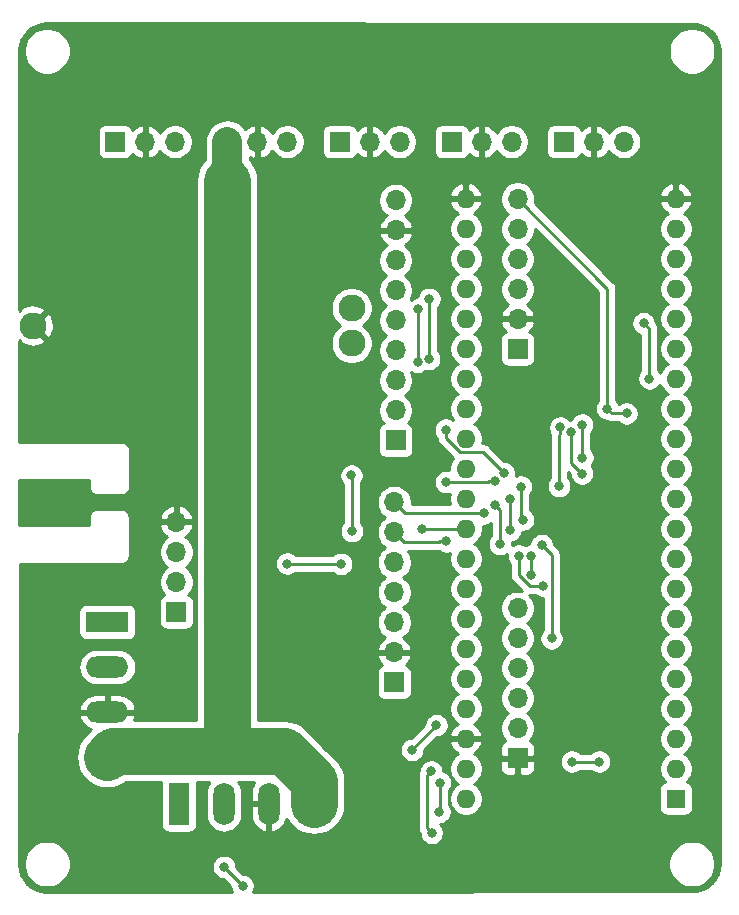
<source format=gbr>
G04 #@! TF.GenerationSoftware,KiCad,Pcbnew,(5.1.5)-3*
G04 #@! TF.CreationDate,2020-09-03T11:07:21+02:00*
G04 #@! TF.ProjectId,StepperClockMasterTinyK22,53746570-7065-4724-936c-6f636b4d6173,rev?*
G04 #@! TF.SameCoordinates,Original*
G04 #@! TF.FileFunction,Copper,L2,Bot*
G04 #@! TF.FilePolarity,Positive*
%FSLAX46Y46*%
G04 Gerber Fmt 4.6, Leading zero omitted, Abs format (unit mm)*
G04 Created by KiCad (PCBNEW (5.1.5)-3) date 2020-09-03 11:07:21*
%MOMM*%
%LPD*%
G04 APERTURE LIST*
%ADD10R,1.700000X1.700000*%
%ADD11O,1.700000X1.700000*%
%ADD12O,3.600000X1.800000*%
%ADD13R,3.600000X1.800000*%
%ADD14O,1.800000X3.600000*%
%ADD15R,1.800000X3.600000*%
%ADD16O,1.600000X1.600000*%
%ADD17R,1.600000X1.600000*%
%ADD18C,2.290000*%
%ADD19C,0.800000*%
%ADD20C,0.250000*%
%ADD21C,2.500000*%
%ADD22C,4.000000*%
%ADD23C,0.254000*%
G04 APERTURE END LIST*
D10*
X137580000Y-101490000D03*
D11*
X137580000Y-98950000D03*
X137580000Y-96410000D03*
X137580000Y-93870000D03*
X137580000Y-91330000D03*
X137580000Y-88790000D03*
D10*
X137580000Y-136130000D03*
D11*
X137580000Y-133590000D03*
X137580000Y-131050000D03*
X137580000Y-128510000D03*
X137580000Y-125970000D03*
X137580000Y-123430000D03*
D12*
X102840000Y-136040000D03*
X102840000Y-132230000D03*
X102840000Y-128420000D03*
D13*
X102840000Y-124610000D03*
D14*
X120330000Y-140000000D03*
X116520000Y-140000000D03*
X112710000Y-140000000D03*
D15*
X108900000Y-140000000D03*
D16*
X133210000Y-139560000D03*
X150990000Y-88760000D03*
X133210000Y-137020000D03*
X150990000Y-91300000D03*
X133210000Y-134480000D03*
X150990000Y-93840000D03*
X133210000Y-131940000D03*
X150990000Y-96380000D03*
X133210000Y-129400000D03*
X150990000Y-98920000D03*
X133210000Y-126860000D03*
X150990000Y-101460000D03*
X133210000Y-124320000D03*
X150990000Y-104000000D03*
X133210000Y-121780000D03*
X150990000Y-106540000D03*
X133210000Y-119240000D03*
X150990000Y-109080000D03*
X133210000Y-116700000D03*
X150990000Y-111620000D03*
X133210000Y-114160000D03*
X150990000Y-114160000D03*
X133210000Y-111620000D03*
X150990000Y-116700000D03*
X133210000Y-109080000D03*
X150990000Y-119240000D03*
X133210000Y-106540000D03*
X150990000Y-121780000D03*
X133210000Y-104000000D03*
X150990000Y-124320000D03*
X133210000Y-101460000D03*
X150990000Y-126860000D03*
X133210000Y-98920000D03*
X150990000Y-129400000D03*
X133210000Y-96380000D03*
X150990000Y-131940000D03*
X133210000Y-93840000D03*
X150990000Y-134480000D03*
X133210000Y-91300000D03*
X150990000Y-137020000D03*
X133210000Y-88760000D03*
D17*
X150990000Y-139560000D03*
D10*
X127130000Y-129720000D03*
D11*
X127130000Y-127180000D03*
X127130000Y-124640000D03*
X127130000Y-122100000D03*
X127130000Y-119560000D03*
X127130000Y-117020000D03*
X127130000Y-114480000D03*
D10*
X127260000Y-109230000D03*
D11*
X127260000Y-106690000D03*
X127260000Y-104150000D03*
X127260000Y-101610000D03*
X127260000Y-99070000D03*
X127260000Y-96530000D03*
X127260000Y-93990000D03*
X127260000Y-91450000D03*
X127260000Y-88910000D03*
D10*
X108700000Y-123760000D03*
D11*
X108700000Y-121220000D03*
X108700000Y-118680000D03*
X108700000Y-116140000D03*
D10*
X141500000Y-83950000D03*
D11*
X144040000Y-83950000D03*
X146580000Y-83950000D03*
D10*
X132000000Y-83950000D03*
D11*
X134540000Y-83950000D03*
X137080000Y-83950000D03*
D10*
X122510000Y-83950000D03*
D11*
X125050000Y-83950000D03*
X127590000Y-83950000D03*
D10*
X113010000Y-83950000D03*
D11*
X115550000Y-83950000D03*
X118090000Y-83950000D03*
D10*
X103510000Y-83950000D03*
D11*
X106050000Y-83950000D03*
X108590000Y-83950000D03*
D18*
X123530000Y-101010000D03*
X123530000Y-98010000D03*
X96530000Y-99510000D03*
D19*
X123550000Y-116920000D03*
X123520000Y-112200000D03*
X147520000Y-118370000D03*
X97650000Y-122910000D03*
X97460000Y-138180000D03*
X106810000Y-145930000D03*
X131480000Y-146140000D03*
X145590000Y-146260000D03*
X153700000Y-131060000D03*
X153780000Y-112700000D03*
X147120000Y-127350000D03*
X130110000Y-123210000D03*
X118940000Y-132150000D03*
X109040000Y-112500000D03*
X122340000Y-108810000D03*
X109820000Y-99110000D03*
X119300000Y-100680000D03*
X107480000Y-90430000D03*
X119490000Y-89140000D03*
X97100000Y-84320000D03*
X96440000Y-93400000D03*
X96750000Y-108510000D03*
X107200000Y-76060000D03*
X116750000Y-75750000D03*
X126300000Y-75790000D03*
X135730000Y-75630000D03*
X145280000Y-75830000D03*
X150410000Y-80490000D03*
X154170000Y-88590000D03*
X108850000Y-132210000D03*
X120980000Y-130350000D03*
X123760000Y-133010000D03*
X114980000Y-143060000D03*
X114930000Y-144960000D03*
X117030000Y-143100000D03*
X117040000Y-144960000D03*
X119010000Y-143110000D03*
X119000000Y-144960000D03*
X121200000Y-143100000D03*
X121250000Y-144930000D03*
X97450000Y-128280000D03*
X108850000Y-130370000D03*
X141610000Y-128460000D03*
X140790000Y-134230000D03*
X147390000Y-135070000D03*
X108830000Y-127950000D03*
X119880000Y-127120000D03*
X108220000Y-105600000D03*
X124110000Y-88100000D03*
X130350000Y-90190000D03*
X147420000Y-110840000D03*
X102670000Y-93560000D03*
X101720000Y-105340000D03*
X117170000Y-94300000D03*
X107180000Y-78770000D03*
X116800000Y-78800000D03*
X126340000Y-79120000D03*
X135760000Y-79170000D03*
X145250000Y-79240000D03*
X101330000Y-78120000D03*
X116340000Y-106270000D03*
X140080000Y-97450000D03*
X110940000Y-143040000D03*
X151450000Y-142300000D03*
X97050000Y-115210000D03*
X148150000Y-93960000D03*
X139730000Y-92540000D03*
X97450000Y-131990000D03*
X130720000Y-133350000D03*
X128650000Y-135430000D03*
X107390010Y-135559990D03*
X118022038Y-135757962D03*
X109730010Y-135559990D03*
X112460010Y-135559990D03*
X114960010Y-135559990D03*
X119302038Y-137037962D03*
X138030000Y-115950000D03*
X139630000Y-118090000D03*
X137860000Y-113150000D03*
X140460000Y-126000000D03*
X142180000Y-136430000D03*
X144490000Y-136430000D03*
X122650000Y-119690000D03*
X118070000Y-119670000D03*
X131550000Y-117790000D03*
X148260000Y-99300000D03*
X148740000Y-104000000D03*
X134730000Y-115410000D03*
X145177347Y-106537347D03*
X146825307Y-106939999D03*
X142120969Y-108519641D03*
X143040000Y-112040000D03*
X141200000Y-108130000D03*
X141110000Y-113100000D03*
X143060858Y-107900858D03*
X143080000Y-110690000D03*
X129490000Y-116730000D03*
X131000000Y-138210000D03*
X130970000Y-140690000D03*
X112740000Y-145350000D03*
X114300000Y-146950000D03*
X130275000Y-137260000D03*
X130317350Y-142457350D03*
X135702653Y-112692653D03*
X135690000Y-114685000D03*
X136090000Y-118010000D03*
X137687347Y-118982653D03*
X139710000Y-121530000D03*
X131540000Y-112760000D03*
X129130000Y-102580000D03*
X129130000Y-98150000D03*
X138750000Y-120610000D03*
X138750000Y-119020000D03*
X136927653Y-116837653D03*
X136904142Y-114174142D03*
X136409761Y-111985545D03*
X131510000Y-108330000D03*
X130099525Y-102335000D03*
X130110000Y-97240000D03*
D20*
X123550000Y-116920000D02*
X123550000Y-112230000D01*
X123550000Y-112230000D02*
X123520000Y-112200000D01*
X130720000Y-133350000D02*
X128650000Y-135420000D01*
X128650000Y-135420000D02*
X128650000Y-135430000D01*
D21*
X113010000Y-83950000D02*
X113010000Y-87300000D01*
D22*
X113010000Y-135160000D02*
X113050000Y-135200000D01*
X113010000Y-87300000D02*
X113010000Y-128580000D01*
X113010000Y-128580000D02*
X113010000Y-135160000D01*
D20*
X137860000Y-115780000D02*
X138030000Y-115950000D01*
X137860000Y-113150000D02*
X137860000Y-115780000D01*
X140460000Y-118920000D02*
X140460000Y-126000000D01*
X139630000Y-118090000D02*
X140460000Y-118920000D01*
D22*
X103320010Y-135559990D02*
X102840000Y-136040000D01*
X120350000Y-138085924D02*
X117824066Y-135559990D01*
X117824066Y-135559990D02*
X103320010Y-135559990D01*
X120350000Y-139980000D02*
X120330000Y-140000000D01*
X120350000Y-138085924D02*
X120350000Y-139980000D01*
D20*
X142180000Y-136430000D02*
X144490000Y-136430000D01*
X122084315Y-119690000D02*
X122064315Y-119670000D01*
X122650000Y-119690000D02*
X122084315Y-119690000D01*
X122064315Y-119670000D02*
X118070000Y-119670000D01*
X130904316Y-117869999D02*
X127979999Y-117869999D01*
X130984315Y-117790000D02*
X130904316Y-117869999D01*
X127979999Y-117869999D02*
X127130000Y-117020000D01*
X131550000Y-117790000D02*
X130984315Y-117790000D01*
X148260000Y-99300000D02*
X148740000Y-99780000D01*
X148740000Y-99780000D02*
X148740000Y-104000000D01*
X145577346Y-106937346D02*
X146822654Y-106937346D01*
X145177347Y-106537347D02*
X145577346Y-106937346D01*
X146822654Y-106937346D02*
X146825307Y-106939999D01*
X128060000Y-115410000D02*
X127130000Y-114480000D01*
X134730000Y-115410000D02*
X128060000Y-115410000D01*
X145177347Y-96387347D02*
X145177347Y-106537347D01*
X137580000Y-88790000D02*
X145177347Y-96387347D01*
X142120969Y-108519641D02*
X142120969Y-111120969D01*
X142120969Y-111120969D02*
X143040000Y-112040000D01*
X141110000Y-108785685D02*
X141110000Y-113100000D01*
X141200000Y-108130000D02*
X141200000Y-108695685D01*
X141200000Y-108695685D02*
X141110000Y-108785685D01*
X143060858Y-107900858D02*
X143060858Y-110670858D01*
X143060858Y-110670858D02*
X143080000Y-110690000D01*
X131435010Y-116700000D02*
X129520000Y-116700000D01*
X129520000Y-116700000D02*
X129490000Y-116730000D01*
X131435010Y-116700000D02*
X133210000Y-116700000D01*
X131000000Y-138210000D02*
X131000000Y-140660000D01*
X131000000Y-140660000D02*
X130970000Y-140690000D01*
X112740000Y-145350000D02*
X112740000Y-145390000D01*
X112740000Y-145390000D02*
X114300000Y-146950000D01*
X130275000Y-137260000D02*
X129875001Y-137659999D01*
X129875001Y-142015001D02*
X130317350Y-142457350D01*
X129875001Y-137659999D02*
X129875001Y-142015001D01*
X135500000Y-112490000D02*
X135702653Y-112692653D01*
X135690000Y-114685000D02*
X136090000Y-115085000D01*
X136090000Y-115085000D02*
X136090000Y-118010000D01*
X138596998Y-121530000D02*
X139710000Y-121530000D01*
X137687347Y-118982653D02*
X137687347Y-120620349D01*
X137687347Y-120620349D02*
X138596998Y-121530000D01*
X135069621Y-112760000D02*
X131540000Y-112760000D01*
X135702653Y-112692653D02*
X135136968Y-112692653D01*
X135136968Y-112692653D02*
X135069621Y-112760000D01*
X129130000Y-102580000D02*
X129130000Y-98150000D01*
X138750000Y-120610000D02*
X138750000Y-119020000D01*
X136927653Y-116837653D02*
X136927653Y-114197653D01*
X136927653Y-114197653D02*
X136904142Y-114174142D01*
X131510000Y-109045002D02*
X131510000Y-108330000D01*
X132669999Y-110205001D02*
X131510000Y-109045002D01*
X136409761Y-111985545D02*
X134629217Y-110205001D01*
X134629217Y-110205001D02*
X132669999Y-110205001D01*
X130099525Y-102335000D02*
X130099525Y-97250475D01*
X130099525Y-97250475D02*
X130110000Y-97240000D01*
D23*
G36*
X97684995Y-73934872D02*
G01*
X97686222Y-73934993D01*
X152310054Y-73945451D01*
X152799373Y-73984821D01*
X153233492Y-74107665D01*
X153635483Y-74312489D01*
X153990039Y-74591498D01*
X154283647Y-74934056D01*
X154505125Y-75327116D01*
X154646041Y-75755716D01*
X154704616Y-76232767D01*
X154705001Y-76264283D01*
X154705000Y-144986944D01*
X154657791Y-145486361D01*
X154524438Y-145933687D01*
X154306737Y-146346592D01*
X154012982Y-146709349D01*
X153654359Y-147008143D01*
X153244540Y-147231584D01*
X152799113Y-147371172D01*
X152303598Y-147425003D01*
X115217910Y-147438553D01*
X115295226Y-147251898D01*
X115335000Y-147051939D01*
X115335000Y-146848061D01*
X115295226Y-146648102D01*
X115217205Y-146459744D01*
X115103937Y-146290226D01*
X114959774Y-146146063D01*
X114790256Y-146032795D01*
X114601898Y-145954774D01*
X114401939Y-145915000D01*
X114339802Y-145915000D01*
X113775000Y-145350199D01*
X113775000Y-145248061D01*
X113735226Y-145048102D01*
X113675742Y-144904495D01*
X150355000Y-144904495D01*
X150355000Y-145295505D01*
X150431282Y-145679003D01*
X150580915Y-146040250D01*
X150798149Y-146365364D01*
X151074636Y-146641851D01*
X151399750Y-146859085D01*
X151760997Y-147008718D01*
X152144495Y-147085000D01*
X152535505Y-147085000D01*
X152919003Y-147008718D01*
X153280250Y-146859085D01*
X153605364Y-146641851D01*
X153881851Y-146365364D01*
X154099085Y-146040250D01*
X154248718Y-145679003D01*
X154325000Y-145295505D01*
X154325000Y-144904495D01*
X154248718Y-144520997D01*
X154099085Y-144159750D01*
X153881851Y-143834636D01*
X153605364Y-143558149D01*
X153280250Y-143340915D01*
X152919003Y-143191282D01*
X152535505Y-143115000D01*
X152144495Y-143115000D01*
X151760997Y-143191282D01*
X151399750Y-143340915D01*
X151074636Y-143558149D01*
X150798149Y-143834636D01*
X150580915Y-144159750D01*
X150431282Y-144520997D01*
X150355000Y-144904495D01*
X113675742Y-144904495D01*
X113657205Y-144859744D01*
X113543937Y-144690226D01*
X113399774Y-144546063D01*
X113230256Y-144432795D01*
X113041898Y-144354774D01*
X112841939Y-144315000D01*
X112638061Y-144315000D01*
X112438102Y-144354774D01*
X112249744Y-144432795D01*
X112080226Y-144546063D01*
X111936063Y-144690226D01*
X111822795Y-144859744D01*
X111744774Y-145048102D01*
X111705000Y-145248061D01*
X111705000Y-145451939D01*
X111744774Y-145651898D01*
X111822795Y-145840256D01*
X111936063Y-146009774D01*
X112080226Y-146153937D01*
X112249744Y-146267205D01*
X112438102Y-146345226D01*
X112638061Y-146385000D01*
X112660199Y-146385000D01*
X113265000Y-146989802D01*
X113265000Y-147051939D01*
X113304774Y-147251898D01*
X113382367Y-147439224D01*
X97658259Y-147444969D01*
X97190305Y-147390985D01*
X96768098Y-147255586D01*
X96380223Y-147040755D01*
X96041469Y-146754682D01*
X95764728Y-146408253D01*
X95560549Y-146014678D01*
X95436702Y-145588930D01*
X95395049Y-145114678D01*
X95395451Y-144904495D01*
X95765000Y-144904495D01*
X95765000Y-145295505D01*
X95841282Y-145679003D01*
X95990915Y-146040250D01*
X96208149Y-146365364D01*
X96484636Y-146641851D01*
X96809750Y-146859085D01*
X97170997Y-147008718D01*
X97554495Y-147085000D01*
X97945505Y-147085000D01*
X98329003Y-147008718D01*
X98690250Y-146859085D01*
X99015364Y-146641851D01*
X99291851Y-146365364D01*
X99509085Y-146040250D01*
X99658718Y-145679003D01*
X99735000Y-145295505D01*
X99735000Y-144904495D01*
X99658718Y-144520997D01*
X99509085Y-144159750D01*
X99291851Y-143834636D01*
X99015364Y-143558149D01*
X98690250Y-143340915D01*
X98329003Y-143191282D01*
X97945505Y-143115000D01*
X97554495Y-143115000D01*
X97170997Y-143191282D01*
X96809750Y-143340915D01*
X96484636Y-143558149D01*
X96208149Y-143834636D01*
X95990915Y-144159750D01*
X95841282Y-144520997D01*
X95765000Y-144904495D01*
X95395451Y-144904495D01*
X95412413Y-136040000D01*
X100192252Y-136040000D01*
X100243127Y-136556549D01*
X100393799Y-137053249D01*
X100638478Y-137511010D01*
X100967759Y-137912241D01*
X101368990Y-138241522D01*
X101826751Y-138486201D01*
X102323451Y-138636873D01*
X102840000Y-138687748D01*
X103356549Y-138636873D01*
X103853249Y-138486201D01*
X104311010Y-138241522D01*
X104367710Y-138194990D01*
X107362421Y-138194990D01*
X107361928Y-138200000D01*
X107361928Y-141800000D01*
X107374188Y-141924482D01*
X107410498Y-142044180D01*
X107469463Y-142154494D01*
X107548815Y-142251185D01*
X107645506Y-142330537D01*
X107755820Y-142389502D01*
X107875518Y-142425812D01*
X108000000Y-142438072D01*
X109800000Y-142438072D01*
X109924482Y-142425812D01*
X110044180Y-142389502D01*
X110154494Y-142330537D01*
X110251185Y-142251185D01*
X110330537Y-142154494D01*
X110389502Y-142044180D01*
X110425812Y-141924482D01*
X110438072Y-141800000D01*
X110438072Y-138200000D01*
X110437579Y-138194990D01*
X111466980Y-138194990D01*
X111427519Y-138243074D01*
X111284983Y-138509740D01*
X111197210Y-138799088D01*
X111175000Y-139024593D01*
X111175000Y-140975408D01*
X111197211Y-141200913D01*
X111284984Y-141490261D01*
X111427520Y-141756927D01*
X111619340Y-141990661D01*
X111853074Y-142182481D01*
X112119740Y-142325017D01*
X112409088Y-142412790D01*
X112710000Y-142442427D01*
X113010913Y-142412790D01*
X113300261Y-142325017D01*
X113566927Y-142182481D01*
X113800661Y-141990661D01*
X113992481Y-141756927D01*
X114135017Y-141490261D01*
X114222790Y-141200913D01*
X114245000Y-140975408D01*
X114245000Y-140127000D01*
X114985000Y-140127000D01*
X114985000Y-141027000D01*
X115039271Y-141324023D01*
X115150446Y-141604751D01*
X115314252Y-141858396D01*
X115524394Y-142075210D01*
X115772796Y-142246862D01*
X116049913Y-142366755D01*
X116155260Y-142391036D01*
X116393000Y-142270378D01*
X116393000Y-140127000D01*
X114985000Y-140127000D01*
X114245000Y-140127000D01*
X114245000Y-139024592D01*
X114222790Y-138799087D01*
X114135017Y-138509739D01*
X113992481Y-138243073D01*
X113953020Y-138194990D01*
X115279775Y-138194990D01*
X115150446Y-138395249D01*
X115039271Y-138675977D01*
X114985000Y-138973000D01*
X114985000Y-139873000D01*
X116393000Y-139873000D01*
X116393000Y-139853000D01*
X116647000Y-139853000D01*
X116647000Y-139873000D01*
X116667000Y-139873000D01*
X116667000Y-140127000D01*
X116647000Y-140127000D01*
X116647000Y-142270378D01*
X116884740Y-142391036D01*
X116990087Y-142366755D01*
X117267204Y-142246862D01*
X117515606Y-142075210D01*
X117725748Y-141858396D01*
X117889554Y-141604751D01*
X118000729Y-141324023D01*
X118013258Y-141255450D01*
X118128478Y-141471010D01*
X118457759Y-141872241D01*
X118858990Y-142201522D01*
X119316751Y-142446201D01*
X119813451Y-142596873D01*
X120330000Y-142647748D01*
X120846549Y-142596873D01*
X121343249Y-142446201D01*
X121801010Y-142201522D01*
X122101697Y-141954755D01*
X122121694Y-141934758D01*
X122222241Y-141852241D01*
X122551523Y-141451011D01*
X122796201Y-140993250D01*
X122946873Y-140496550D01*
X122985000Y-140109441D01*
X122985000Y-140109435D01*
X122997748Y-139980001D01*
X122985000Y-139850567D01*
X122985000Y-138215357D01*
X122997748Y-138085923D01*
X122985000Y-137956489D01*
X122985000Y-137956482D01*
X122955799Y-137659999D01*
X129111325Y-137659999D01*
X129115001Y-137697322D01*
X129115002Y-141977669D01*
X129111325Y-142015001D01*
X129115002Y-142052334D01*
X129125999Y-142163987D01*
X129131609Y-142182481D01*
X129169455Y-142307247D01*
X129240027Y-142439277D01*
X129282350Y-142490847D01*
X129282350Y-142559289D01*
X129322124Y-142759248D01*
X129400145Y-142947606D01*
X129513413Y-143117124D01*
X129657576Y-143261287D01*
X129827094Y-143374555D01*
X130015452Y-143452576D01*
X130215411Y-143492350D01*
X130419289Y-143492350D01*
X130619248Y-143452576D01*
X130807606Y-143374555D01*
X130977124Y-143261287D01*
X131121287Y-143117124D01*
X131234555Y-142947606D01*
X131312576Y-142759248D01*
X131352350Y-142559289D01*
X131352350Y-142355411D01*
X131312576Y-142155452D01*
X131234555Y-141967094D01*
X131121287Y-141797576D01*
X131048711Y-141725000D01*
X131071939Y-141725000D01*
X131271898Y-141685226D01*
X131460256Y-141607205D01*
X131629774Y-141493937D01*
X131773937Y-141349774D01*
X131887205Y-141180256D01*
X131965226Y-140991898D01*
X132005000Y-140791939D01*
X132005000Y-140588061D01*
X131965226Y-140388102D01*
X131887205Y-140199744D01*
X131773937Y-140030226D01*
X131760000Y-140016289D01*
X131760000Y-138913711D01*
X131803937Y-138869774D01*
X131917205Y-138700256D01*
X131995226Y-138511898D01*
X132035000Y-138311939D01*
X132035000Y-138108061D01*
X131995226Y-137908102D01*
X131917205Y-137719744D01*
X131803937Y-137550226D01*
X131659774Y-137406063D01*
X131490256Y-137292795D01*
X131310000Y-137218130D01*
X131310000Y-137158061D01*
X131270226Y-136958102D01*
X131237322Y-136878665D01*
X131775000Y-136878665D01*
X131775000Y-137161335D01*
X131830147Y-137438574D01*
X131938320Y-137699727D01*
X132095363Y-137934759D01*
X132295241Y-138134637D01*
X132527759Y-138290000D01*
X132295241Y-138445363D01*
X132095363Y-138645241D01*
X131938320Y-138880273D01*
X131830147Y-139141426D01*
X131775000Y-139418665D01*
X131775000Y-139701335D01*
X131830147Y-139978574D01*
X131938320Y-140239727D01*
X132095363Y-140474759D01*
X132295241Y-140674637D01*
X132530273Y-140831680D01*
X132791426Y-140939853D01*
X133068665Y-140995000D01*
X133351335Y-140995000D01*
X133628574Y-140939853D01*
X133889727Y-140831680D01*
X134124759Y-140674637D01*
X134324637Y-140474759D01*
X134481680Y-140239727D01*
X134589853Y-139978574D01*
X134645000Y-139701335D01*
X134645000Y-139418665D01*
X134589853Y-139141426D01*
X134481680Y-138880273D01*
X134324637Y-138645241D01*
X134124759Y-138445363D01*
X133892241Y-138290000D01*
X134124759Y-138134637D01*
X134324637Y-137934759D01*
X134481680Y-137699727D01*
X134589853Y-137438574D01*
X134645000Y-137161335D01*
X134645000Y-136980000D01*
X136091928Y-136980000D01*
X136104188Y-137104482D01*
X136140498Y-137224180D01*
X136199463Y-137334494D01*
X136278815Y-137431185D01*
X136375506Y-137510537D01*
X136485820Y-137569502D01*
X136605518Y-137605812D01*
X136730000Y-137618072D01*
X137294250Y-137615000D01*
X137453000Y-137456250D01*
X137453000Y-136257000D01*
X137707000Y-136257000D01*
X137707000Y-137456250D01*
X137865750Y-137615000D01*
X138430000Y-137618072D01*
X138554482Y-137605812D01*
X138674180Y-137569502D01*
X138784494Y-137510537D01*
X138881185Y-137431185D01*
X138960537Y-137334494D01*
X139019502Y-137224180D01*
X139055812Y-137104482D01*
X139068072Y-136980000D01*
X139065000Y-136415750D01*
X138977311Y-136328061D01*
X141145000Y-136328061D01*
X141145000Y-136531939D01*
X141184774Y-136731898D01*
X141262795Y-136920256D01*
X141376063Y-137089774D01*
X141520226Y-137233937D01*
X141689744Y-137347205D01*
X141878102Y-137425226D01*
X142078061Y-137465000D01*
X142281939Y-137465000D01*
X142481898Y-137425226D01*
X142670256Y-137347205D01*
X142839774Y-137233937D01*
X142883711Y-137190000D01*
X143786289Y-137190000D01*
X143830226Y-137233937D01*
X143999744Y-137347205D01*
X144188102Y-137425226D01*
X144388061Y-137465000D01*
X144591939Y-137465000D01*
X144791898Y-137425226D01*
X144980256Y-137347205D01*
X145149774Y-137233937D01*
X145293937Y-137089774D01*
X145407205Y-136920256D01*
X145485226Y-136731898D01*
X145525000Y-136531939D01*
X145525000Y-136328061D01*
X145485226Y-136128102D01*
X145407205Y-135939744D01*
X145293937Y-135770226D01*
X145149774Y-135626063D01*
X144980256Y-135512795D01*
X144791898Y-135434774D01*
X144591939Y-135395000D01*
X144388061Y-135395000D01*
X144188102Y-135434774D01*
X143999744Y-135512795D01*
X143830226Y-135626063D01*
X143786289Y-135670000D01*
X142883711Y-135670000D01*
X142839774Y-135626063D01*
X142670256Y-135512795D01*
X142481898Y-135434774D01*
X142281939Y-135395000D01*
X142078061Y-135395000D01*
X141878102Y-135434774D01*
X141689744Y-135512795D01*
X141520226Y-135626063D01*
X141376063Y-135770226D01*
X141262795Y-135939744D01*
X141184774Y-136128102D01*
X141145000Y-136328061D01*
X138977311Y-136328061D01*
X138906250Y-136257000D01*
X137707000Y-136257000D01*
X137453000Y-136257000D01*
X136253750Y-136257000D01*
X136095000Y-136415750D01*
X136091928Y-136980000D01*
X134645000Y-136980000D01*
X134645000Y-136878665D01*
X134589853Y-136601426D01*
X134481680Y-136340273D01*
X134324637Y-136105241D01*
X134124759Y-135905363D01*
X133889727Y-135748320D01*
X133879135Y-135743933D01*
X134065131Y-135632385D01*
X134273519Y-135443414D01*
X134441037Y-135217420D01*
X134561246Y-134963087D01*
X134601904Y-134829039D01*
X134479915Y-134607000D01*
X133337000Y-134607000D01*
X133337000Y-134627000D01*
X133083000Y-134627000D01*
X133083000Y-134607000D01*
X131940085Y-134607000D01*
X131818096Y-134829039D01*
X131858754Y-134963087D01*
X131978963Y-135217420D01*
X132146481Y-135443414D01*
X132354869Y-135632385D01*
X132540865Y-135743933D01*
X132530273Y-135748320D01*
X132295241Y-135905363D01*
X132095363Y-136105241D01*
X131938320Y-136340273D01*
X131830147Y-136601426D01*
X131775000Y-136878665D01*
X131237322Y-136878665D01*
X131192205Y-136769744D01*
X131078937Y-136600226D01*
X130934774Y-136456063D01*
X130765256Y-136342795D01*
X130576898Y-136264774D01*
X130376939Y-136225000D01*
X130173061Y-136225000D01*
X129973102Y-136264774D01*
X129784744Y-136342795D01*
X129615226Y-136456063D01*
X129471063Y-136600226D01*
X129357795Y-136769744D01*
X129279774Y-136958102D01*
X129240000Y-137158061D01*
X129240000Y-137235774D01*
X129184364Y-137339860D01*
X129169455Y-137367753D01*
X129125998Y-137511014D01*
X129115001Y-137622667D01*
X129115001Y-137622677D01*
X129111325Y-137659999D01*
X122955799Y-137659999D01*
X122946873Y-137569374D01*
X122944615Y-137561928D01*
X122796201Y-137072674D01*
X122734961Y-136958102D01*
X122551523Y-136614913D01*
X122222241Y-136213683D01*
X122121700Y-136131171D01*
X121318590Y-135328061D01*
X127615000Y-135328061D01*
X127615000Y-135531939D01*
X127654774Y-135731898D01*
X127732795Y-135920256D01*
X127846063Y-136089774D01*
X127990226Y-136233937D01*
X128159744Y-136347205D01*
X128348102Y-136425226D01*
X128548061Y-136465000D01*
X128751939Y-136465000D01*
X128951898Y-136425226D01*
X129140256Y-136347205D01*
X129309774Y-136233937D01*
X129453937Y-136089774D01*
X129567205Y-135920256D01*
X129645226Y-135731898D01*
X129685000Y-135531939D01*
X129685000Y-135459801D01*
X130759802Y-134385000D01*
X130821939Y-134385000D01*
X131021898Y-134345226D01*
X131210256Y-134267205D01*
X131379774Y-134153937D01*
X131523937Y-134009774D01*
X131637205Y-133840256D01*
X131715226Y-133651898D01*
X131755000Y-133451939D01*
X131755000Y-133248061D01*
X131715226Y-133048102D01*
X131637205Y-132859744D01*
X131523937Y-132690226D01*
X131379774Y-132546063D01*
X131210256Y-132432795D01*
X131021898Y-132354774D01*
X130821939Y-132315000D01*
X130618061Y-132315000D01*
X130418102Y-132354774D01*
X130229744Y-132432795D01*
X130060226Y-132546063D01*
X129916063Y-132690226D01*
X129802795Y-132859744D01*
X129724774Y-133048102D01*
X129685000Y-133248061D01*
X129685000Y-133310198D01*
X128600199Y-134395000D01*
X128548061Y-134395000D01*
X128348102Y-134434774D01*
X128159744Y-134512795D01*
X127990226Y-134626063D01*
X127846063Y-134770226D01*
X127732795Y-134939744D01*
X127654774Y-135128102D01*
X127615000Y-135328061D01*
X121318590Y-135328061D01*
X119778824Y-133788296D01*
X119696307Y-133687749D01*
X119295077Y-133358467D01*
X118837316Y-133113789D01*
X118340616Y-132963117D01*
X117953508Y-132924990D01*
X117953500Y-132924990D01*
X117824066Y-132912242D01*
X117694632Y-132924990D01*
X115645000Y-132924990D01*
X115645000Y-128870000D01*
X125641928Y-128870000D01*
X125641928Y-130570000D01*
X125654188Y-130694482D01*
X125690498Y-130814180D01*
X125749463Y-130924494D01*
X125828815Y-131021185D01*
X125925506Y-131100537D01*
X126035820Y-131159502D01*
X126155518Y-131195812D01*
X126280000Y-131208072D01*
X127980000Y-131208072D01*
X128104482Y-131195812D01*
X128224180Y-131159502D01*
X128334494Y-131100537D01*
X128431185Y-131021185D01*
X128510537Y-130924494D01*
X128569502Y-130814180D01*
X128605812Y-130694482D01*
X128618072Y-130570000D01*
X128618072Y-128870000D01*
X128605812Y-128745518D01*
X128569502Y-128625820D01*
X128510537Y-128515506D01*
X128431185Y-128418815D01*
X128334494Y-128339463D01*
X128224180Y-128280498D01*
X128143534Y-128256034D01*
X128227588Y-128180269D01*
X128401641Y-127946920D01*
X128526825Y-127684099D01*
X128571476Y-127536890D01*
X128450155Y-127307000D01*
X127257000Y-127307000D01*
X127257000Y-127327000D01*
X127003000Y-127327000D01*
X127003000Y-127307000D01*
X125809845Y-127307000D01*
X125688524Y-127536890D01*
X125733175Y-127684099D01*
X125858359Y-127946920D01*
X126032412Y-128180269D01*
X126116466Y-128256034D01*
X126035820Y-128280498D01*
X125925506Y-128339463D01*
X125828815Y-128418815D01*
X125749463Y-128515506D01*
X125690498Y-128625820D01*
X125654188Y-128745518D01*
X125641928Y-128870000D01*
X115645000Y-128870000D01*
X115645000Y-119568061D01*
X117035000Y-119568061D01*
X117035000Y-119771939D01*
X117074774Y-119971898D01*
X117152795Y-120160256D01*
X117266063Y-120329774D01*
X117410226Y-120473937D01*
X117579744Y-120587205D01*
X117768102Y-120665226D01*
X117968061Y-120705000D01*
X118171939Y-120705000D01*
X118371898Y-120665226D01*
X118560256Y-120587205D01*
X118729774Y-120473937D01*
X118773711Y-120430000D01*
X121905650Y-120430000D01*
X121935276Y-120438987D01*
X121990226Y-120493937D01*
X122159744Y-120607205D01*
X122348102Y-120685226D01*
X122548061Y-120725000D01*
X122751939Y-120725000D01*
X122951898Y-120685226D01*
X123140256Y-120607205D01*
X123309774Y-120493937D01*
X123453937Y-120349774D01*
X123567205Y-120180256D01*
X123645226Y-119991898D01*
X123685000Y-119791939D01*
X123685000Y-119588061D01*
X123645226Y-119388102D01*
X123567205Y-119199744D01*
X123453937Y-119030226D01*
X123309774Y-118886063D01*
X123140256Y-118772795D01*
X122951898Y-118694774D01*
X122751939Y-118655000D01*
X122548061Y-118655000D01*
X122348102Y-118694774D01*
X122159744Y-118772795D01*
X121990226Y-118886063D01*
X121966289Y-118910000D01*
X118773711Y-118910000D01*
X118729774Y-118866063D01*
X118560256Y-118752795D01*
X118371898Y-118674774D01*
X118171939Y-118635000D01*
X117968061Y-118635000D01*
X117768102Y-118674774D01*
X117579744Y-118752795D01*
X117410226Y-118866063D01*
X117266063Y-119010226D01*
X117152795Y-119179744D01*
X117074774Y-119368102D01*
X117035000Y-119568061D01*
X115645000Y-119568061D01*
X115645000Y-112098061D01*
X122485000Y-112098061D01*
X122485000Y-112301939D01*
X122524774Y-112501898D01*
X122602795Y-112690256D01*
X122716063Y-112859774D01*
X122790001Y-112933712D01*
X122790000Y-116216289D01*
X122746063Y-116260226D01*
X122632795Y-116429744D01*
X122554774Y-116618102D01*
X122515000Y-116818061D01*
X122515000Y-117021939D01*
X122554774Y-117221898D01*
X122632795Y-117410256D01*
X122746063Y-117579774D01*
X122890226Y-117723937D01*
X123059744Y-117837205D01*
X123248102Y-117915226D01*
X123448061Y-117955000D01*
X123651939Y-117955000D01*
X123851898Y-117915226D01*
X124040256Y-117837205D01*
X124209774Y-117723937D01*
X124353937Y-117579774D01*
X124467205Y-117410256D01*
X124545226Y-117221898D01*
X124585000Y-117021939D01*
X124585000Y-116818061D01*
X124545226Y-116618102D01*
X124467205Y-116429744D01*
X124353937Y-116260226D01*
X124310000Y-116216289D01*
X124310000Y-114333740D01*
X125645000Y-114333740D01*
X125645000Y-114626260D01*
X125702068Y-114913158D01*
X125814010Y-115183411D01*
X125976525Y-115426632D01*
X126183368Y-115633475D01*
X126357760Y-115750000D01*
X126183368Y-115866525D01*
X125976525Y-116073368D01*
X125814010Y-116316589D01*
X125702068Y-116586842D01*
X125645000Y-116873740D01*
X125645000Y-117166260D01*
X125702068Y-117453158D01*
X125814010Y-117723411D01*
X125976525Y-117966632D01*
X126183368Y-118173475D01*
X126357760Y-118290000D01*
X126183368Y-118406525D01*
X125976525Y-118613368D01*
X125814010Y-118856589D01*
X125702068Y-119126842D01*
X125645000Y-119413740D01*
X125645000Y-119706260D01*
X125702068Y-119993158D01*
X125814010Y-120263411D01*
X125976525Y-120506632D01*
X126183368Y-120713475D01*
X126357760Y-120830000D01*
X126183368Y-120946525D01*
X125976525Y-121153368D01*
X125814010Y-121396589D01*
X125702068Y-121666842D01*
X125645000Y-121953740D01*
X125645000Y-122246260D01*
X125702068Y-122533158D01*
X125814010Y-122803411D01*
X125976525Y-123046632D01*
X126183368Y-123253475D01*
X126357760Y-123370000D01*
X126183368Y-123486525D01*
X125976525Y-123693368D01*
X125814010Y-123936589D01*
X125702068Y-124206842D01*
X125645000Y-124493740D01*
X125645000Y-124786260D01*
X125702068Y-125073158D01*
X125814010Y-125343411D01*
X125976525Y-125586632D01*
X126183368Y-125793475D01*
X126365534Y-125915195D01*
X126248645Y-125984822D01*
X126032412Y-126179731D01*
X125858359Y-126413080D01*
X125733175Y-126675901D01*
X125688524Y-126823110D01*
X125809845Y-127053000D01*
X127003000Y-127053000D01*
X127003000Y-127033000D01*
X127257000Y-127033000D01*
X127257000Y-127053000D01*
X128450155Y-127053000D01*
X128571476Y-126823110D01*
X128526825Y-126675901D01*
X128401641Y-126413080D01*
X128227588Y-126179731D01*
X128011355Y-125984822D01*
X127894466Y-125915195D01*
X128076632Y-125793475D01*
X128283475Y-125586632D01*
X128445990Y-125343411D01*
X128557932Y-125073158D01*
X128615000Y-124786260D01*
X128615000Y-124493740D01*
X128557932Y-124206842D01*
X128445990Y-123936589D01*
X128283475Y-123693368D01*
X128076632Y-123486525D01*
X127902240Y-123370000D01*
X128076632Y-123253475D01*
X128283475Y-123046632D01*
X128445990Y-122803411D01*
X128557932Y-122533158D01*
X128615000Y-122246260D01*
X128615000Y-121953740D01*
X128557932Y-121666842D01*
X128445990Y-121396589D01*
X128283475Y-121153368D01*
X128076632Y-120946525D01*
X127902240Y-120830000D01*
X128076632Y-120713475D01*
X128283475Y-120506632D01*
X128445990Y-120263411D01*
X128557932Y-119993158D01*
X128615000Y-119706260D01*
X128615000Y-119413740D01*
X128557932Y-119126842D01*
X128445990Y-118856589D01*
X128294587Y-118629999D01*
X130866994Y-118629999D01*
X130904316Y-118633675D01*
X130941638Y-118629999D01*
X130941649Y-118629999D01*
X130943869Y-118629780D01*
X131059744Y-118707205D01*
X131248102Y-118785226D01*
X131448061Y-118825000D01*
X131651939Y-118825000D01*
X131844535Y-118786691D01*
X131830147Y-118821426D01*
X131775000Y-119098665D01*
X131775000Y-119381335D01*
X131830147Y-119658574D01*
X131938320Y-119919727D01*
X132095363Y-120154759D01*
X132295241Y-120354637D01*
X132527759Y-120510000D01*
X132295241Y-120665363D01*
X132095363Y-120865241D01*
X131938320Y-121100273D01*
X131830147Y-121361426D01*
X131775000Y-121638665D01*
X131775000Y-121921335D01*
X131830147Y-122198574D01*
X131938320Y-122459727D01*
X132095363Y-122694759D01*
X132295241Y-122894637D01*
X132527759Y-123050000D01*
X132295241Y-123205363D01*
X132095363Y-123405241D01*
X131938320Y-123640273D01*
X131830147Y-123901426D01*
X131775000Y-124178665D01*
X131775000Y-124461335D01*
X131830147Y-124738574D01*
X131938320Y-124999727D01*
X132095363Y-125234759D01*
X132295241Y-125434637D01*
X132527759Y-125590000D01*
X132295241Y-125745363D01*
X132095363Y-125945241D01*
X131938320Y-126180273D01*
X131830147Y-126441426D01*
X131775000Y-126718665D01*
X131775000Y-127001335D01*
X131830147Y-127278574D01*
X131938320Y-127539727D01*
X132095363Y-127774759D01*
X132295241Y-127974637D01*
X132527759Y-128130000D01*
X132295241Y-128285363D01*
X132095363Y-128485241D01*
X131938320Y-128720273D01*
X131830147Y-128981426D01*
X131775000Y-129258665D01*
X131775000Y-129541335D01*
X131830147Y-129818574D01*
X131938320Y-130079727D01*
X132095363Y-130314759D01*
X132295241Y-130514637D01*
X132527759Y-130670000D01*
X132295241Y-130825363D01*
X132095363Y-131025241D01*
X131938320Y-131260273D01*
X131830147Y-131521426D01*
X131775000Y-131798665D01*
X131775000Y-132081335D01*
X131830147Y-132358574D01*
X131938320Y-132619727D01*
X132095363Y-132854759D01*
X132295241Y-133054637D01*
X132530273Y-133211680D01*
X132540865Y-133216067D01*
X132354869Y-133327615D01*
X132146481Y-133516586D01*
X131978963Y-133742580D01*
X131858754Y-133996913D01*
X131818096Y-134130961D01*
X131940085Y-134353000D01*
X133083000Y-134353000D01*
X133083000Y-134333000D01*
X133337000Y-134333000D01*
X133337000Y-134353000D01*
X134479915Y-134353000D01*
X134601904Y-134130961D01*
X134561246Y-133996913D01*
X134441037Y-133742580D01*
X134273519Y-133516586D01*
X134065131Y-133327615D01*
X133879135Y-133216067D01*
X133889727Y-133211680D01*
X134124759Y-133054637D01*
X134324637Y-132854759D01*
X134481680Y-132619727D01*
X134589853Y-132358574D01*
X134645000Y-132081335D01*
X134645000Y-131798665D01*
X134589853Y-131521426D01*
X134481680Y-131260273D01*
X134324637Y-131025241D01*
X134124759Y-130825363D01*
X133892241Y-130670000D01*
X134124759Y-130514637D01*
X134324637Y-130314759D01*
X134481680Y-130079727D01*
X134589853Y-129818574D01*
X134645000Y-129541335D01*
X134645000Y-129258665D01*
X134589853Y-128981426D01*
X134481680Y-128720273D01*
X134324637Y-128485241D01*
X134124759Y-128285363D01*
X133892241Y-128130000D01*
X134124759Y-127974637D01*
X134324637Y-127774759D01*
X134481680Y-127539727D01*
X134589853Y-127278574D01*
X134645000Y-127001335D01*
X134645000Y-126718665D01*
X134589853Y-126441426D01*
X134481680Y-126180273D01*
X134324637Y-125945241D01*
X134124759Y-125745363D01*
X133892241Y-125590000D01*
X134124759Y-125434637D01*
X134324637Y-125234759D01*
X134481680Y-124999727D01*
X134589853Y-124738574D01*
X134645000Y-124461335D01*
X134645000Y-124178665D01*
X134589853Y-123901426D01*
X134481680Y-123640273D01*
X134324637Y-123405241D01*
X134124759Y-123205363D01*
X133892241Y-123050000D01*
X134124759Y-122894637D01*
X134324637Y-122694759D01*
X134481680Y-122459727D01*
X134589853Y-122198574D01*
X134645000Y-121921335D01*
X134645000Y-121638665D01*
X134589853Y-121361426D01*
X134481680Y-121100273D01*
X134324637Y-120865241D01*
X134124759Y-120665363D01*
X133892241Y-120510000D01*
X134124759Y-120354637D01*
X134324637Y-120154759D01*
X134481680Y-119919727D01*
X134589853Y-119658574D01*
X134645000Y-119381335D01*
X134645000Y-119098665D01*
X134589853Y-118821426D01*
X134481680Y-118560273D01*
X134324637Y-118325241D01*
X134124759Y-118125363D01*
X133892241Y-117970000D01*
X134124759Y-117814637D01*
X134324637Y-117614759D01*
X134481680Y-117379727D01*
X134589853Y-117118574D01*
X134645000Y-116841335D01*
X134645000Y-116558665D01*
X134622157Y-116443826D01*
X134628061Y-116445000D01*
X134831939Y-116445000D01*
X135031898Y-116405226D01*
X135220256Y-116327205D01*
X135330000Y-116253876D01*
X135330001Y-117306288D01*
X135286063Y-117350226D01*
X135172795Y-117519744D01*
X135094774Y-117708102D01*
X135055000Y-117908061D01*
X135055000Y-118111939D01*
X135094774Y-118311898D01*
X135172795Y-118500256D01*
X135286063Y-118669774D01*
X135430226Y-118813937D01*
X135599744Y-118927205D01*
X135788102Y-119005226D01*
X135988061Y-119045000D01*
X136191939Y-119045000D01*
X136391898Y-119005226D01*
X136580256Y-118927205D01*
X136652732Y-118878778D01*
X136652347Y-118880714D01*
X136652347Y-119084592D01*
X136692121Y-119284551D01*
X136770142Y-119472909D01*
X136883410Y-119642427D01*
X136927347Y-119686364D01*
X136927348Y-120583017D01*
X136923671Y-120620349D01*
X136927348Y-120657682D01*
X136932009Y-120705000D01*
X136938345Y-120769334D01*
X136981801Y-120912595D01*
X137052373Y-121044625D01*
X137123548Y-121131351D01*
X137147347Y-121160350D01*
X137176345Y-121184148D01*
X137989573Y-121997377D01*
X137726260Y-121945000D01*
X137433740Y-121945000D01*
X137146842Y-122002068D01*
X136876589Y-122114010D01*
X136633368Y-122276525D01*
X136426525Y-122483368D01*
X136264010Y-122726589D01*
X136152068Y-122996842D01*
X136095000Y-123283740D01*
X136095000Y-123576260D01*
X136152068Y-123863158D01*
X136264010Y-124133411D01*
X136426525Y-124376632D01*
X136633368Y-124583475D01*
X136807760Y-124700000D01*
X136633368Y-124816525D01*
X136426525Y-125023368D01*
X136264010Y-125266589D01*
X136152068Y-125536842D01*
X136095000Y-125823740D01*
X136095000Y-126116260D01*
X136152068Y-126403158D01*
X136264010Y-126673411D01*
X136426525Y-126916632D01*
X136633368Y-127123475D01*
X136807760Y-127240000D01*
X136633368Y-127356525D01*
X136426525Y-127563368D01*
X136264010Y-127806589D01*
X136152068Y-128076842D01*
X136095000Y-128363740D01*
X136095000Y-128656260D01*
X136152068Y-128943158D01*
X136264010Y-129213411D01*
X136426525Y-129456632D01*
X136633368Y-129663475D01*
X136807760Y-129780000D01*
X136633368Y-129896525D01*
X136426525Y-130103368D01*
X136264010Y-130346589D01*
X136152068Y-130616842D01*
X136095000Y-130903740D01*
X136095000Y-131196260D01*
X136152068Y-131483158D01*
X136264010Y-131753411D01*
X136426525Y-131996632D01*
X136633368Y-132203475D01*
X136807760Y-132320000D01*
X136633368Y-132436525D01*
X136426525Y-132643368D01*
X136264010Y-132886589D01*
X136152068Y-133156842D01*
X136095000Y-133443740D01*
X136095000Y-133736260D01*
X136152068Y-134023158D01*
X136264010Y-134293411D01*
X136426525Y-134536632D01*
X136558380Y-134668487D01*
X136485820Y-134690498D01*
X136375506Y-134749463D01*
X136278815Y-134828815D01*
X136199463Y-134925506D01*
X136140498Y-135035820D01*
X136104188Y-135155518D01*
X136091928Y-135280000D01*
X136095000Y-135844250D01*
X136253750Y-136003000D01*
X137453000Y-136003000D01*
X137453000Y-135983000D01*
X137707000Y-135983000D01*
X137707000Y-136003000D01*
X138906250Y-136003000D01*
X139065000Y-135844250D01*
X139068072Y-135280000D01*
X139055812Y-135155518D01*
X139019502Y-135035820D01*
X138960537Y-134925506D01*
X138881185Y-134828815D01*
X138784494Y-134749463D01*
X138674180Y-134690498D01*
X138601620Y-134668487D01*
X138733475Y-134536632D01*
X138895990Y-134293411D01*
X139007932Y-134023158D01*
X139065000Y-133736260D01*
X139065000Y-133443740D01*
X139007932Y-133156842D01*
X138895990Y-132886589D01*
X138733475Y-132643368D01*
X138526632Y-132436525D01*
X138352240Y-132320000D01*
X138526632Y-132203475D01*
X138733475Y-131996632D01*
X138895990Y-131753411D01*
X139007932Y-131483158D01*
X139065000Y-131196260D01*
X139065000Y-130903740D01*
X139007932Y-130616842D01*
X138895990Y-130346589D01*
X138733475Y-130103368D01*
X138526632Y-129896525D01*
X138352240Y-129780000D01*
X138526632Y-129663475D01*
X138733475Y-129456632D01*
X138895990Y-129213411D01*
X139007932Y-128943158D01*
X139065000Y-128656260D01*
X139065000Y-128363740D01*
X139007932Y-128076842D01*
X138895990Y-127806589D01*
X138733475Y-127563368D01*
X138526632Y-127356525D01*
X138352240Y-127240000D01*
X138526632Y-127123475D01*
X138733475Y-126916632D01*
X138895990Y-126673411D01*
X139007932Y-126403158D01*
X139065000Y-126116260D01*
X139065000Y-125823740D01*
X139007932Y-125536842D01*
X138895990Y-125266589D01*
X138733475Y-125023368D01*
X138526632Y-124816525D01*
X138352240Y-124700000D01*
X138526632Y-124583475D01*
X138733475Y-124376632D01*
X138895990Y-124133411D01*
X139007932Y-123863158D01*
X139065000Y-123576260D01*
X139065000Y-123283740D01*
X139007932Y-122996842D01*
X138895990Y-122726589D01*
X138733475Y-122483368D01*
X138537970Y-122287863D01*
X138559665Y-122290000D01*
X138559673Y-122290000D01*
X138596998Y-122293676D01*
X138634323Y-122290000D01*
X139006289Y-122290000D01*
X139050226Y-122333937D01*
X139219744Y-122447205D01*
X139408102Y-122525226D01*
X139608061Y-122565000D01*
X139700001Y-122565000D01*
X139700001Y-125296288D01*
X139656063Y-125340226D01*
X139542795Y-125509744D01*
X139464774Y-125698102D01*
X139425000Y-125898061D01*
X139425000Y-126101939D01*
X139464774Y-126301898D01*
X139542795Y-126490256D01*
X139656063Y-126659774D01*
X139800226Y-126803937D01*
X139969744Y-126917205D01*
X140158102Y-126995226D01*
X140358061Y-127035000D01*
X140561939Y-127035000D01*
X140761898Y-126995226D01*
X140950256Y-126917205D01*
X141119774Y-126803937D01*
X141263937Y-126659774D01*
X141377205Y-126490256D01*
X141455226Y-126301898D01*
X141495000Y-126101939D01*
X141495000Y-125898061D01*
X141455226Y-125698102D01*
X141377205Y-125509744D01*
X141263937Y-125340226D01*
X141220000Y-125296289D01*
X141220000Y-118957322D01*
X141223676Y-118919999D01*
X141220000Y-118882676D01*
X141220000Y-118882667D01*
X141209003Y-118771014D01*
X141165546Y-118627753D01*
X141094974Y-118495724D01*
X141000001Y-118379999D01*
X140971004Y-118356202D01*
X140665000Y-118050198D01*
X140665000Y-117988061D01*
X140625226Y-117788102D01*
X140547205Y-117599744D01*
X140433937Y-117430226D01*
X140289774Y-117286063D01*
X140120256Y-117172795D01*
X139931898Y-117094774D01*
X139731939Y-117055000D01*
X139528061Y-117055000D01*
X139328102Y-117094774D01*
X139139744Y-117172795D01*
X138970226Y-117286063D01*
X138826063Y-117430226D01*
X138712795Y-117599744D01*
X138634774Y-117788102D01*
X138595000Y-117988061D01*
X138595000Y-117995554D01*
X138448102Y-118024774D01*
X138259744Y-118102795D01*
X138246620Y-118111564D01*
X138177603Y-118065448D01*
X137989245Y-117987427D01*
X137789286Y-117947653D01*
X137585408Y-117947653D01*
X137385449Y-117987427D01*
X137197091Y-118065448D01*
X137124615Y-118113875D01*
X137125000Y-118111939D01*
X137125000Y-117908061D01*
X137114594Y-117855745D01*
X137229551Y-117832879D01*
X137417909Y-117754858D01*
X137587427Y-117641590D01*
X137731590Y-117497427D01*
X137844858Y-117327909D01*
X137922879Y-117139551D01*
X137953621Y-116985000D01*
X138131939Y-116985000D01*
X138331898Y-116945226D01*
X138520256Y-116867205D01*
X138689774Y-116753937D01*
X138833937Y-116609774D01*
X138947205Y-116440256D01*
X139025226Y-116251898D01*
X139065000Y-116051939D01*
X139065000Y-115848061D01*
X139025226Y-115648102D01*
X138947205Y-115459744D01*
X138833937Y-115290226D01*
X138689774Y-115146063D01*
X138620000Y-115099442D01*
X138620000Y-113853711D01*
X138663937Y-113809774D01*
X138777205Y-113640256D01*
X138855226Y-113451898D01*
X138895000Y-113251939D01*
X138895000Y-113048061D01*
X138885055Y-112998061D01*
X140075000Y-112998061D01*
X140075000Y-113201939D01*
X140114774Y-113401898D01*
X140192795Y-113590256D01*
X140306063Y-113759774D01*
X140450226Y-113903937D01*
X140619744Y-114017205D01*
X140808102Y-114095226D01*
X141008061Y-114135000D01*
X141211939Y-114135000D01*
X141411898Y-114095226D01*
X141600256Y-114017205D01*
X141769774Y-113903937D01*
X141913937Y-113759774D01*
X142027205Y-113590256D01*
X142105226Y-113401898D01*
X142145000Y-113201939D01*
X142145000Y-112998061D01*
X142105226Y-112798102D01*
X142027205Y-112609744D01*
X141913937Y-112440226D01*
X141870000Y-112396289D01*
X141870000Y-111944801D01*
X142005000Y-112079801D01*
X142005000Y-112141939D01*
X142044774Y-112341898D01*
X142122795Y-112530256D01*
X142236063Y-112699774D01*
X142380226Y-112843937D01*
X142549744Y-112957205D01*
X142738102Y-113035226D01*
X142938061Y-113075000D01*
X143141939Y-113075000D01*
X143341898Y-113035226D01*
X143530256Y-112957205D01*
X143699774Y-112843937D01*
X143843937Y-112699774D01*
X143957205Y-112530256D01*
X144035226Y-112341898D01*
X144075000Y-112141939D01*
X144075000Y-111938061D01*
X144035226Y-111738102D01*
X143957205Y-111549744D01*
X143847761Y-111385950D01*
X143883937Y-111349774D01*
X143997205Y-111180256D01*
X144075226Y-110991898D01*
X144115000Y-110791939D01*
X144115000Y-110588061D01*
X144075226Y-110388102D01*
X143997205Y-110199744D01*
X143883937Y-110030226D01*
X143820858Y-109967147D01*
X143820858Y-108604569D01*
X143864795Y-108560632D01*
X143978063Y-108391114D01*
X144056084Y-108202756D01*
X144095858Y-108002797D01*
X144095858Y-107798919D01*
X144056084Y-107598960D01*
X143978063Y-107410602D01*
X143864795Y-107241084D01*
X143720632Y-107096921D01*
X143551114Y-106983653D01*
X143362756Y-106905632D01*
X143162797Y-106865858D01*
X142958919Y-106865858D01*
X142758960Y-106905632D01*
X142570602Y-106983653D01*
X142401084Y-107096921D01*
X142256921Y-107241084D01*
X142143653Y-107410602D01*
X142112985Y-107484641D01*
X142019030Y-107484641D01*
X142014209Y-107485600D01*
X142003937Y-107470226D01*
X141859774Y-107326063D01*
X141690256Y-107212795D01*
X141501898Y-107134774D01*
X141301939Y-107095000D01*
X141098061Y-107095000D01*
X140898102Y-107134774D01*
X140709744Y-107212795D01*
X140540226Y-107326063D01*
X140396063Y-107470226D01*
X140282795Y-107639744D01*
X140204774Y-107828102D01*
X140165000Y-108028061D01*
X140165000Y-108231939D01*
X140204774Y-108431898D01*
X140282795Y-108620256D01*
X140352362Y-108724371D01*
X140350000Y-108748353D01*
X140350000Y-108748363D01*
X140346324Y-108785685D01*
X140350000Y-108823008D01*
X140350001Y-112396288D01*
X140306063Y-112440226D01*
X140192795Y-112609744D01*
X140114774Y-112798102D01*
X140075000Y-112998061D01*
X138885055Y-112998061D01*
X138855226Y-112848102D01*
X138777205Y-112659744D01*
X138663937Y-112490226D01*
X138519774Y-112346063D01*
X138350256Y-112232795D01*
X138161898Y-112154774D01*
X137961939Y-112115000D01*
X137758061Y-112115000D01*
X137558102Y-112154774D01*
X137419998Y-112211979D01*
X137444761Y-112087484D01*
X137444761Y-111883606D01*
X137404987Y-111683647D01*
X137326966Y-111495289D01*
X137213698Y-111325771D01*
X137069535Y-111181608D01*
X136900017Y-111068340D01*
X136711659Y-110990319D01*
X136511700Y-110950545D01*
X136449563Y-110950545D01*
X135193020Y-109694003D01*
X135169218Y-109665000D01*
X135053493Y-109570027D01*
X134921464Y-109499455D01*
X134778203Y-109455998D01*
X134666550Y-109445001D01*
X134666539Y-109445001D01*
X134629217Y-109441325D01*
X134600682Y-109444136D01*
X134645000Y-109221335D01*
X134645000Y-108938665D01*
X134589853Y-108661426D01*
X134481680Y-108400273D01*
X134324637Y-108165241D01*
X134124759Y-107965363D01*
X133892241Y-107810000D01*
X134124759Y-107654637D01*
X134324637Y-107454759D01*
X134481680Y-107219727D01*
X134589853Y-106958574D01*
X134645000Y-106681335D01*
X134645000Y-106398665D01*
X134589853Y-106121426D01*
X134481680Y-105860273D01*
X134324637Y-105625241D01*
X134124759Y-105425363D01*
X133892241Y-105270000D01*
X134124759Y-105114637D01*
X134324637Y-104914759D01*
X134481680Y-104679727D01*
X134589853Y-104418574D01*
X134645000Y-104141335D01*
X134645000Y-103858665D01*
X134589853Y-103581426D01*
X134481680Y-103320273D01*
X134324637Y-103085241D01*
X134124759Y-102885363D01*
X133892241Y-102730000D01*
X134124759Y-102574637D01*
X134324637Y-102374759D01*
X134481680Y-102139727D01*
X134589853Y-101878574D01*
X134645000Y-101601335D01*
X134645000Y-101318665D01*
X134589853Y-101041426D01*
X134481680Y-100780273D01*
X134387953Y-100640000D01*
X136091928Y-100640000D01*
X136091928Y-102340000D01*
X136104188Y-102464482D01*
X136140498Y-102584180D01*
X136199463Y-102694494D01*
X136278815Y-102791185D01*
X136375506Y-102870537D01*
X136485820Y-102929502D01*
X136605518Y-102965812D01*
X136730000Y-102978072D01*
X138430000Y-102978072D01*
X138554482Y-102965812D01*
X138674180Y-102929502D01*
X138784494Y-102870537D01*
X138881185Y-102791185D01*
X138960537Y-102694494D01*
X139019502Y-102584180D01*
X139055812Y-102464482D01*
X139068072Y-102340000D01*
X139068072Y-100640000D01*
X139055812Y-100515518D01*
X139019502Y-100395820D01*
X138960537Y-100285506D01*
X138881185Y-100188815D01*
X138784494Y-100109463D01*
X138674180Y-100050498D01*
X138593534Y-100026034D01*
X138677588Y-99950269D01*
X138851641Y-99716920D01*
X138976825Y-99454099D01*
X139021476Y-99306890D01*
X138900155Y-99077000D01*
X137707000Y-99077000D01*
X137707000Y-99097000D01*
X137453000Y-99097000D01*
X137453000Y-99077000D01*
X136259845Y-99077000D01*
X136138524Y-99306890D01*
X136183175Y-99454099D01*
X136308359Y-99716920D01*
X136482412Y-99950269D01*
X136566466Y-100026034D01*
X136485820Y-100050498D01*
X136375506Y-100109463D01*
X136278815Y-100188815D01*
X136199463Y-100285506D01*
X136140498Y-100395820D01*
X136104188Y-100515518D01*
X136091928Y-100640000D01*
X134387953Y-100640000D01*
X134324637Y-100545241D01*
X134124759Y-100345363D01*
X133892241Y-100190000D01*
X134124759Y-100034637D01*
X134324637Y-99834759D01*
X134481680Y-99599727D01*
X134589853Y-99338574D01*
X134645000Y-99061335D01*
X134645000Y-98778665D01*
X134589853Y-98501426D01*
X134481680Y-98240273D01*
X134324637Y-98005241D01*
X134124759Y-97805363D01*
X133892241Y-97650000D01*
X134124759Y-97494637D01*
X134324637Y-97294759D01*
X134481680Y-97059727D01*
X134589853Y-96798574D01*
X134645000Y-96521335D01*
X134645000Y-96238665D01*
X134589853Y-95961426D01*
X134481680Y-95700273D01*
X134324637Y-95465241D01*
X134124759Y-95265363D01*
X133892241Y-95110000D01*
X134124759Y-94954637D01*
X134324637Y-94754759D01*
X134481680Y-94519727D01*
X134589853Y-94258574D01*
X134645000Y-93981335D01*
X134645000Y-93698665D01*
X134589853Y-93421426D01*
X134481680Y-93160273D01*
X134324637Y-92925241D01*
X134124759Y-92725363D01*
X133892241Y-92570000D01*
X134124759Y-92414637D01*
X134324637Y-92214759D01*
X134481680Y-91979727D01*
X134589853Y-91718574D01*
X134645000Y-91441335D01*
X134645000Y-91158665D01*
X134589853Y-90881426D01*
X134481680Y-90620273D01*
X134324637Y-90385241D01*
X134124759Y-90185363D01*
X133889727Y-90028320D01*
X133879135Y-90023933D01*
X134065131Y-89912385D01*
X134273519Y-89723414D01*
X134441037Y-89497420D01*
X134561246Y-89243087D01*
X134601904Y-89109039D01*
X134479915Y-88887000D01*
X133337000Y-88887000D01*
X133337000Y-88907000D01*
X133083000Y-88907000D01*
X133083000Y-88887000D01*
X131940085Y-88887000D01*
X131818096Y-89109039D01*
X131858754Y-89243087D01*
X131978963Y-89497420D01*
X132146481Y-89723414D01*
X132354869Y-89912385D01*
X132540865Y-90023933D01*
X132530273Y-90028320D01*
X132295241Y-90185363D01*
X132095363Y-90385241D01*
X131938320Y-90620273D01*
X131830147Y-90881426D01*
X131775000Y-91158665D01*
X131775000Y-91441335D01*
X131830147Y-91718574D01*
X131938320Y-91979727D01*
X132095363Y-92214759D01*
X132295241Y-92414637D01*
X132527759Y-92570000D01*
X132295241Y-92725363D01*
X132095363Y-92925241D01*
X131938320Y-93160273D01*
X131830147Y-93421426D01*
X131775000Y-93698665D01*
X131775000Y-93981335D01*
X131830147Y-94258574D01*
X131938320Y-94519727D01*
X132095363Y-94754759D01*
X132295241Y-94954637D01*
X132527759Y-95110000D01*
X132295241Y-95265363D01*
X132095363Y-95465241D01*
X131938320Y-95700273D01*
X131830147Y-95961426D01*
X131775000Y-96238665D01*
X131775000Y-96521335D01*
X131830147Y-96798574D01*
X131938320Y-97059727D01*
X132095363Y-97294759D01*
X132295241Y-97494637D01*
X132527759Y-97650000D01*
X132295241Y-97805363D01*
X132095363Y-98005241D01*
X131938320Y-98240273D01*
X131830147Y-98501426D01*
X131775000Y-98778665D01*
X131775000Y-99061335D01*
X131830147Y-99338574D01*
X131938320Y-99599727D01*
X132095363Y-99834759D01*
X132295241Y-100034637D01*
X132527759Y-100190000D01*
X132295241Y-100345363D01*
X132095363Y-100545241D01*
X131938320Y-100780273D01*
X131830147Y-101041426D01*
X131775000Y-101318665D01*
X131775000Y-101601335D01*
X131830147Y-101878574D01*
X131938320Y-102139727D01*
X132095363Y-102374759D01*
X132295241Y-102574637D01*
X132527759Y-102730000D01*
X132295241Y-102885363D01*
X132095363Y-103085241D01*
X131938320Y-103320273D01*
X131830147Y-103581426D01*
X131775000Y-103858665D01*
X131775000Y-104141335D01*
X131830147Y-104418574D01*
X131938320Y-104679727D01*
X132095363Y-104914759D01*
X132295241Y-105114637D01*
X132527759Y-105270000D01*
X132295241Y-105425363D01*
X132095363Y-105625241D01*
X131938320Y-105860273D01*
X131830147Y-106121426D01*
X131775000Y-106398665D01*
X131775000Y-106681335D01*
X131830147Y-106958574D01*
X131938320Y-107219727D01*
X132095363Y-107454759D01*
X132160411Y-107519807D01*
X132000256Y-107412795D01*
X131811898Y-107334774D01*
X131611939Y-107295000D01*
X131408061Y-107295000D01*
X131208102Y-107334774D01*
X131019744Y-107412795D01*
X130850226Y-107526063D01*
X130706063Y-107670226D01*
X130592795Y-107839744D01*
X130514774Y-108028102D01*
X130475000Y-108228061D01*
X130475000Y-108431939D01*
X130514774Y-108631898D01*
X130592795Y-108820256D01*
X130706063Y-108989774D01*
X130747666Y-109031377D01*
X130746324Y-109045002D01*
X130750000Y-109082324D01*
X130750000Y-109082334D01*
X130760997Y-109193987D01*
X130800307Y-109323578D01*
X130804454Y-109337248D01*
X130875026Y-109469278D01*
X130893043Y-109491231D01*
X130969999Y-109585003D01*
X130999003Y-109608806D01*
X132095400Y-110705204D01*
X132095363Y-110705241D01*
X131938320Y-110940273D01*
X131830147Y-111201426D01*
X131775000Y-111478665D01*
X131775000Y-111751467D01*
X131641939Y-111725000D01*
X131438061Y-111725000D01*
X131238102Y-111764774D01*
X131049744Y-111842795D01*
X130880226Y-111956063D01*
X130736063Y-112100226D01*
X130622795Y-112269744D01*
X130544774Y-112458102D01*
X130505000Y-112658061D01*
X130505000Y-112861939D01*
X130544774Y-113061898D01*
X130622795Y-113250256D01*
X130736063Y-113419774D01*
X130880226Y-113563937D01*
X131049744Y-113677205D01*
X131238102Y-113755226D01*
X131438061Y-113795000D01*
X131641939Y-113795000D01*
X131826805Y-113758228D01*
X131775000Y-114018665D01*
X131775000Y-114301335D01*
X131830147Y-114578574D01*
X131859733Y-114650000D01*
X128610278Y-114650000D01*
X128615000Y-114626260D01*
X128615000Y-114333740D01*
X128557932Y-114046842D01*
X128445990Y-113776589D01*
X128283475Y-113533368D01*
X128076632Y-113326525D01*
X127833411Y-113164010D01*
X127563158Y-113052068D01*
X127276260Y-112995000D01*
X126983740Y-112995000D01*
X126696842Y-113052068D01*
X126426589Y-113164010D01*
X126183368Y-113326525D01*
X125976525Y-113533368D01*
X125814010Y-113776589D01*
X125702068Y-114046842D01*
X125645000Y-114333740D01*
X124310000Y-114333740D01*
X124310000Y-112873711D01*
X124323937Y-112859774D01*
X124437205Y-112690256D01*
X124515226Y-112501898D01*
X124555000Y-112301939D01*
X124555000Y-112098061D01*
X124515226Y-111898102D01*
X124437205Y-111709744D01*
X124323937Y-111540226D01*
X124179774Y-111396063D01*
X124010256Y-111282795D01*
X123821898Y-111204774D01*
X123621939Y-111165000D01*
X123418061Y-111165000D01*
X123218102Y-111204774D01*
X123029744Y-111282795D01*
X122860226Y-111396063D01*
X122716063Y-111540226D01*
X122602795Y-111709744D01*
X122524774Y-111898102D01*
X122485000Y-112098061D01*
X115645000Y-112098061D01*
X115645000Y-108380000D01*
X125771928Y-108380000D01*
X125771928Y-110080000D01*
X125784188Y-110204482D01*
X125820498Y-110324180D01*
X125879463Y-110434494D01*
X125958815Y-110531185D01*
X126055506Y-110610537D01*
X126165820Y-110669502D01*
X126285518Y-110705812D01*
X126410000Y-110718072D01*
X128110000Y-110718072D01*
X128234482Y-110705812D01*
X128354180Y-110669502D01*
X128464494Y-110610537D01*
X128561185Y-110531185D01*
X128640537Y-110434494D01*
X128699502Y-110324180D01*
X128735812Y-110204482D01*
X128748072Y-110080000D01*
X128748072Y-108380000D01*
X128735812Y-108255518D01*
X128699502Y-108135820D01*
X128640537Y-108025506D01*
X128561185Y-107928815D01*
X128464494Y-107849463D01*
X128354180Y-107790498D01*
X128281620Y-107768487D01*
X128413475Y-107636632D01*
X128575990Y-107393411D01*
X128687932Y-107123158D01*
X128745000Y-106836260D01*
X128745000Y-106543740D01*
X128687932Y-106256842D01*
X128575990Y-105986589D01*
X128413475Y-105743368D01*
X128206632Y-105536525D01*
X128032240Y-105420000D01*
X128206632Y-105303475D01*
X128413475Y-105096632D01*
X128575990Y-104853411D01*
X128687932Y-104583158D01*
X128745000Y-104296260D01*
X128745000Y-104003740D01*
X128687932Y-103716842D01*
X128580582Y-103457674D01*
X128639744Y-103497205D01*
X128828102Y-103575226D01*
X129028061Y-103615000D01*
X129231939Y-103615000D01*
X129431898Y-103575226D01*
X129620256Y-103497205D01*
X129789774Y-103383937D01*
X129835877Y-103337834D01*
X129997586Y-103370000D01*
X130201464Y-103370000D01*
X130401423Y-103330226D01*
X130589781Y-103252205D01*
X130759299Y-103138937D01*
X130903462Y-102994774D01*
X131016730Y-102825256D01*
X131094751Y-102636898D01*
X131134525Y-102436939D01*
X131134525Y-102233061D01*
X131094751Y-102033102D01*
X131016730Y-101844744D01*
X130903462Y-101675226D01*
X130859525Y-101631289D01*
X130859525Y-97954186D01*
X130913937Y-97899774D01*
X131027205Y-97730256D01*
X131105226Y-97541898D01*
X131145000Y-97341939D01*
X131145000Y-97138061D01*
X131105226Y-96938102D01*
X131027205Y-96749744D01*
X130913937Y-96580226D01*
X130769774Y-96436063D01*
X130600256Y-96322795D01*
X130411898Y-96244774D01*
X130211939Y-96205000D01*
X130008061Y-96205000D01*
X129808102Y-96244774D01*
X129619744Y-96322795D01*
X129450226Y-96436063D01*
X129306063Y-96580226D01*
X129192795Y-96749744D01*
X129114774Y-96938102D01*
X129079587Y-97115000D01*
X129028061Y-97115000D01*
X128828102Y-97154774D01*
X128639744Y-97232795D01*
X128525312Y-97309256D01*
X128575990Y-97233411D01*
X128687932Y-96963158D01*
X128745000Y-96676260D01*
X128745000Y-96383740D01*
X128687932Y-96096842D01*
X128575990Y-95826589D01*
X128413475Y-95583368D01*
X128206632Y-95376525D01*
X128032240Y-95260000D01*
X128206632Y-95143475D01*
X128413475Y-94936632D01*
X128575990Y-94693411D01*
X128687932Y-94423158D01*
X128745000Y-94136260D01*
X128745000Y-93843740D01*
X128687932Y-93556842D01*
X128575990Y-93286589D01*
X128413475Y-93043368D01*
X128206632Y-92836525D01*
X128024466Y-92714805D01*
X128141355Y-92645178D01*
X128357588Y-92450269D01*
X128531641Y-92216920D01*
X128656825Y-91954099D01*
X128701476Y-91806890D01*
X128580155Y-91577000D01*
X127387000Y-91577000D01*
X127387000Y-91597000D01*
X127133000Y-91597000D01*
X127133000Y-91577000D01*
X125939845Y-91577000D01*
X125818524Y-91806890D01*
X125863175Y-91954099D01*
X125988359Y-92216920D01*
X126162412Y-92450269D01*
X126378645Y-92645178D01*
X126495534Y-92714805D01*
X126313368Y-92836525D01*
X126106525Y-93043368D01*
X125944010Y-93286589D01*
X125832068Y-93556842D01*
X125775000Y-93843740D01*
X125775000Y-94136260D01*
X125832068Y-94423158D01*
X125944010Y-94693411D01*
X126106525Y-94936632D01*
X126313368Y-95143475D01*
X126487760Y-95260000D01*
X126313368Y-95376525D01*
X126106525Y-95583368D01*
X125944010Y-95826589D01*
X125832068Y-96096842D01*
X125775000Y-96383740D01*
X125775000Y-96676260D01*
X125832068Y-96963158D01*
X125944010Y-97233411D01*
X126106525Y-97476632D01*
X126313368Y-97683475D01*
X126487760Y-97800000D01*
X126313368Y-97916525D01*
X126106525Y-98123368D01*
X125944010Y-98366589D01*
X125832068Y-98636842D01*
X125775000Y-98923740D01*
X125775000Y-99216260D01*
X125832068Y-99503158D01*
X125944010Y-99773411D01*
X126106525Y-100016632D01*
X126313368Y-100223475D01*
X126487760Y-100340000D01*
X126313368Y-100456525D01*
X126106525Y-100663368D01*
X125944010Y-100906589D01*
X125832068Y-101176842D01*
X125775000Y-101463740D01*
X125775000Y-101756260D01*
X125832068Y-102043158D01*
X125944010Y-102313411D01*
X126106525Y-102556632D01*
X126313368Y-102763475D01*
X126487760Y-102880000D01*
X126313368Y-102996525D01*
X126106525Y-103203368D01*
X125944010Y-103446589D01*
X125832068Y-103716842D01*
X125775000Y-104003740D01*
X125775000Y-104296260D01*
X125832068Y-104583158D01*
X125944010Y-104853411D01*
X126106525Y-105096632D01*
X126313368Y-105303475D01*
X126487760Y-105420000D01*
X126313368Y-105536525D01*
X126106525Y-105743368D01*
X125944010Y-105986589D01*
X125832068Y-106256842D01*
X125775000Y-106543740D01*
X125775000Y-106836260D01*
X125832068Y-107123158D01*
X125944010Y-107393411D01*
X126106525Y-107636632D01*
X126238380Y-107768487D01*
X126165820Y-107790498D01*
X126055506Y-107849463D01*
X125958815Y-107928815D01*
X125879463Y-108025506D01*
X125820498Y-108135820D01*
X125784188Y-108255518D01*
X125771928Y-108380000D01*
X115645000Y-108380000D01*
X115645000Y-97834685D01*
X121750000Y-97834685D01*
X121750000Y-98185315D01*
X121818404Y-98529207D01*
X121952584Y-98853146D01*
X122147383Y-99144684D01*
X122395316Y-99392617D01*
X122570992Y-99510000D01*
X122395316Y-99627383D01*
X122147383Y-99875316D01*
X121952584Y-100166854D01*
X121818404Y-100490793D01*
X121750000Y-100834685D01*
X121750000Y-101185315D01*
X121818404Y-101529207D01*
X121952584Y-101853146D01*
X122147383Y-102144684D01*
X122395316Y-102392617D01*
X122686854Y-102587416D01*
X123010793Y-102721596D01*
X123354685Y-102790000D01*
X123705315Y-102790000D01*
X124049207Y-102721596D01*
X124373146Y-102587416D01*
X124664684Y-102392617D01*
X124912617Y-102144684D01*
X125107416Y-101853146D01*
X125241596Y-101529207D01*
X125310000Y-101185315D01*
X125310000Y-100834685D01*
X125241596Y-100490793D01*
X125107416Y-100166854D01*
X124912617Y-99875316D01*
X124664684Y-99627383D01*
X124489008Y-99510000D01*
X124664684Y-99392617D01*
X124912617Y-99144684D01*
X125107416Y-98853146D01*
X125241596Y-98529207D01*
X125310000Y-98185315D01*
X125310000Y-97834685D01*
X125241596Y-97490793D01*
X125107416Y-97166854D01*
X124912617Y-96875316D01*
X124664684Y-96627383D01*
X124373146Y-96432584D01*
X124049207Y-96298404D01*
X123705315Y-96230000D01*
X123354685Y-96230000D01*
X123010793Y-96298404D01*
X122686854Y-96432584D01*
X122395316Y-96627383D01*
X122147383Y-96875316D01*
X121952584Y-97166854D01*
X121818404Y-97490793D01*
X121750000Y-97834685D01*
X115645000Y-97834685D01*
X115645000Y-88763740D01*
X125775000Y-88763740D01*
X125775000Y-89056260D01*
X125832068Y-89343158D01*
X125944010Y-89613411D01*
X126106525Y-89856632D01*
X126313368Y-90063475D01*
X126495534Y-90185195D01*
X126378645Y-90254822D01*
X126162412Y-90449731D01*
X125988359Y-90683080D01*
X125863175Y-90945901D01*
X125818524Y-91093110D01*
X125939845Y-91323000D01*
X127133000Y-91323000D01*
X127133000Y-91303000D01*
X127387000Y-91303000D01*
X127387000Y-91323000D01*
X128580155Y-91323000D01*
X128701476Y-91093110D01*
X128656825Y-90945901D01*
X128531641Y-90683080D01*
X128357588Y-90449731D01*
X128141355Y-90254822D01*
X128024466Y-90185195D01*
X128206632Y-90063475D01*
X128413475Y-89856632D01*
X128575990Y-89613411D01*
X128687932Y-89343158D01*
X128745000Y-89056260D01*
X128745000Y-88763740D01*
X128721131Y-88643740D01*
X136095000Y-88643740D01*
X136095000Y-88936260D01*
X136152068Y-89223158D01*
X136264010Y-89493411D01*
X136426525Y-89736632D01*
X136633368Y-89943475D01*
X136807760Y-90060000D01*
X136633368Y-90176525D01*
X136426525Y-90383368D01*
X136264010Y-90626589D01*
X136152068Y-90896842D01*
X136095000Y-91183740D01*
X136095000Y-91476260D01*
X136152068Y-91763158D01*
X136264010Y-92033411D01*
X136426525Y-92276632D01*
X136633368Y-92483475D01*
X136807760Y-92600000D01*
X136633368Y-92716525D01*
X136426525Y-92923368D01*
X136264010Y-93166589D01*
X136152068Y-93436842D01*
X136095000Y-93723740D01*
X136095000Y-94016260D01*
X136152068Y-94303158D01*
X136264010Y-94573411D01*
X136426525Y-94816632D01*
X136633368Y-95023475D01*
X136807760Y-95140000D01*
X136633368Y-95256525D01*
X136426525Y-95463368D01*
X136264010Y-95706589D01*
X136152068Y-95976842D01*
X136095000Y-96263740D01*
X136095000Y-96556260D01*
X136152068Y-96843158D01*
X136264010Y-97113411D01*
X136426525Y-97356632D01*
X136633368Y-97563475D01*
X136815534Y-97685195D01*
X136698645Y-97754822D01*
X136482412Y-97949731D01*
X136308359Y-98183080D01*
X136183175Y-98445901D01*
X136138524Y-98593110D01*
X136259845Y-98823000D01*
X137453000Y-98823000D01*
X137453000Y-98803000D01*
X137707000Y-98803000D01*
X137707000Y-98823000D01*
X138900155Y-98823000D01*
X139021476Y-98593110D01*
X138976825Y-98445901D01*
X138851641Y-98183080D01*
X138677588Y-97949731D01*
X138461355Y-97754822D01*
X138344466Y-97685195D01*
X138526632Y-97563475D01*
X138733475Y-97356632D01*
X138895990Y-97113411D01*
X139007932Y-96843158D01*
X139065000Y-96556260D01*
X139065000Y-96263740D01*
X139007932Y-95976842D01*
X138895990Y-95706589D01*
X138733475Y-95463368D01*
X138526632Y-95256525D01*
X138352240Y-95140000D01*
X138526632Y-95023475D01*
X138733475Y-94816632D01*
X138895990Y-94573411D01*
X139007932Y-94303158D01*
X139065000Y-94016260D01*
X139065000Y-93723740D01*
X139007932Y-93436842D01*
X138895990Y-93166589D01*
X138733475Y-92923368D01*
X138526632Y-92716525D01*
X138352240Y-92600000D01*
X138526632Y-92483475D01*
X138733475Y-92276632D01*
X138895990Y-92033411D01*
X139007932Y-91763158D01*
X139065000Y-91476260D01*
X139065000Y-91349801D01*
X144417347Y-96702149D01*
X144417348Y-105833635D01*
X144373410Y-105877573D01*
X144260142Y-106047091D01*
X144182121Y-106235449D01*
X144142347Y-106435408D01*
X144142347Y-106639286D01*
X144182121Y-106839245D01*
X144260142Y-107027603D01*
X144373410Y-107197121D01*
X144517573Y-107341284D01*
X144687091Y-107454552D01*
X144875449Y-107532573D01*
X145075408Y-107572347D01*
X145153121Y-107572347D01*
X145285099Y-107642892D01*
X145428360Y-107686349D01*
X145540013Y-107697346D01*
X145540023Y-107697346D01*
X145577345Y-107701022D01*
X145614668Y-107697346D01*
X146118943Y-107697346D01*
X146165533Y-107743936D01*
X146335051Y-107857204D01*
X146523409Y-107935225D01*
X146723368Y-107974999D01*
X146927246Y-107974999D01*
X147127205Y-107935225D01*
X147315563Y-107857204D01*
X147485081Y-107743936D01*
X147629244Y-107599773D01*
X147742512Y-107430255D01*
X147820533Y-107241897D01*
X147860307Y-107041938D01*
X147860307Y-106838060D01*
X147820533Y-106638101D01*
X147742512Y-106449743D01*
X147629244Y-106280225D01*
X147485081Y-106136062D01*
X147315563Y-106022794D01*
X147127205Y-105944773D01*
X146927246Y-105904999D01*
X146723368Y-105904999D01*
X146523409Y-105944773D01*
X146335051Y-106022794D01*
X146165533Y-106136062D01*
X146141401Y-106160194D01*
X146094552Y-106047091D01*
X145981284Y-105877573D01*
X145937347Y-105833636D01*
X145937347Y-99198061D01*
X147225000Y-99198061D01*
X147225000Y-99401939D01*
X147264774Y-99601898D01*
X147342795Y-99790256D01*
X147456063Y-99959774D01*
X147600226Y-100103937D01*
X147769744Y-100217205D01*
X147958102Y-100295226D01*
X147980000Y-100299582D01*
X147980001Y-103296288D01*
X147936063Y-103340226D01*
X147822795Y-103509744D01*
X147744774Y-103698102D01*
X147705000Y-103898061D01*
X147705000Y-104101939D01*
X147744774Y-104301898D01*
X147822795Y-104490256D01*
X147936063Y-104659774D01*
X148080226Y-104803937D01*
X148249744Y-104917205D01*
X148438102Y-104995226D01*
X148638061Y-105035000D01*
X148841939Y-105035000D01*
X149041898Y-104995226D01*
X149230256Y-104917205D01*
X149399774Y-104803937D01*
X149543937Y-104659774D01*
X149646484Y-104506300D01*
X149718320Y-104679727D01*
X149875363Y-104914759D01*
X150075241Y-105114637D01*
X150307759Y-105270000D01*
X150075241Y-105425363D01*
X149875363Y-105625241D01*
X149718320Y-105860273D01*
X149610147Y-106121426D01*
X149555000Y-106398665D01*
X149555000Y-106681335D01*
X149610147Y-106958574D01*
X149718320Y-107219727D01*
X149875363Y-107454759D01*
X150075241Y-107654637D01*
X150307759Y-107810000D01*
X150075241Y-107965363D01*
X149875363Y-108165241D01*
X149718320Y-108400273D01*
X149610147Y-108661426D01*
X149555000Y-108938665D01*
X149555000Y-109221335D01*
X149610147Y-109498574D01*
X149718320Y-109759727D01*
X149875363Y-109994759D01*
X150075241Y-110194637D01*
X150307759Y-110350000D01*
X150075241Y-110505363D01*
X149875363Y-110705241D01*
X149718320Y-110940273D01*
X149610147Y-111201426D01*
X149555000Y-111478665D01*
X149555000Y-111761335D01*
X149610147Y-112038574D01*
X149718320Y-112299727D01*
X149875363Y-112534759D01*
X150075241Y-112734637D01*
X150307759Y-112890000D01*
X150075241Y-113045363D01*
X149875363Y-113245241D01*
X149718320Y-113480273D01*
X149610147Y-113741426D01*
X149555000Y-114018665D01*
X149555000Y-114301335D01*
X149610147Y-114578574D01*
X149718320Y-114839727D01*
X149875363Y-115074759D01*
X150075241Y-115274637D01*
X150307759Y-115430000D01*
X150075241Y-115585363D01*
X149875363Y-115785241D01*
X149718320Y-116020273D01*
X149610147Y-116281426D01*
X149555000Y-116558665D01*
X149555000Y-116841335D01*
X149610147Y-117118574D01*
X149718320Y-117379727D01*
X149875363Y-117614759D01*
X150075241Y-117814637D01*
X150307759Y-117970000D01*
X150075241Y-118125363D01*
X149875363Y-118325241D01*
X149718320Y-118560273D01*
X149610147Y-118821426D01*
X149555000Y-119098665D01*
X149555000Y-119381335D01*
X149610147Y-119658574D01*
X149718320Y-119919727D01*
X149875363Y-120154759D01*
X150075241Y-120354637D01*
X150307759Y-120510000D01*
X150075241Y-120665363D01*
X149875363Y-120865241D01*
X149718320Y-121100273D01*
X149610147Y-121361426D01*
X149555000Y-121638665D01*
X149555000Y-121921335D01*
X149610147Y-122198574D01*
X149718320Y-122459727D01*
X149875363Y-122694759D01*
X150075241Y-122894637D01*
X150307759Y-123050000D01*
X150075241Y-123205363D01*
X149875363Y-123405241D01*
X149718320Y-123640273D01*
X149610147Y-123901426D01*
X149555000Y-124178665D01*
X149555000Y-124461335D01*
X149610147Y-124738574D01*
X149718320Y-124999727D01*
X149875363Y-125234759D01*
X150075241Y-125434637D01*
X150307759Y-125590000D01*
X150075241Y-125745363D01*
X149875363Y-125945241D01*
X149718320Y-126180273D01*
X149610147Y-126441426D01*
X149555000Y-126718665D01*
X149555000Y-127001335D01*
X149610147Y-127278574D01*
X149718320Y-127539727D01*
X149875363Y-127774759D01*
X150075241Y-127974637D01*
X150307759Y-128130000D01*
X150075241Y-128285363D01*
X149875363Y-128485241D01*
X149718320Y-128720273D01*
X149610147Y-128981426D01*
X149555000Y-129258665D01*
X149555000Y-129541335D01*
X149610147Y-129818574D01*
X149718320Y-130079727D01*
X149875363Y-130314759D01*
X150075241Y-130514637D01*
X150307759Y-130670000D01*
X150075241Y-130825363D01*
X149875363Y-131025241D01*
X149718320Y-131260273D01*
X149610147Y-131521426D01*
X149555000Y-131798665D01*
X149555000Y-132081335D01*
X149610147Y-132358574D01*
X149718320Y-132619727D01*
X149875363Y-132854759D01*
X150075241Y-133054637D01*
X150307759Y-133210000D01*
X150075241Y-133365363D01*
X149875363Y-133565241D01*
X149718320Y-133800273D01*
X149610147Y-134061426D01*
X149555000Y-134338665D01*
X149555000Y-134621335D01*
X149610147Y-134898574D01*
X149718320Y-135159727D01*
X149875363Y-135394759D01*
X150075241Y-135594637D01*
X150307759Y-135750000D01*
X150075241Y-135905363D01*
X149875363Y-136105241D01*
X149718320Y-136340273D01*
X149610147Y-136601426D01*
X149555000Y-136878665D01*
X149555000Y-137161335D01*
X149610147Y-137438574D01*
X149718320Y-137699727D01*
X149875363Y-137934759D01*
X150073961Y-138133357D01*
X150065518Y-138134188D01*
X149945820Y-138170498D01*
X149835506Y-138229463D01*
X149738815Y-138308815D01*
X149659463Y-138405506D01*
X149600498Y-138515820D01*
X149564188Y-138635518D01*
X149551928Y-138760000D01*
X149551928Y-140360000D01*
X149564188Y-140484482D01*
X149600498Y-140604180D01*
X149659463Y-140714494D01*
X149738815Y-140811185D01*
X149835506Y-140890537D01*
X149945820Y-140949502D01*
X150065518Y-140985812D01*
X150190000Y-140998072D01*
X151790000Y-140998072D01*
X151914482Y-140985812D01*
X152034180Y-140949502D01*
X152144494Y-140890537D01*
X152241185Y-140811185D01*
X152320537Y-140714494D01*
X152379502Y-140604180D01*
X152415812Y-140484482D01*
X152428072Y-140360000D01*
X152428072Y-138760000D01*
X152415812Y-138635518D01*
X152379502Y-138515820D01*
X152320537Y-138405506D01*
X152241185Y-138308815D01*
X152144494Y-138229463D01*
X152034180Y-138170498D01*
X151914482Y-138134188D01*
X151906039Y-138133357D01*
X152104637Y-137934759D01*
X152261680Y-137699727D01*
X152369853Y-137438574D01*
X152425000Y-137161335D01*
X152425000Y-136878665D01*
X152369853Y-136601426D01*
X152261680Y-136340273D01*
X152104637Y-136105241D01*
X151904759Y-135905363D01*
X151672241Y-135750000D01*
X151904759Y-135594637D01*
X152104637Y-135394759D01*
X152261680Y-135159727D01*
X152369853Y-134898574D01*
X152425000Y-134621335D01*
X152425000Y-134338665D01*
X152369853Y-134061426D01*
X152261680Y-133800273D01*
X152104637Y-133565241D01*
X151904759Y-133365363D01*
X151672241Y-133210000D01*
X151904759Y-133054637D01*
X152104637Y-132854759D01*
X152261680Y-132619727D01*
X152369853Y-132358574D01*
X152425000Y-132081335D01*
X152425000Y-131798665D01*
X152369853Y-131521426D01*
X152261680Y-131260273D01*
X152104637Y-131025241D01*
X151904759Y-130825363D01*
X151672241Y-130670000D01*
X151904759Y-130514637D01*
X152104637Y-130314759D01*
X152261680Y-130079727D01*
X152369853Y-129818574D01*
X152425000Y-129541335D01*
X152425000Y-129258665D01*
X152369853Y-128981426D01*
X152261680Y-128720273D01*
X152104637Y-128485241D01*
X151904759Y-128285363D01*
X151672241Y-128130000D01*
X151904759Y-127974637D01*
X152104637Y-127774759D01*
X152261680Y-127539727D01*
X152369853Y-127278574D01*
X152425000Y-127001335D01*
X152425000Y-126718665D01*
X152369853Y-126441426D01*
X152261680Y-126180273D01*
X152104637Y-125945241D01*
X151904759Y-125745363D01*
X151672241Y-125590000D01*
X151904759Y-125434637D01*
X152104637Y-125234759D01*
X152261680Y-124999727D01*
X152369853Y-124738574D01*
X152425000Y-124461335D01*
X152425000Y-124178665D01*
X152369853Y-123901426D01*
X152261680Y-123640273D01*
X152104637Y-123405241D01*
X151904759Y-123205363D01*
X151672241Y-123050000D01*
X151904759Y-122894637D01*
X152104637Y-122694759D01*
X152261680Y-122459727D01*
X152369853Y-122198574D01*
X152425000Y-121921335D01*
X152425000Y-121638665D01*
X152369853Y-121361426D01*
X152261680Y-121100273D01*
X152104637Y-120865241D01*
X151904759Y-120665363D01*
X151672241Y-120510000D01*
X151904759Y-120354637D01*
X152104637Y-120154759D01*
X152261680Y-119919727D01*
X152369853Y-119658574D01*
X152425000Y-119381335D01*
X152425000Y-119098665D01*
X152369853Y-118821426D01*
X152261680Y-118560273D01*
X152104637Y-118325241D01*
X151904759Y-118125363D01*
X151672241Y-117970000D01*
X151904759Y-117814637D01*
X152104637Y-117614759D01*
X152261680Y-117379727D01*
X152369853Y-117118574D01*
X152425000Y-116841335D01*
X152425000Y-116558665D01*
X152369853Y-116281426D01*
X152261680Y-116020273D01*
X152104637Y-115785241D01*
X151904759Y-115585363D01*
X151672241Y-115430000D01*
X151904759Y-115274637D01*
X152104637Y-115074759D01*
X152261680Y-114839727D01*
X152369853Y-114578574D01*
X152425000Y-114301335D01*
X152425000Y-114018665D01*
X152369853Y-113741426D01*
X152261680Y-113480273D01*
X152104637Y-113245241D01*
X151904759Y-113045363D01*
X151672241Y-112890000D01*
X151904759Y-112734637D01*
X152104637Y-112534759D01*
X152261680Y-112299727D01*
X152369853Y-112038574D01*
X152425000Y-111761335D01*
X152425000Y-111478665D01*
X152369853Y-111201426D01*
X152261680Y-110940273D01*
X152104637Y-110705241D01*
X151904759Y-110505363D01*
X151672241Y-110350000D01*
X151904759Y-110194637D01*
X152104637Y-109994759D01*
X152261680Y-109759727D01*
X152369853Y-109498574D01*
X152425000Y-109221335D01*
X152425000Y-108938665D01*
X152369853Y-108661426D01*
X152261680Y-108400273D01*
X152104637Y-108165241D01*
X151904759Y-107965363D01*
X151672241Y-107810000D01*
X151904759Y-107654637D01*
X152104637Y-107454759D01*
X152261680Y-107219727D01*
X152369853Y-106958574D01*
X152425000Y-106681335D01*
X152425000Y-106398665D01*
X152369853Y-106121426D01*
X152261680Y-105860273D01*
X152104637Y-105625241D01*
X151904759Y-105425363D01*
X151672241Y-105270000D01*
X151904759Y-105114637D01*
X152104637Y-104914759D01*
X152261680Y-104679727D01*
X152369853Y-104418574D01*
X152425000Y-104141335D01*
X152425000Y-103858665D01*
X152369853Y-103581426D01*
X152261680Y-103320273D01*
X152104637Y-103085241D01*
X151904759Y-102885363D01*
X151672241Y-102730000D01*
X151904759Y-102574637D01*
X152104637Y-102374759D01*
X152261680Y-102139727D01*
X152369853Y-101878574D01*
X152425000Y-101601335D01*
X152425000Y-101318665D01*
X152369853Y-101041426D01*
X152261680Y-100780273D01*
X152104637Y-100545241D01*
X151904759Y-100345363D01*
X151672241Y-100190000D01*
X151904759Y-100034637D01*
X152104637Y-99834759D01*
X152261680Y-99599727D01*
X152369853Y-99338574D01*
X152425000Y-99061335D01*
X152425000Y-98778665D01*
X152369853Y-98501426D01*
X152261680Y-98240273D01*
X152104637Y-98005241D01*
X151904759Y-97805363D01*
X151672241Y-97650000D01*
X151904759Y-97494637D01*
X152104637Y-97294759D01*
X152261680Y-97059727D01*
X152369853Y-96798574D01*
X152425000Y-96521335D01*
X152425000Y-96238665D01*
X152369853Y-95961426D01*
X152261680Y-95700273D01*
X152104637Y-95465241D01*
X151904759Y-95265363D01*
X151672241Y-95110000D01*
X151904759Y-94954637D01*
X152104637Y-94754759D01*
X152261680Y-94519727D01*
X152369853Y-94258574D01*
X152425000Y-93981335D01*
X152425000Y-93698665D01*
X152369853Y-93421426D01*
X152261680Y-93160273D01*
X152104637Y-92925241D01*
X151904759Y-92725363D01*
X151672241Y-92570000D01*
X151904759Y-92414637D01*
X152104637Y-92214759D01*
X152261680Y-91979727D01*
X152369853Y-91718574D01*
X152425000Y-91441335D01*
X152425000Y-91158665D01*
X152369853Y-90881426D01*
X152261680Y-90620273D01*
X152104637Y-90385241D01*
X151904759Y-90185363D01*
X151669727Y-90028320D01*
X151659135Y-90023933D01*
X151845131Y-89912385D01*
X152053519Y-89723414D01*
X152221037Y-89497420D01*
X152341246Y-89243087D01*
X152381904Y-89109039D01*
X152259915Y-88887000D01*
X151117000Y-88887000D01*
X151117000Y-88907000D01*
X150863000Y-88907000D01*
X150863000Y-88887000D01*
X149720085Y-88887000D01*
X149598096Y-89109039D01*
X149638754Y-89243087D01*
X149758963Y-89497420D01*
X149926481Y-89723414D01*
X150134869Y-89912385D01*
X150320865Y-90023933D01*
X150310273Y-90028320D01*
X150075241Y-90185363D01*
X149875363Y-90385241D01*
X149718320Y-90620273D01*
X149610147Y-90881426D01*
X149555000Y-91158665D01*
X149555000Y-91441335D01*
X149610147Y-91718574D01*
X149718320Y-91979727D01*
X149875363Y-92214759D01*
X150075241Y-92414637D01*
X150307759Y-92570000D01*
X150075241Y-92725363D01*
X149875363Y-92925241D01*
X149718320Y-93160273D01*
X149610147Y-93421426D01*
X149555000Y-93698665D01*
X149555000Y-93981335D01*
X149610147Y-94258574D01*
X149718320Y-94519727D01*
X149875363Y-94754759D01*
X150075241Y-94954637D01*
X150307759Y-95110000D01*
X150075241Y-95265363D01*
X149875363Y-95465241D01*
X149718320Y-95700273D01*
X149610147Y-95961426D01*
X149555000Y-96238665D01*
X149555000Y-96521335D01*
X149610147Y-96798574D01*
X149718320Y-97059727D01*
X149875363Y-97294759D01*
X150075241Y-97494637D01*
X150307759Y-97650000D01*
X150075241Y-97805363D01*
X149875363Y-98005241D01*
X149718320Y-98240273D01*
X149610147Y-98501426D01*
X149555000Y-98778665D01*
X149555000Y-99061335D01*
X149610147Y-99338574D01*
X149718320Y-99599727D01*
X149875363Y-99834759D01*
X150075241Y-100034637D01*
X150307759Y-100190000D01*
X150075241Y-100345363D01*
X149875363Y-100545241D01*
X149718320Y-100780273D01*
X149610147Y-101041426D01*
X149555000Y-101318665D01*
X149555000Y-101601335D01*
X149610147Y-101878574D01*
X149718320Y-102139727D01*
X149875363Y-102374759D01*
X150075241Y-102574637D01*
X150307759Y-102730000D01*
X150075241Y-102885363D01*
X149875363Y-103085241D01*
X149718320Y-103320273D01*
X149646484Y-103493700D01*
X149543937Y-103340226D01*
X149500000Y-103296289D01*
X149500000Y-99817333D01*
X149503677Y-99780000D01*
X149489003Y-99631014D01*
X149445546Y-99487753D01*
X149374974Y-99355724D01*
X149334897Y-99306890D01*
X149295000Y-99258275D01*
X149295000Y-99198061D01*
X149255226Y-98998102D01*
X149177205Y-98809744D01*
X149063937Y-98640226D01*
X148919774Y-98496063D01*
X148750256Y-98382795D01*
X148561898Y-98304774D01*
X148361939Y-98265000D01*
X148158061Y-98265000D01*
X147958102Y-98304774D01*
X147769744Y-98382795D01*
X147600226Y-98496063D01*
X147456063Y-98640226D01*
X147342795Y-98809744D01*
X147264774Y-98998102D01*
X147225000Y-99198061D01*
X145937347Y-99198061D01*
X145937347Y-96424669D01*
X145941023Y-96387346D01*
X145937347Y-96350023D01*
X145937347Y-96350014D01*
X145926350Y-96238361D01*
X145882893Y-96095100D01*
X145812321Y-95963071D01*
X145717348Y-95847346D01*
X145688351Y-95823549D01*
X139021209Y-89156408D01*
X139065000Y-88936260D01*
X139065000Y-88643740D01*
X139018698Y-88410961D01*
X149598096Y-88410961D01*
X149720085Y-88633000D01*
X150863000Y-88633000D01*
X150863000Y-87489376D01*
X151117000Y-87489376D01*
X151117000Y-88633000D01*
X152259915Y-88633000D01*
X152381904Y-88410961D01*
X152341246Y-88276913D01*
X152221037Y-88022580D01*
X152053519Y-87796586D01*
X151845131Y-87607615D01*
X151603881Y-87462930D01*
X151339040Y-87368091D01*
X151117000Y-87489376D01*
X150863000Y-87489376D01*
X150640960Y-87368091D01*
X150376119Y-87462930D01*
X150134869Y-87607615D01*
X149926481Y-87796586D01*
X149758963Y-88022580D01*
X149638754Y-88276913D01*
X149598096Y-88410961D01*
X139018698Y-88410961D01*
X139007932Y-88356842D01*
X138895990Y-88086589D01*
X138733475Y-87843368D01*
X138526632Y-87636525D01*
X138283411Y-87474010D01*
X138013158Y-87362068D01*
X137726260Y-87305000D01*
X137433740Y-87305000D01*
X137146842Y-87362068D01*
X136876589Y-87474010D01*
X136633368Y-87636525D01*
X136426525Y-87843368D01*
X136264010Y-88086589D01*
X136152068Y-88356842D01*
X136095000Y-88643740D01*
X128721131Y-88643740D01*
X128687932Y-88476842D01*
X128660644Y-88410961D01*
X131818096Y-88410961D01*
X131940085Y-88633000D01*
X133083000Y-88633000D01*
X133083000Y-87489376D01*
X133337000Y-87489376D01*
X133337000Y-88633000D01*
X134479915Y-88633000D01*
X134601904Y-88410961D01*
X134561246Y-88276913D01*
X134441037Y-88022580D01*
X134273519Y-87796586D01*
X134065131Y-87607615D01*
X133823881Y-87462930D01*
X133559040Y-87368091D01*
X133337000Y-87489376D01*
X133083000Y-87489376D01*
X132860960Y-87368091D01*
X132596119Y-87462930D01*
X132354869Y-87607615D01*
X132146481Y-87796586D01*
X131978963Y-88022580D01*
X131858754Y-88276913D01*
X131818096Y-88410961D01*
X128660644Y-88410961D01*
X128575990Y-88206589D01*
X128413475Y-87963368D01*
X128206632Y-87756525D01*
X127963411Y-87594010D01*
X127693158Y-87482068D01*
X127406260Y-87425000D01*
X127113740Y-87425000D01*
X126826842Y-87482068D01*
X126556589Y-87594010D01*
X126313368Y-87756525D01*
X126106525Y-87963368D01*
X125944010Y-88206589D01*
X125832068Y-88476842D01*
X125775000Y-88763740D01*
X115645000Y-88763740D01*
X115645000Y-87170558D01*
X115606873Y-86783450D01*
X115456201Y-86286750D01*
X115211523Y-85828989D01*
X114895000Y-85443306D01*
X114895000Y-85274950D01*
X115045901Y-85346825D01*
X115193110Y-85391476D01*
X115423000Y-85270155D01*
X115423000Y-84077000D01*
X115403000Y-84077000D01*
X115403000Y-83823000D01*
X115423000Y-83823000D01*
X115423000Y-82629845D01*
X115677000Y-82629845D01*
X115677000Y-83823000D01*
X115697000Y-83823000D01*
X115697000Y-84077000D01*
X115677000Y-84077000D01*
X115677000Y-85270155D01*
X115906890Y-85391476D01*
X116054099Y-85346825D01*
X116316920Y-85221641D01*
X116550269Y-85047588D01*
X116745178Y-84831355D01*
X116814805Y-84714466D01*
X116936525Y-84896632D01*
X117143368Y-85103475D01*
X117386589Y-85265990D01*
X117656842Y-85377932D01*
X117943740Y-85435000D01*
X118236260Y-85435000D01*
X118523158Y-85377932D01*
X118793411Y-85265990D01*
X119036632Y-85103475D01*
X119243475Y-84896632D01*
X119405990Y-84653411D01*
X119517932Y-84383158D01*
X119575000Y-84096260D01*
X119575000Y-83803740D01*
X119517932Y-83516842D01*
X119405990Y-83246589D01*
X119308043Y-83100000D01*
X121021928Y-83100000D01*
X121021928Y-84800000D01*
X121034188Y-84924482D01*
X121070498Y-85044180D01*
X121129463Y-85154494D01*
X121208815Y-85251185D01*
X121305506Y-85330537D01*
X121415820Y-85389502D01*
X121535518Y-85425812D01*
X121660000Y-85438072D01*
X123360000Y-85438072D01*
X123484482Y-85425812D01*
X123604180Y-85389502D01*
X123714494Y-85330537D01*
X123811185Y-85251185D01*
X123890537Y-85154494D01*
X123949502Y-85044180D01*
X123973966Y-84963534D01*
X124049731Y-85047588D01*
X124283080Y-85221641D01*
X124545901Y-85346825D01*
X124693110Y-85391476D01*
X124923000Y-85270155D01*
X124923000Y-84077000D01*
X124903000Y-84077000D01*
X124903000Y-83823000D01*
X124923000Y-83823000D01*
X124923000Y-82629845D01*
X125177000Y-82629845D01*
X125177000Y-83823000D01*
X125197000Y-83823000D01*
X125197000Y-84077000D01*
X125177000Y-84077000D01*
X125177000Y-85270155D01*
X125406890Y-85391476D01*
X125554099Y-85346825D01*
X125816920Y-85221641D01*
X126050269Y-85047588D01*
X126245178Y-84831355D01*
X126314805Y-84714466D01*
X126436525Y-84896632D01*
X126643368Y-85103475D01*
X126886589Y-85265990D01*
X127156842Y-85377932D01*
X127443740Y-85435000D01*
X127736260Y-85435000D01*
X128023158Y-85377932D01*
X128293411Y-85265990D01*
X128536632Y-85103475D01*
X128743475Y-84896632D01*
X128905990Y-84653411D01*
X129017932Y-84383158D01*
X129075000Y-84096260D01*
X129075000Y-83803740D01*
X129017932Y-83516842D01*
X128905990Y-83246589D01*
X128808043Y-83100000D01*
X130511928Y-83100000D01*
X130511928Y-84800000D01*
X130524188Y-84924482D01*
X130560498Y-85044180D01*
X130619463Y-85154494D01*
X130698815Y-85251185D01*
X130795506Y-85330537D01*
X130905820Y-85389502D01*
X131025518Y-85425812D01*
X131150000Y-85438072D01*
X132850000Y-85438072D01*
X132974482Y-85425812D01*
X133094180Y-85389502D01*
X133204494Y-85330537D01*
X133301185Y-85251185D01*
X133380537Y-85154494D01*
X133439502Y-85044180D01*
X133463966Y-84963534D01*
X133539731Y-85047588D01*
X133773080Y-85221641D01*
X134035901Y-85346825D01*
X134183110Y-85391476D01*
X134413000Y-85270155D01*
X134413000Y-84077000D01*
X134393000Y-84077000D01*
X134393000Y-83823000D01*
X134413000Y-83823000D01*
X134413000Y-82629845D01*
X134667000Y-82629845D01*
X134667000Y-83823000D01*
X134687000Y-83823000D01*
X134687000Y-84077000D01*
X134667000Y-84077000D01*
X134667000Y-85270155D01*
X134896890Y-85391476D01*
X135044099Y-85346825D01*
X135306920Y-85221641D01*
X135540269Y-85047588D01*
X135735178Y-84831355D01*
X135804805Y-84714466D01*
X135926525Y-84896632D01*
X136133368Y-85103475D01*
X136376589Y-85265990D01*
X136646842Y-85377932D01*
X136933740Y-85435000D01*
X137226260Y-85435000D01*
X137513158Y-85377932D01*
X137783411Y-85265990D01*
X138026632Y-85103475D01*
X138233475Y-84896632D01*
X138395990Y-84653411D01*
X138507932Y-84383158D01*
X138565000Y-84096260D01*
X138565000Y-83803740D01*
X138507932Y-83516842D01*
X138395990Y-83246589D01*
X138298043Y-83100000D01*
X140011928Y-83100000D01*
X140011928Y-84800000D01*
X140024188Y-84924482D01*
X140060498Y-85044180D01*
X140119463Y-85154494D01*
X140198815Y-85251185D01*
X140295506Y-85330537D01*
X140405820Y-85389502D01*
X140525518Y-85425812D01*
X140650000Y-85438072D01*
X142350000Y-85438072D01*
X142474482Y-85425812D01*
X142594180Y-85389502D01*
X142704494Y-85330537D01*
X142801185Y-85251185D01*
X142880537Y-85154494D01*
X142939502Y-85044180D01*
X142963966Y-84963534D01*
X143039731Y-85047588D01*
X143273080Y-85221641D01*
X143535901Y-85346825D01*
X143683110Y-85391476D01*
X143913000Y-85270155D01*
X143913000Y-84077000D01*
X143893000Y-84077000D01*
X143893000Y-83823000D01*
X143913000Y-83823000D01*
X143913000Y-82629845D01*
X144167000Y-82629845D01*
X144167000Y-83823000D01*
X144187000Y-83823000D01*
X144187000Y-84077000D01*
X144167000Y-84077000D01*
X144167000Y-85270155D01*
X144396890Y-85391476D01*
X144544099Y-85346825D01*
X144806920Y-85221641D01*
X145040269Y-85047588D01*
X145235178Y-84831355D01*
X145304805Y-84714466D01*
X145426525Y-84896632D01*
X145633368Y-85103475D01*
X145876589Y-85265990D01*
X146146842Y-85377932D01*
X146433740Y-85435000D01*
X146726260Y-85435000D01*
X147013158Y-85377932D01*
X147283411Y-85265990D01*
X147526632Y-85103475D01*
X147733475Y-84896632D01*
X147895990Y-84653411D01*
X148007932Y-84383158D01*
X148065000Y-84096260D01*
X148065000Y-83803740D01*
X148007932Y-83516842D01*
X147895990Y-83246589D01*
X147733475Y-83003368D01*
X147526632Y-82796525D01*
X147283411Y-82634010D01*
X147013158Y-82522068D01*
X146726260Y-82465000D01*
X146433740Y-82465000D01*
X146146842Y-82522068D01*
X145876589Y-82634010D01*
X145633368Y-82796525D01*
X145426525Y-83003368D01*
X145304805Y-83185534D01*
X145235178Y-83068645D01*
X145040269Y-82852412D01*
X144806920Y-82678359D01*
X144544099Y-82553175D01*
X144396890Y-82508524D01*
X144167000Y-82629845D01*
X143913000Y-82629845D01*
X143683110Y-82508524D01*
X143535901Y-82553175D01*
X143273080Y-82678359D01*
X143039731Y-82852412D01*
X142963966Y-82936466D01*
X142939502Y-82855820D01*
X142880537Y-82745506D01*
X142801185Y-82648815D01*
X142704494Y-82569463D01*
X142594180Y-82510498D01*
X142474482Y-82474188D01*
X142350000Y-82461928D01*
X140650000Y-82461928D01*
X140525518Y-82474188D01*
X140405820Y-82510498D01*
X140295506Y-82569463D01*
X140198815Y-82648815D01*
X140119463Y-82745506D01*
X140060498Y-82855820D01*
X140024188Y-82975518D01*
X140011928Y-83100000D01*
X138298043Y-83100000D01*
X138233475Y-83003368D01*
X138026632Y-82796525D01*
X137783411Y-82634010D01*
X137513158Y-82522068D01*
X137226260Y-82465000D01*
X136933740Y-82465000D01*
X136646842Y-82522068D01*
X136376589Y-82634010D01*
X136133368Y-82796525D01*
X135926525Y-83003368D01*
X135804805Y-83185534D01*
X135735178Y-83068645D01*
X135540269Y-82852412D01*
X135306920Y-82678359D01*
X135044099Y-82553175D01*
X134896890Y-82508524D01*
X134667000Y-82629845D01*
X134413000Y-82629845D01*
X134183110Y-82508524D01*
X134035901Y-82553175D01*
X133773080Y-82678359D01*
X133539731Y-82852412D01*
X133463966Y-82936466D01*
X133439502Y-82855820D01*
X133380537Y-82745506D01*
X133301185Y-82648815D01*
X133204494Y-82569463D01*
X133094180Y-82510498D01*
X132974482Y-82474188D01*
X132850000Y-82461928D01*
X131150000Y-82461928D01*
X131025518Y-82474188D01*
X130905820Y-82510498D01*
X130795506Y-82569463D01*
X130698815Y-82648815D01*
X130619463Y-82745506D01*
X130560498Y-82855820D01*
X130524188Y-82975518D01*
X130511928Y-83100000D01*
X128808043Y-83100000D01*
X128743475Y-83003368D01*
X128536632Y-82796525D01*
X128293411Y-82634010D01*
X128023158Y-82522068D01*
X127736260Y-82465000D01*
X127443740Y-82465000D01*
X127156842Y-82522068D01*
X126886589Y-82634010D01*
X126643368Y-82796525D01*
X126436525Y-83003368D01*
X126314805Y-83185534D01*
X126245178Y-83068645D01*
X126050269Y-82852412D01*
X125816920Y-82678359D01*
X125554099Y-82553175D01*
X125406890Y-82508524D01*
X125177000Y-82629845D01*
X124923000Y-82629845D01*
X124693110Y-82508524D01*
X124545901Y-82553175D01*
X124283080Y-82678359D01*
X124049731Y-82852412D01*
X123973966Y-82936466D01*
X123949502Y-82855820D01*
X123890537Y-82745506D01*
X123811185Y-82648815D01*
X123714494Y-82569463D01*
X123604180Y-82510498D01*
X123484482Y-82474188D01*
X123360000Y-82461928D01*
X121660000Y-82461928D01*
X121535518Y-82474188D01*
X121415820Y-82510498D01*
X121305506Y-82569463D01*
X121208815Y-82648815D01*
X121129463Y-82745506D01*
X121070498Y-82855820D01*
X121034188Y-82975518D01*
X121021928Y-83100000D01*
X119308043Y-83100000D01*
X119243475Y-83003368D01*
X119036632Y-82796525D01*
X118793411Y-82634010D01*
X118523158Y-82522068D01*
X118236260Y-82465000D01*
X117943740Y-82465000D01*
X117656842Y-82522068D01*
X117386589Y-82634010D01*
X117143368Y-82796525D01*
X116936525Y-83003368D01*
X116814805Y-83185534D01*
X116745178Y-83068645D01*
X116550269Y-82852412D01*
X116316920Y-82678359D01*
X116054099Y-82553175D01*
X115906890Y-82508524D01*
X115677000Y-82629845D01*
X115423000Y-82629845D01*
X115193110Y-82508524D01*
X115045901Y-82553175D01*
X114783080Y-82678359D01*
X114549731Y-82852412D01*
X114548694Y-82853562D01*
X114349345Y-82610655D01*
X114062317Y-82375097D01*
X113734847Y-82200061D01*
X113379523Y-82092275D01*
X113010000Y-82055880D01*
X112640476Y-82092275D01*
X112285152Y-82200061D01*
X111957683Y-82375097D01*
X111670655Y-82610655D01*
X111435097Y-82897683D01*
X111260061Y-83225153D01*
X111152275Y-83580477D01*
X111125000Y-83857404D01*
X111125000Y-85443305D01*
X110808477Y-85828990D01*
X110563799Y-86286751D01*
X110413127Y-86783451D01*
X110375000Y-87170559D01*
X110375001Y-128450549D01*
X110375000Y-128450559D01*
X110375001Y-132924990D01*
X105109452Y-132924990D01*
X105206755Y-132700087D01*
X105231036Y-132594740D01*
X105110378Y-132357000D01*
X102967000Y-132357000D01*
X102967000Y-132377000D01*
X102713000Y-132377000D01*
X102713000Y-132357000D01*
X100569622Y-132357000D01*
X100448964Y-132594740D01*
X100473245Y-132700087D01*
X100593138Y-132977204D01*
X100764790Y-133225606D01*
X100981604Y-133435748D01*
X101235249Y-133599554D01*
X101451083Y-133685029D01*
X101447769Y-133687749D01*
X101365248Y-133788300D01*
X100885245Y-134268303D01*
X100638478Y-134568990D01*
X100393799Y-135026751D01*
X100243127Y-135523451D01*
X100192252Y-136040000D01*
X95412413Y-136040000D01*
X95420401Y-131865260D01*
X100448964Y-131865260D01*
X100569622Y-132103000D01*
X102713000Y-132103000D01*
X102713000Y-130695000D01*
X102967000Y-130695000D01*
X102967000Y-132103000D01*
X105110378Y-132103000D01*
X105231036Y-131865260D01*
X105206755Y-131759913D01*
X105086862Y-131482796D01*
X104915210Y-131234394D01*
X104698396Y-131024252D01*
X104444751Y-130860446D01*
X104164023Y-130749271D01*
X103867000Y-130695000D01*
X102967000Y-130695000D01*
X102713000Y-130695000D01*
X101813000Y-130695000D01*
X101515977Y-130749271D01*
X101235249Y-130860446D01*
X100981604Y-131024252D01*
X100764790Y-131234394D01*
X100593138Y-131482796D01*
X100473245Y-131759913D01*
X100448964Y-131865260D01*
X95420401Y-131865260D01*
X95426994Y-128420000D01*
X100397573Y-128420000D01*
X100427210Y-128720913D01*
X100514983Y-129010261D01*
X100657519Y-129276927D01*
X100849339Y-129510661D01*
X101083073Y-129702481D01*
X101349739Y-129845017D01*
X101639087Y-129932790D01*
X101864592Y-129955000D01*
X103815408Y-129955000D01*
X104040913Y-129932790D01*
X104330261Y-129845017D01*
X104596927Y-129702481D01*
X104830661Y-129510661D01*
X105022481Y-129276927D01*
X105165017Y-129010261D01*
X105252790Y-128720913D01*
X105282427Y-128420000D01*
X105252790Y-128119087D01*
X105165017Y-127829739D01*
X105022481Y-127563073D01*
X104830661Y-127329339D01*
X104596927Y-127137519D01*
X104330261Y-126994983D01*
X104040913Y-126907210D01*
X103815408Y-126885000D01*
X101864592Y-126885000D01*
X101639087Y-126907210D01*
X101349739Y-126994983D01*
X101083073Y-127137519D01*
X100849339Y-127329339D01*
X100657519Y-127563073D01*
X100514983Y-127829739D01*
X100427210Y-128119087D01*
X100397573Y-128420000D01*
X95426994Y-128420000D01*
X95436006Y-123710000D01*
X100401928Y-123710000D01*
X100401928Y-125510000D01*
X100414188Y-125634482D01*
X100450498Y-125754180D01*
X100509463Y-125864494D01*
X100588815Y-125961185D01*
X100685506Y-126040537D01*
X100795820Y-126099502D01*
X100915518Y-126135812D01*
X101040000Y-126148072D01*
X104640000Y-126148072D01*
X104764482Y-126135812D01*
X104884180Y-126099502D01*
X104994494Y-126040537D01*
X105091185Y-125961185D01*
X105170537Y-125864494D01*
X105229502Y-125754180D01*
X105265812Y-125634482D01*
X105278072Y-125510000D01*
X105278072Y-123710000D01*
X105265812Y-123585518D01*
X105229502Y-123465820D01*
X105170537Y-123355506D01*
X105091185Y-123258815D01*
X104994494Y-123179463D01*
X104884180Y-123120498D01*
X104764482Y-123084188D01*
X104640000Y-123071928D01*
X101040000Y-123071928D01*
X100915518Y-123084188D01*
X100795820Y-123120498D01*
X100685506Y-123179463D01*
X100588815Y-123258815D01*
X100509463Y-123355506D01*
X100450498Y-123465820D01*
X100414188Y-123585518D01*
X100401928Y-123710000D01*
X95436006Y-123710000D01*
X95437537Y-122910000D01*
X107211928Y-122910000D01*
X107211928Y-124610000D01*
X107224188Y-124734482D01*
X107260498Y-124854180D01*
X107319463Y-124964494D01*
X107398815Y-125061185D01*
X107495506Y-125140537D01*
X107605820Y-125199502D01*
X107725518Y-125235812D01*
X107850000Y-125248072D01*
X109550000Y-125248072D01*
X109674482Y-125235812D01*
X109794180Y-125199502D01*
X109904494Y-125140537D01*
X110001185Y-125061185D01*
X110080537Y-124964494D01*
X110139502Y-124854180D01*
X110175812Y-124734482D01*
X110188072Y-124610000D01*
X110188072Y-122910000D01*
X110175812Y-122785518D01*
X110139502Y-122665820D01*
X110080537Y-122555506D01*
X110001185Y-122458815D01*
X109904494Y-122379463D01*
X109794180Y-122320498D01*
X109721620Y-122298487D01*
X109853475Y-122166632D01*
X110015990Y-121923411D01*
X110127932Y-121653158D01*
X110185000Y-121366260D01*
X110185000Y-121073740D01*
X110127932Y-120786842D01*
X110015990Y-120516589D01*
X109853475Y-120273368D01*
X109646632Y-120066525D01*
X109472240Y-119950000D01*
X109646632Y-119833475D01*
X109853475Y-119626632D01*
X110015990Y-119383411D01*
X110127932Y-119113158D01*
X110185000Y-118826260D01*
X110185000Y-118533740D01*
X110127932Y-118246842D01*
X110015990Y-117976589D01*
X109853475Y-117733368D01*
X109646632Y-117526525D01*
X109464466Y-117404805D01*
X109581355Y-117335178D01*
X109797588Y-117140269D01*
X109971641Y-116906920D01*
X110096825Y-116644099D01*
X110141476Y-116496890D01*
X110020155Y-116267000D01*
X108827000Y-116267000D01*
X108827000Y-116287000D01*
X108573000Y-116287000D01*
X108573000Y-116267000D01*
X107379845Y-116267000D01*
X107258524Y-116496890D01*
X107303175Y-116644099D01*
X107428359Y-116906920D01*
X107602412Y-117140269D01*
X107818645Y-117335178D01*
X107935534Y-117404805D01*
X107753368Y-117526525D01*
X107546525Y-117733368D01*
X107384010Y-117976589D01*
X107272068Y-118246842D01*
X107215000Y-118533740D01*
X107215000Y-118826260D01*
X107272068Y-119113158D01*
X107384010Y-119383411D01*
X107546525Y-119626632D01*
X107753368Y-119833475D01*
X107927760Y-119950000D01*
X107753368Y-120066525D01*
X107546525Y-120273368D01*
X107384010Y-120516589D01*
X107272068Y-120786842D01*
X107215000Y-121073740D01*
X107215000Y-121366260D01*
X107272068Y-121653158D01*
X107384010Y-121923411D01*
X107546525Y-122166632D01*
X107678380Y-122298487D01*
X107605820Y-122320498D01*
X107495506Y-122379463D01*
X107398815Y-122458815D01*
X107319463Y-122555506D01*
X107260498Y-122665820D01*
X107224188Y-122785518D01*
X107211928Y-122910000D01*
X95437537Y-122910000D01*
X95443690Y-119695000D01*
X104016353Y-119695000D01*
X104050000Y-119698314D01*
X104083647Y-119695000D01*
X104184283Y-119685088D01*
X104313406Y-119645919D01*
X104432407Y-119582312D01*
X104536711Y-119496711D01*
X104622312Y-119392407D01*
X104685919Y-119273406D01*
X104725088Y-119144283D01*
X104738314Y-119010000D01*
X104735000Y-118976353D01*
X104735000Y-115783110D01*
X107258524Y-115783110D01*
X107379845Y-116013000D01*
X108573000Y-116013000D01*
X108573000Y-114819186D01*
X108827000Y-114819186D01*
X108827000Y-116013000D01*
X110020155Y-116013000D01*
X110141476Y-115783110D01*
X110096825Y-115635901D01*
X109971641Y-115373080D01*
X109797588Y-115139731D01*
X109581355Y-114944822D01*
X109331252Y-114795843D01*
X109056891Y-114698519D01*
X108827000Y-114819186D01*
X108573000Y-114819186D01*
X108343109Y-114698519D01*
X108068748Y-114795843D01*
X107818645Y-114944822D01*
X107602412Y-115139731D01*
X107428359Y-115373080D01*
X107303175Y-115635901D01*
X107258524Y-115783110D01*
X104735000Y-115783110D01*
X104735000Y-115733647D01*
X104738314Y-115700000D01*
X104725088Y-115565717D01*
X104685919Y-115436594D01*
X104622312Y-115317593D01*
X104536711Y-115213289D01*
X104432407Y-115127688D01*
X104313406Y-115064081D01*
X104184283Y-115024912D01*
X104083647Y-115015000D01*
X104050000Y-115011686D01*
X104016353Y-115015000D01*
X102013647Y-115015000D01*
X101980000Y-115011686D01*
X101946353Y-115015000D01*
X101845717Y-115024912D01*
X101716594Y-115064081D01*
X101597593Y-115127688D01*
X101493289Y-115213289D01*
X101407688Y-115317593D01*
X101344081Y-115436594D01*
X101304912Y-115565717D01*
X101291686Y-115700000D01*
X101295001Y-115733657D01*
X101295001Y-116365000D01*
X95415000Y-116365000D01*
X95415000Y-112624056D01*
X101305000Y-112615944D01*
X101305000Y-113176353D01*
X101301686Y-113210000D01*
X101314912Y-113344283D01*
X101354081Y-113473406D01*
X101417688Y-113592407D01*
X101503289Y-113696711D01*
X101557774Y-113741426D01*
X101607593Y-113782312D01*
X101726594Y-113845919D01*
X101855717Y-113885088D01*
X101990000Y-113898314D01*
X102023647Y-113895000D01*
X104026353Y-113895000D01*
X104060000Y-113898314D01*
X104093647Y-113895000D01*
X104194283Y-113885088D01*
X104323406Y-113845919D01*
X104442407Y-113782312D01*
X104546711Y-113696711D01*
X104632312Y-113592407D01*
X104695919Y-113473406D01*
X104735088Y-113344283D01*
X104748314Y-113210000D01*
X104745000Y-113176353D01*
X104745000Y-110073647D01*
X104748314Y-110040000D01*
X104735088Y-109905717D01*
X104695919Y-109776594D01*
X104632312Y-109657593D01*
X104546711Y-109553289D01*
X104442407Y-109467688D01*
X104323406Y-109404081D01*
X104194283Y-109364912D01*
X104093647Y-109355000D01*
X104060000Y-109351686D01*
X104026353Y-109355000D01*
X95394720Y-109355000D01*
X95391238Y-100828369D01*
X95470820Y-100748787D01*
X95584078Y-101028015D01*
X95898403Y-101183387D01*
X96237000Y-101274452D01*
X96586858Y-101297709D01*
X96934530Y-101252267D01*
X97266657Y-101139870D01*
X97475922Y-101028015D01*
X97589181Y-100748786D01*
X96530000Y-99689605D01*
X96515858Y-99703748D01*
X96336253Y-99524143D01*
X96350395Y-99510000D01*
X96709605Y-99510000D01*
X97768786Y-100569181D01*
X98048015Y-100455922D01*
X98203387Y-100141597D01*
X98294452Y-99803000D01*
X98317709Y-99453142D01*
X98272267Y-99105470D01*
X98159870Y-98773343D01*
X98048015Y-98564078D01*
X97768786Y-98450819D01*
X96709605Y-99510000D01*
X96350395Y-99510000D01*
X96336253Y-99495858D01*
X96515858Y-99316253D01*
X96530000Y-99330395D01*
X97589181Y-98271214D01*
X97475922Y-97991985D01*
X97161597Y-97836613D01*
X96823000Y-97745548D01*
X96473142Y-97722291D01*
X96125470Y-97767733D01*
X95793343Y-97880130D01*
X95584078Y-97991985D01*
X95470820Y-98271213D01*
X95390160Y-98190553D01*
X95383998Y-83100000D01*
X102021928Y-83100000D01*
X102021928Y-84800000D01*
X102034188Y-84924482D01*
X102070498Y-85044180D01*
X102129463Y-85154494D01*
X102208815Y-85251185D01*
X102305506Y-85330537D01*
X102415820Y-85389502D01*
X102535518Y-85425812D01*
X102660000Y-85438072D01*
X104360000Y-85438072D01*
X104484482Y-85425812D01*
X104604180Y-85389502D01*
X104714494Y-85330537D01*
X104811185Y-85251185D01*
X104890537Y-85154494D01*
X104949502Y-85044180D01*
X104973966Y-84963534D01*
X105049731Y-85047588D01*
X105283080Y-85221641D01*
X105545901Y-85346825D01*
X105693110Y-85391476D01*
X105923000Y-85270155D01*
X105923000Y-84077000D01*
X105903000Y-84077000D01*
X105903000Y-83823000D01*
X105923000Y-83823000D01*
X105923000Y-82629845D01*
X106177000Y-82629845D01*
X106177000Y-83823000D01*
X106197000Y-83823000D01*
X106197000Y-84077000D01*
X106177000Y-84077000D01*
X106177000Y-85270155D01*
X106406890Y-85391476D01*
X106554099Y-85346825D01*
X106816920Y-85221641D01*
X107050269Y-85047588D01*
X107245178Y-84831355D01*
X107314805Y-84714466D01*
X107436525Y-84896632D01*
X107643368Y-85103475D01*
X107886589Y-85265990D01*
X108156842Y-85377932D01*
X108443740Y-85435000D01*
X108736260Y-85435000D01*
X109023158Y-85377932D01*
X109293411Y-85265990D01*
X109536632Y-85103475D01*
X109743475Y-84896632D01*
X109905990Y-84653411D01*
X110017932Y-84383158D01*
X110075000Y-84096260D01*
X110075000Y-83803740D01*
X110017932Y-83516842D01*
X109905990Y-83246589D01*
X109743475Y-83003368D01*
X109536632Y-82796525D01*
X109293411Y-82634010D01*
X109023158Y-82522068D01*
X108736260Y-82465000D01*
X108443740Y-82465000D01*
X108156842Y-82522068D01*
X107886589Y-82634010D01*
X107643368Y-82796525D01*
X107436525Y-83003368D01*
X107314805Y-83185534D01*
X107245178Y-83068645D01*
X107050269Y-82852412D01*
X106816920Y-82678359D01*
X106554099Y-82553175D01*
X106406890Y-82508524D01*
X106177000Y-82629845D01*
X105923000Y-82629845D01*
X105693110Y-82508524D01*
X105545901Y-82553175D01*
X105283080Y-82678359D01*
X105049731Y-82852412D01*
X104973966Y-82936466D01*
X104949502Y-82855820D01*
X104890537Y-82745506D01*
X104811185Y-82648815D01*
X104714494Y-82569463D01*
X104604180Y-82510498D01*
X104484482Y-82474188D01*
X104360000Y-82461928D01*
X102660000Y-82461928D01*
X102535518Y-82474188D01*
X102415820Y-82510498D01*
X102305506Y-82569463D01*
X102208815Y-82648815D01*
X102129463Y-82745506D01*
X102070498Y-82855820D01*
X102034188Y-82975518D01*
X102021928Y-83100000D01*
X95383998Y-83100000D01*
X95381205Y-76262613D01*
X95398277Y-76084495D01*
X95765000Y-76084495D01*
X95765000Y-76475505D01*
X95841282Y-76859003D01*
X95990915Y-77220250D01*
X96208149Y-77545364D01*
X96484636Y-77821851D01*
X96809750Y-78039085D01*
X97170997Y-78188718D01*
X97554495Y-78265000D01*
X97945505Y-78265000D01*
X98329003Y-78188718D01*
X98690250Y-78039085D01*
X99015364Y-77821851D01*
X99291851Y-77545364D01*
X99509085Y-77220250D01*
X99658718Y-76859003D01*
X99735000Y-76475505D01*
X99735000Y-76084495D01*
X150365000Y-76084495D01*
X150365000Y-76475505D01*
X150441282Y-76859003D01*
X150590915Y-77220250D01*
X150808149Y-77545364D01*
X151084636Y-77821851D01*
X151409750Y-78039085D01*
X151770997Y-78188718D01*
X152154495Y-78265000D01*
X152545505Y-78265000D01*
X152929003Y-78188718D01*
X153290250Y-78039085D01*
X153615364Y-77821851D01*
X153891851Y-77545364D01*
X154109085Y-77220250D01*
X154258718Y-76859003D01*
X154335000Y-76475505D01*
X154335000Y-76084495D01*
X154258718Y-75700997D01*
X154109085Y-75339750D01*
X153891851Y-75014636D01*
X153615364Y-74738149D01*
X153290250Y-74520915D01*
X152929003Y-74371282D01*
X152545505Y-74295000D01*
X152154495Y-74295000D01*
X151770997Y-74371282D01*
X151409750Y-74520915D01*
X151084636Y-74738149D01*
X150808149Y-75014636D01*
X150590915Y-75339750D01*
X150441282Y-75700997D01*
X150365000Y-76084495D01*
X99735000Y-76084495D01*
X99658718Y-75700997D01*
X99509085Y-75339750D01*
X99291851Y-75014636D01*
X99015364Y-74738149D01*
X98690250Y-74520915D01*
X98329003Y-74371282D01*
X97945505Y-74295000D01*
X97554495Y-74295000D01*
X97170997Y-74371282D01*
X96809750Y-74520915D01*
X96484636Y-74738149D01*
X96208149Y-75014636D01*
X95990915Y-75339750D01*
X95841282Y-75700997D01*
X95765000Y-76084495D01*
X95398277Y-76084495D01*
X95427035Y-75784454D01*
X95555032Y-75357133D01*
X95763591Y-74962815D01*
X96044771Y-74616512D01*
X96387856Y-74331422D01*
X96779782Y-74118400D01*
X97205627Y-73985559D01*
X97678194Y-73934846D01*
X97684995Y-73934872D01*
G37*
X97684995Y-73934872D02*
X97686222Y-73934993D01*
X152310054Y-73945451D01*
X152799373Y-73984821D01*
X153233492Y-74107665D01*
X153635483Y-74312489D01*
X153990039Y-74591498D01*
X154283647Y-74934056D01*
X154505125Y-75327116D01*
X154646041Y-75755716D01*
X154704616Y-76232767D01*
X154705001Y-76264283D01*
X154705000Y-144986944D01*
X154657791Y-145486361D01*
X154524438Y-145933687D01*
X154306737Y-146346592D01*
X154012982Y-146709349D01*
X153654359Y-147008143D01*
X153244540Y-147231584D01*
X152799113Y-147371172D01*
X152303598Y-147425003D01*
X115217910Y-147438553D01*
X115295226Y-147251898D01*
X115335000Y-147051939D01*
X115335000Y-146848061D01*
X115295226Y-146648102D01*
X115217205Y-146459744D01*
X115103937Y-146290226D01*
X114959774Y-146146063D01*
X114790256Y-146032795D01*
X114601898Y-145954774D01*
X114401939Y-145915000D01*
X114339802Y-145915000D01*
X113775000Y-145350199D01*
X113775000Y-145248061D01*
X113735226Y-145048102D01*
X113675742Y-144904495D01*
X150355000Y-144904495D01*
X150355000Y-145295505D01*
X150431282Y-145679003D01*
X150580915Y-146040250D01*
X150798149Y-146365364D01*
X151074636Y-146641851D01*
X151399750Y-146859085D01*
X151760997Y-147008718D01*
X152144495Y-147085000D01*
X152535505Y-147085000D01*
X152919003Y-147008718D01*
X153280250Y-146859085D01*
X153605364Y-146641851D01*
X153881851Y-146365364D01*
X154099085Y-146040250D01*
X154248718Y-145679003D01*
X154325000Y-145295505D01*
X154325000Y-144904495D01*
X154248718Y-144520997D01*
X154099085Y-144159750D01*
X153881851Y-143834636D01*
X153605364Y-143558149D01*
X153280250Y-143340915D01*
X152919003Y-143191282D01*
X152535505Y-143115000D01*
X152144495Y-143115000D01*
X151760997Y-143191282D01*
X151399750Y-143340915D01*
X151074636Y-143558149D01*
X150798149Y-143834636D01*
X150580915Y-144159750D01*
X150431282Y-144520997D01*
X150355000Y-144904495D01*
X113675742Y-144904495D01*
X113657205Y-144859744D01*
X113543937Y-144690226D01*
X113399774Y-144546063D01*
X113230256Y-144432795D01*
X113041898Y-144354774D01*
X112841939Y-144315000D01*
X112638061Y-144315000D01*
X112438102Y-144354774D01*
X112249744Y-144432795D01*
X112080226Y-144546063D01*
X111936063Y-144690226D01*
X111822795Y-144859744D01*
X111744774Y-145048102D01*
X111705000Y-145248061D01*
X111705000Y-145451939D01*
X111744774Y-145651898D01*
X111822795Y-145840256D01*
X111936063Y-146009774D01*
X112080226Y-146153937D01*
X112249744Y-146267205D01*
X112438102Y-146345226D01*
X112638061Y-146385000D01*
X112660199Y-146385000D01*
X113265000Y-146989802D01*
X113265000Y-147051939D01*
X113304774Y-147251898D01*
X113382367Y-147439224D01*
X97658259Y-147444969D01*
X97190305Y-147390985D01*
X96768098Y-147255586D01*
X96380223Y-147040755D01*
X96041469Y-146754682D01*
X95764728Y-146408253D01*
X95560549Y-146014678D01*
X95436702Y-145588930D01*
X95395049Y-145114678D01*
X95395451Y-144904495D01*
X95765000Y-144904495D01*
X95765000Y-145295505D01*
X95841282Y-145679003D01*
X95990915Y-146040250D01*
X96208149Y-146365364D01*
X96484636Y-146641851D01*
X96809750Y-146859085D01*
X97170997Y-147008718D01*
X97554495Y-147085000D01*
X97945505Y-147085000D01*
X98329003Y-147008718D01*
X98690250Y-146859085D01*
X99015364Y-146641851D01*
X99291851Y-146365364D01*
X99509085Y-146040250D01*
X99658718Y-145679003D01*
X99735000Y-145295505D01*
X99735000Y-144904495D01*
X99658718Y-144520997D01*
X99509085Y-144159750D01*
X99291851Y-143834636D01*
X99015364Y-143558149D01*
X98690250Y-143340915D01*
X98329003Y-143191282D01*
X97945505Y-143115000D01*
X97554495Y-143115000D01*
X97170997Y-143191282D01*
X96809750Y-143340915D01*
X96484636Y-143558149D01*
X96208149Y-143834636D01*
X95990915Y-144159750D01*
X95841282Y-144520997D01*
X95765000Y-144904495D01*
X95395451Y-144904495D01*
X95412413Y-136040000D01*
X100192252Y-136040000D01*
X100243127Y-136556549D01*
X100393799Y-137053249D01*
X100638478Y-137511010D01*
X100967759Y-137912241D01*
X101368990Y-138241522D01*
X101826751Y-138486201D01*
X102323451Y-138636873D01*
X102840000Y-138687748D01*
X103356549Y-138636873D01*
X103853249Y-138486201D01*
X104311010Y-138241522D01*
X104367710Y-138194990D01*
X107362421Y-138194990D01*
X107361928Y-138200000D01*
X107361928Y-141800000D01*
X107374188Y-141924482D01*
X107410498Y-142044180D01*
X107469463Y-142154494D01*
X107548815Y-142251185D01*
X107645506Y-142330537D01*
X107755820Y-142389502D01*
X107875518Y-142425812D01*
X108000000Y-142438072D01*
X109800000Y-142438072D01*
X109924482Y-142425812D01*
X110044180Y-142389502D01*
X110154494Y-142330537D01*
X110251185Y-142251185D01*
X110330537Y-142154494D01*
X110389502Y-142044180D01*
X110425812Y-141924482D01*
X110438072Y-141800000D01*
X110438072Y-138200000D01*
X110437579Y-138194990D01*
X111466980Y-138194990D01*
X111427519Y-138243074D01*
X111284983Y-138509740D01*
X111197210Y-138799088D01*
X111175000Y-139024593D01*
X111175000Y-140975408D01*
X111197211Y-141200913D01*
X111284984Y-141490261D01*
X111427520Y-141756927D01*
X111619340Y-141990661D01*
X111853074Y-142182481D01*
X112119740Y-142325017D01*
X112409088Y-142412790D01*
X112710000Y-142442427D01*
X113010913Y-142412790D01*
X113300261Y-142325017D01*
X113566927Y-142182481D01*
X113800661Y-141990661D01*
X113992481Y-141756927D01*
X114135017Y-141490261D01*
X114222790Y-141200913D01*
X114245000Y-140975408D01*
X114245000Y-140127000D01*
X114985000Y-140127000D01*
X114985000Y-141027000D01*
X115039271Y-141324023D01*
X115150446Y-141604751D01*
X115314252Y-141858396D01*
X115524394Y-142075210D01*
X115772796Y-142246862D01*
X116049913Y-142366755D01*
X116155260Y-142391036D01*
X116393000Y-142270378D01*
X116393000Y-140127000D01*
X114985000Y-140127000D01*
X114245000Y-140127000D01*
X114245000Y-139024592D01*
X114222790Y-138799087D01*
X114135017Y-138509739D01*
X113992481Y-138243073D01*
X113953020Y-138194990D01*
X115279775Y-138194990D01*
X115150446Y-138395249D01*
X115039271Y-138675977D01*
X114985000Y-138973000D01*
X114985000Y-139873000D01*
X116393000Y-139873000D01*
X116393000Y-139853000D01*
X116647000Y-139853000D01*
X116647000Y-139873000D01*
X116667000Y-139873000D01*
X116667000Y-140127000D01*
X116647000Y-140127000D01*
X116647000Y-142270378D01*
X116884740Y-142391036D01*
X116990087Y-142366755D01*
X117267204Y-142246862D01*
X117515606Y-142075210D01*
X117725748Y-141858396D01*
X117889554Y-141604751D01*
X118000729Y-141324023D01*
X118013258Y-141255450D01*
X118128478Y-141471010D01*
X118457759Y-141872241D01*
X118858990Y-142201522D01*
X119316751Y-142446201D01*
X119813451Y-142596873D01*
X120330000Y-142647748D01*
X120846549Y-142596873D01*
X121343249Y-142446201D01*
X121801010Y-142201522D01*
X122101697Y-141954755D01*
X122121694Y-141934758D01*
X122222241Y-141852241D01*
X122551523Y-141451011D01*
X122796201Y-140993250D01*
X122946873Y-140496550D01*
X122985000Y-140109441D01*
X122985000Y-140109435D01*
X122997748Y-139980001D01*
X122985000Y-139850567D01*
X122985000Y-138215357D01*
X122997748Y-138085923D01*
X122985000Y-137956489D01*
X122985000Y-137956482D01*
X122955799Y-137659999D01*
X129111325Y-137659999D01*
X129115001Y-137697322D01*
X129115002Y-141977669D01*
X129111325Y-142015001D01*
X129115002Y-142052334D01*
X129125999Y-142163987D01*
X129131609Y-142182481D01*
X129169455Y-142307247D01*
X129240027Y-142439277D01*
X129282350Y-142490847D01*
X129282350Y-142559289D01*
X129322124Y-142759248D01*
X129400145Y-142947606D01*
X129513413Y-143117124D01*
X129657576Y-143261287D01*
X129827094Y-143374555D01*
X130015452Y-143452576D01*
X130215411Y-143492350D01*
X130419289Y-143492350D01*
X130619248Y-143452576D01*
X130807606Y-143374555D01*
X130977124Y-143261287D01*
X131121287Y-143117124D01*
X131234555Y-142947606D01*
X131312576Y-142759248D01*
X131352350Y-142559289D01*
X131352350Y-142355411D01*
X131312576Y-142155452D01*
X131234555Y-141967094D01*
X131121287Y-141797576D01*
X131048711Y-141725000D01*
X131071939Y-141725000D01*
X131271898Y-141685226D01*
X131460256Y-141607205D01*
X131629774Y-141493937D01*
X131773937Y-141349774D01*
X131887205Y-141180256D01*
X131965226Y-140991898D01*
X132005000Y-140791939D01*
X132005000Y-140588061D01*
X131965226Y-140388102D01*
X131887205Y-140199744D01*
X131773937Y-140030226D01*
X131760000Y-140016289D01*
X131760000Y-138913711D01*
X131803937Y-138869774D01*
X131917205Y-138700256D01*
X131995226Y-138511898D01*
X132035000Y-138311939D01*
X132035000Y-138108061D01*
X131995226Y-137908102D01*
X131917205Y-137719744D01*
X131803937Y-137550226D01*
X131659774Y-137406063D01*
X131490256Y-137292795D01*
X131310000Y-137218130D01*
X131310000Y-137158061D01*
X131270226Y-136958102D01*
X131237322Y-136878665D01*
X131775000Y-136878665D01*
X131775000Y-137161335D01*
X131830147Y-137438574D01*
X131938320Y-137699727D01*
X132095363Y-137934759D01*
X132295241Y-138134637D01*
X132527759Y-138290000D01*
X132295241Y-138445363D01*
X132095363Y-138645241D01*
X131938320Y-138880273D01*
X131830147Y-139141426D01*
X131775000Y-139418665D01*
X131775000Y-139701335D01*
X131830147Y-139978574D01*
X131938320Y-140239727D01*
X132095363Y-140474759D01*
X132295241Y-140674637D01*
X132530273Y-140831680D01*
X132791426Y-140939853D01*
X133068665Y-140995000D01*
X133351335Y-140995000D01*
X133628574Y-140939853D01*
X133889727Y-140831680D01*
X134124759Y-140674637D01*
X134324637Y-140474759D01*
X134481680Y-140239727D01*
X134589853Y-139978574D01*
X134645000Y-139701335D01*
X134645000Y-139418665D01*
X134589853Y-139141426D01*
X134481680Y-138880273D01*
X134324637Y-138645241D01*
X134124759Y-138445363D01*
X133892241Y-138290000D01*
X134124759Y-138134637D01*
X134324637Y-137934759D01*
X134481680Y-137699727D01*
X134589853Y-137438574D01*
X134645000Y-137161335D01*
X134645000Y-136980000D01*
X136091928Y-136980000D01*
X136104188Y-137104482D01*
X136140498Y-137224180D01*
X136199463Y-137334494D01*
X136278815Y-137431185D01*
X136375506Y-137510537D01*
X136485820Y-137569502D01*
X136605518Y-137605812D01*
X136730000Y-137618072D01*
X137294250Y-137615000D01*
X137453000Y-137456250D01*
X137453000Y-136257000D01*
X137707000Y-136257000D01*
X137707000Y-137456250D01*
X137865750Y-137615000D01*
X138430000Y-137618072D01*
X138554482Y-137605812D01*
X138674180Y-137569502D01*
X138784494Y-137510537D01*
X138881185Y-137431185D01*
X138960537Y-137334494D01*
X139019502Y-137224180D01*
X139055812Y-137104482D01*
X139068072Y-136980000D01*
X139065000Y-136415750D01*
X138977311Y-136328061D01*
X141145000Y-136328061D01*
X141145000Y-136531939D01*
X141184774Y-136731898D01*
X141262795Y-136920256D01*
X141376063Y-137089774D01*
X141520226Y-137233937D01*
X141689744Y-137347205D01*
X141878102Y-137425226D01*
X142078061Y-137465000D01*
X142281939Y-137465000D01*
X142481898Y-137425226D01*
X142670256Y-137347205D01*
X142839774Y-137233937D01*
X142883711Y-137190000D01*
X143786289Y-137190000D01*
X143830226Y-137233937D01*
X143999744Y-137347205D01*
X144188102Y-137425226D01*
X144388061Y-137465000D01*
X144591939Y-137465000D01*
X144791898Y-137425226D01*
X144980256Y-137347205D01*
X145149774Y-137233937D01*
X145293937Y-137089774D01*
X145407205Y-136920256D01*
X145485226Y-136731898D01*
X145525000Y-136531939D01*
X145525000Y-136328061D01*
X145485226Y-136128102D01*
X145407205Y-135939744D01*
X145293937Y-135770226D01*
X145149774Y-135626063D01*
X144980256Y-135512795D01*
X144791898Y-135434774D01*
X144591939Y-135395000D01*
X144388061Y-135395000D01*
X144188102Y-135434774D01*
X143999744Y-135512795D01*
X143830226Y-135626063D01*
X143786289Y-135670000D01*
X142883711Y-135670000D01*
X142839774Y-135626063D01*
X142670256Y-135512795D01*
X142481898Y-135434774D01*
X142281939Y-135395000D01*
X142078061Y-135395000D01*
X141878102Y-135434774D01*
X141689744Y-135512795D01*
X141520226Y-135626063D01*
X141376063Y-135770226D01*
X141262795Y-135939744D01*
X141184774Y-136128102D01*
X141145000Y-136328061D01*
X138977311Y-136328061D01*
X138906250Y-136257000D01*
X137707000Y-136257000D01*
X137453000Y-136257000D01*
X136253750Y-136257000D01*
X136095000Y-136415750D01*
X136091928Y-136980000D01*
X134645000Y-136980000D01*
X134645000Y-136878665D01*
X134589853Y-136601426D01*
X134481680Y-136340273D01*
X134324637Y-136105241D01*
X134124759Y-135905363D01*
X133889727Y-135748320D01*
X133879135Y-135743933D01*
X134065131Y-135632385D01*
X134273519Y-135443414D01*
X134441037Y-135217420D01*
X134561246Y-134963087D01*
X134601904Y-134829039D01*
X134479915Y-134607000D01*
X133337000Y-134607000D01*
X133337000Y-134627000D01*
X133083000Y-134627000D01*
X133083000Y-134607000D01*
X131940085Y-134607000D01*
X131818096Y-134829039D01*
X131858754Y-134963087D01*
X131978963Y-135217420D01*
X132146481Y-135443414D01*
X132354869Y-135632385D01*
X132540865Y-135743933D01*
X132530273Y-135748320D01*
X132295241Y-135905363D01*
X132095363Y-136105241D01*
X131938320Y-136340273D01*
X131830147Y-136601426D01*
X131775000Y-136878665D01*
X131237322Y-136878665D01*
X131192205Y-136769744D01*
X131078937Y-136600226D01*
X130934774Y-136456063D01*
X130765256Y-136342795D01*
X130576898Y-136264774D01*
X130376939Y-136225000D01*
X130173061Y-136225000D01*
X129973102Y-136264774D01*
X129784744Y-136342795D01*
X129615226Y-136456063D01*
X129471063Y-136600226D01*
X129357795Y-136769744D01*
X129279774Y-136958102D01*
X129240000Y-137158061D01*
X129240000Y-137235774D01*
X129184364Y-137339860D01*
X129169455Y-137367753D01*
X129125998Y-137511014D01*
X129115001Y-137622667D01*
X129115001Y-137622677D01*
X129111325Y-137659999D01*
X122955799Y-137659999D01*
X122946873Y-137569374D01*
X122944615Y-137561928D01*
X122796201Y-137072674D01*
X122734961Y-136958102D01*
X122551523Y-136614913D01*
X122222241Y-136213683D01*
X122121700Y-136131171D01*
X121318590Y-135328061D01*
X127615000Y-135328061D01*
X127615000Y-135531939D01*
X127654774Y-135731898D01*
X127732795Y-135920256D01*
X127846063Y-136089774D01*
X127990226Y-136233937D01*
X128159744Y-136347205D01*
X128348102Y-136425226D01*
X128548061Y-136465000D01*
X128751939Y-136465000D01*
X128951898Y-136425226D01*
X129140256Y-136347205D01*
X129309774Y-136233937D01*
X129453937Y-136089774D01*
X129567205Y-135920256D01*
X129645226Y-135731898D01*
X129685000Y-135531939D01*
X129685000Y-135459801D01*
X130759802Y-134385000D01*
X130821939Y-134385000D01*
X131021898Y-134345226D01*
X131210256Y-134267205D01*
X131379774Y-134153937D01*
X131523937Y-134009774D01*
X131637205Y-133840256D01*
X131715226Y-133651898D01*
X131755000Y-133451939D01*
X131755000Y-133248061D01*
X131715226Y-133048102D01*
X131637205Y-132859744D01*
X131523937Y-132690226D01*
X131379774Y-132546063D01*
X131210256Y-132432795D01*
X131021898Y-132354774D01*
X130821939Y-132315000D01*
X130618061Y-132315000D01*
X130418102Y-132354774D01*
X130229744Y-132432795D01*
X130060226Y-132546063D01*
X129916063Y-132690226D01*
X129802795Y-132859744D01*
X129724774Y-133048102D01*
X129685000Y-133248061D01*
X129685000Y-133310198D01*
X128600199Y-134395000D01*
X128548061Y-134395000D01*
X128348102Y-134434774D01*
X128159744Y-134512795D01*
X127990226Y-134626063D01*
X127846063Y-134770226D01*
X127732795Y-134939744D01*
X127654774Y-135128102D01*
X127615000Y-135328061D01*
X121318590Y-135328061D01*
X119778824Y-133788296D01*
X119696307Y-133687749D01*
X119295077Y-133358467D01*
X118837316Y-133113789D01*
X118340616Y-132963117D01*
X117953508Y-132924990D01*
X117953500Y-132924990D01*
X117824066Y-132912242D01*
X117694632Y-132924990D01*
X115645000Y-132924990D01*
X115645000Y-128870000D01*
X125641928Y-128870000D01*
X125641928Y-130570000D01*
X125654188Y-130694482D01*
X125690498Y-130814180D01*
X125749463Y-130924494D01*
X125828815Y-131021185D01*
X125925506Y-131100537D01*
X126035820Y-131159502D01*
X126155518Y-131195812D01*
X126280000Y-131208072D01*
X127980000Y-131208072D01*
X128104482Y-131195812D01*
X128224180Y-131159502D01*
X128334494Y-131100537D01*
X128431185Y-131021185D01*
X128510537Y-130924494D01*
X128569502Y-130814180D01*
X128605812Y-130694482D01*
X128618072Y-130570000D01*
X128618072Y-128870000D01*
X128605812Y-128745518D01*
X128569502Y-128625820D01*
X128510537Y-128515506D01*
X128431185Y-128418815D01*
X128334494Y-128339463D01*
X128224180Y-128280498D01*
X128143534Y-128256034D01*
X128227588Y-128180269D01*
X128401641Y-127946920D01*
X128526825Y-127684099D01*
X128571476Y-127536890D01*
X128450155Y-127307000D01*
X127257000Y-127307000D01*
X127257000Y-127327000D01*
X127003000Y-127327000D01*
X127003000Y-127307000D01*
X125809845Y-127307000D01*
X125688524Y-127536890D01*
X125733175Y-127684099D01*
X125858359Y-127946920D01*
X126032412Y-128180269D01*
X126116466Y-128256034D01*
X126035820Y-128280498D01*
X125925506Y-128339463D01*
X125828815Y-128418815D01*
X125749463Y-128515506D01*
X125690498Y-128625820D01*
X125654188Y-128745518D01*
X125641928Y-128870000D01*
X115645000Y-128870000D01*
X115645000Y-119568061D01*
X117035000Y-119568061D01*
X117035000Y-119771939D01*
X117074774Y-119971898D01*
X117152795Y-120160256D01*
X117266063Y-120329774D01*
X117410226Y-120473937D01*
X117579744Y-120587205D01*
X117768102Y-120665226D01*
X117968061Y-120705000D01*
X118171939Y-120705000D01*
X118371898Y-120665226D01*
X118560256Y-120587205D01*
X118729774Y-120473937D01*
X118773711Y-120430000D01*
X121905650Y-120430000D01*
X121935276Y-120438987D01*
X121990226Y-120493937D01*
X122159744Y-120607205D01*
X122348102Y-120685226D01*
X122548061Y-120725000D01*
X122751939Y-120725000D01*
X122951898Y-120685226D01*
X123140256Y-120607205D01*
X123309774Y-120493937D01*
X123453937Y-120349774D01*
X123567205Y-120180256D01*
X123645226Y-119991898D01*
X123685000Y-119791939D01*
X123685000Y-119588061D01*
X123645226Y-119388102D01*
X123567205Y-119199744D01*
X123453937Y-119030226D01*
X123309774Y-118886063D01*
X123140256Y-118772795D01*
X122951898Y-118694774D01*
X122751939Y-118655000D01*
X122548061Y-118655000D01*
X122348102Y-118694774D01*
X122159744Y-118772795D01*
X121990226Y-118886063D01*
X121966289Y-118910000D01*
X118773711Y-118910000D01*
X118729774Y-118866063D01*
X118560256Y-118752795D01*
X118371898Y-118674774D01*
X118171939Y-118635000D01*
X117968061Y-118635000D01*
X117768102Y-118674774D01*
X117579744Y-118752795D01*
X117410226Y-118866063D01*
X117266063Y-119010226D01*
X117152795Y-119179744D01*
X117074774Y-119368102D01*
X117035000Y-119568061D01*
X115645000Y-119568061D01*
X115645000Y-112098061D01*
X122485000Y-112098061D01*
X122485000Y-112301939D01*
X122524774Y-112501898D01*
X122602795Y-112690256D01*
X122716063Y-112859774D01*
X122790001Y-112933712D01*
X122790000Y-116216289D01*
X122746063Y-116260226D01*
X122632795Y-116429744D01*
X122554774Y-116618102D01*
X122515000Y-116818061D01*
X122515000Y-117021939D01*
X122554774Y-117221898D01*
X122632795Y-117410256D01*
X122746063Y-117579774D01*
X122890226Y-117723937D01*
X123059744Y-117837205D01*
X123248102Y-117915226D01*
X123448061Y-117955000D01*
X123651939Y-117955000D01*
X123851898Y-117915226D01*
X124040256Y-117837205D01*
X124209774Y-117723937D01*
X124353937Y-117579774D01*
X124467205Y-117410256D01*
X124545226Y-117221898D01*
X124585000Y-117021939D01*
X124585000Y-116818061D01*
X124545226Y-116618102D01*
X124467205Y-116429744D01*
X124353937Y-116260226D01*
X124310000Y-116216289D01*
X124310000Y-114333740D01*
X125645000Y-114333740D01*
X125645000Y-114626260D01*
X125702068Y-114913158D01*
X125814010Y-115183411D01*
X125976525Y-115426632D01*
X126183368Y-115633475D01*
X126357760Y-115750000D01*
X126183368Y-115866525D01*
X125976525Y-116073368D01*
X125814010Y-116316589D01*
X125702068Y-116586842D01*
X125645000Y-116873740D01*
X125645000Y-117166260D01*
X125702068Y-117453158D01*
X125814010Y-117723411D01*
X125976525Y-117966632D01*
X126183368Y-118173475D01*
X126357760Y-118290000D01*
X126183368Y-118406525D01*
X125976525Y-118613368D01*
X125814010Y-118856589D01*
X125702068Y-119126842D01*
X125645000Y-119413740D01*
X125645000Y-119706260D01*
X125702068Y-119993158D01*
X125814010Y-120263411D01*
X125976525Y-120506632D01*
X126183368Y-120713475D01*
X126357760Y-120830000D01*
X126183368Y-120946525D01*
X125976525Y-121153368D01*
X125814010Y-121396589D01*
X125702068Y-121666842D01*
X125645000Y-121953740D01*
X125645000Y-122246260D01*
X125702068Y-122533158D01*
X125814010Y-122803411D01*
X125976525Y-123046632D01*
X126183368Y-123253475D01*
X126357760Y-123370000D01*
X126183368Y-123486525D01*
X125976525Y-123693368D01*
X125814010Y-123936589D01*
X125702068Y-124206842D01*
X125645000Y-124493740D01*
X125645000Y-124786260D01*
X125702068Y-125073158D01*
X125814010Y-125343411D01*
X125976525Y-125586632D01*
X126183368Y-125793475D01*
X126365534Y-125915195D01*
X126248645Y-125984822D01*
X126032412Y-126179731D01*
X125858359Y-126413080D01*
X125733175Y-126675901D01*
X125688524Y-126823110D01*
X125809845Y-127053000D01*
X127003000Y-127053000D01*
X127003000Y-127033000D01*
X127257000Y-127033000D01*
X127257000Y-127053000D01*
X128450155Y-127053000D01*
X128571476Y-126823110D01*
X128526825Y-126675901D01*
X128401641Y-126413080D01*
X128227588Y-126179731D01*
X128011355Y-125984822D01*
X127894466Y-125915195D01*
X128076632Y-125793475D01*
X128283475Y-125586632D01*
X128445990Y-125343411D01*
X128557932Y-125073158D01*
X128615000Y-124786260D01*
X128615000Y-124493740D01*
X128557932Y-124206842D01*
X128445990Y-123936589D01*
X128283475Y-123693368D01*
X128076632Y-123486525D01*
X127902240Y-123370000D01*
X128076632Y-123253475D01*
X128283475Y-123046632D01*
X128445990Y-122803411D01*
X128557932Y-122533158D01*
X128615000Y-122246260D01*
X128615000Y-121953740D01*
X128557932Y-121666842D01*
X128445990Y-121396589D01*
X128283475Y-121153368D01*
X128076632Y-120946525D01*
X127902240Y-120830000D01*
X128076632Y-120713475D01*
X128283475Y-120506632D01*
X128445990Y-120263411D01*
X128557932Y-119993158D01*
X128615000Y-119706260D01*
X128615000Y-119413740D01*
X128557932Y-119126842D01*
X128445990Y-118856589D01*
X128294587Y-118629999D01*
X130866994Y-118629999D01*
X130904316Y-118633675D01*
X130941638Y-118629999D01*
X130941649Y-118629999D01*
X130943869Y-118629780D01*
X131059744Y-118707205D01*
X131248102Y-118785226D01*
X131448061Y-118825000D01*
X131651939Y-118825000D01*
X131844535Y-118786691D01*
X131830147Y-118821426D01*
X131775000Y-119098665D01*
X131775000Y-119381335D01*
X131830147Y-119658574D01*
X131938320Y-119919727D01*
X132095363Y-120154759D01*
X132295241Y-120354637D01*
X132527759Y-120510000D01*
X132295241Y-120665363D01*
X132095363Y-120865241D01*
X131938320Y-121100273D01*
X131830147Y-121361426D01*
X131775000Y-121638665D01*
X131775000Y-121921335D01*
X131830147Y-122198574D01*
X131938320Y-122459727D01*
X132095363Y-122694759D01*
X132295241Y-122894637D01*
X132527759Y-123050000D01*
X132295241Y-123205363D01*
X132095363Y-123405241D01*
X131938320Y-123640273D01*
X131830147Y-123901426D01*
X131775000Y-124178665D01*
X131775000Y-124461335D01*
X131830147Y-124738574D01*
X131938320Y-124999727D01*
X132095363Y-125234759D01*
X132295241Y-125434637D01*
X132527759Y-125590000D01*
X132295241Y-125745363D01*
X132095363Y-125945241D01*
X131938320Y-126180273D01*
X131830147Y-126441426D01*
X131775000Y-126718665D01*
X131775000Y-127001335D01*
X131830147Y-127278574D01*
X131938320Y-127539727D01*
X132095363Y-127774759D01*
X132295241Y-127974637D01*
X132527759Y-128130000D01*
X132295241Y-128285363D01*
X132095363Y-128485241D01*
X131938320Y-128720273D01*
X131830147Y-128981426D01*
X131775000Y-129258665D01*
X131775000Y-129541335D01*
X131830147Y-129818574D01*
X131938320Y-130079727D01*
X132095363Y-130314759D01*
X132295241Y-130514637D01*
X132527759Y-130670000D01*
X132295241Y-130825363D01*
X132095363Y-131025241D01*
X131938320Y-131260273D01*
X131830147Y-131521426D01*
X131775000Y-131798665D01*
X131775000Y-132081335D01*
X131830147Y-132358574D01*
X131938320Y-132619727D01*
X132095363Y-132854759D01*
X132295241Y-133054637D01*
X132530273Y-133211680D01*
X132540865Y-133216067D01*
X132354869Y-133327615D01*
X132146481Y-133516586D01*
X131978963Y-133742580D01*
X131858754Y-133996913D01*
X131818096Y-134130961D01*
X131940085Y-134353000D01*
X133083000Y-134353000D01*
X133083000Y-134333000D01*
X133337000Y-134333000D01*
X133337000Y-134353000D01*
X134479915Y-134353000D01*
X134601904Y-134130961D01*
X134561246Y-133996913D01*
X134441037Y-133742580D01*
X134273519Y-133516586D01*
X134065131Y-133327615D01*
X133879135Y-133216067D01*
X133889727Y-133211680D01*
X134124759Y-133054637D01*
X134324637Y-132854759D01*
X134481680Y-132619727D01*
X134589853Y-132358574D01*
X134645000Y-132081335D01*
X134645000Y-131798665D01*
X134589853Y-131521426D01*
X134481680Y-131260273D01*
X134324637Y-131025241D01*
X134124759Y-130825363D01*
X133892241Y-130670000D01*
X134124759Y-130514637D01*
X134324637Y-130314759D01*
X134481680Y-130079727D01*
X134589853Y-129818574D01*
X134645000Y-129541335D01*
X134645000Y-129258665D01*
X134589853Y-128981426D01*
X134481680Y-128720273D01*
X134324637Y-128485241D01*
X134124759Y-128285363D01*
X133892241Y-128130000D01*
X134124759Y-127974637D01*
X134324637Y-127774759D01*
X134481680Y-127539727D01*
X134589853Y-127278574D01*
X134645000Y-127001335D01*
X134645000Y-126718665D01*
X134589853Y-126441426D01*
X134481680Y-126180273D01*
X134324637Y-125945241D01*
X134124759Y-125745363D01*
X133892241Y-125590000D01*
X134124759Y-125434637D01*
X134324637Y-125234759D01*
X134481680Y-124999727D01*
X134589853Y-124738574D01*
X134645000Y-124461335D01*
X134645000Y-124178665D01*
X134589853Y-123901426D01*
X134481680Y-123640273D01*
X134324637Y-123405241D01*
X134124759Y-123205363D01*
X133892241Y-123050000D01*
X134124759Y-122894637D01*
X134324637Y-122694759D01*
X134481680Y-122459727D01*
X134589853Y-122198574D01*
X134645000Y-121921335D01*
X134645000Y-121638665D01*
X134589853Y-121361426D01*
X134481680Y-121100273D01*
X134324637Y-120865241D01*
X134124759Y-120665363D01*
X133892241Y-120510000D01*
X134124759Y-120354637D01*
X134324637Y-120154759D01*
X134481680Y-119919727D01*
X134589853Y-119658574D01*
X134645000Y-119381335D01*
X134645000Y-119098665D01*
X134589853Y-118821426D01*
X134481680Y-118560273D01*
X134324637Y-118325241D01*
X134124759Y-118125363D01*
X133892241Y-117970000D01*
X134124759Y-117814637D01*
X134324637Y-117614759D01*
X134481680Y-117379727D01*
X134589853Y-117118574D01*
X134645000Y-116841335D01*
X134645000Y-116558665D01*
X134622157Y-116443826D01*
X134628061Y-116445000D01*
X134831939Y-116445000D01*
X135031898Y-116405226D01*
X135220256Y-116327205D01*
X135330000Y-116253876D01*
X135330001Y-117306288D01*
X135286063Y-117350226D01*
X135172795Y-117519744D01*
X135094774Y-117708102D01*
X135055000Y-117908061D01*
X135055000Y-118111939D01*
X135094774Y-118311898D01*
X135172795Y-118500256D01*
X135286063Y-118669774D01*
X135430226Y-118813937D01*
X135599744Y-118927205D01*
X135788102Y-119005226D01*
X135988061Y-119045000D01*
X136191939Y-119045000D01*
X136391898Y-119005226D01*
X136580256Y-118927205D01*
X136652732Y-118878778D01*
X136652347Y-118880714D01*
X136652347Y-119084592D01*
X136692121Y-119284551D01*
X136770142Y-119472909D01*
X136883410Y-119642427D01*
X136927347Y-119686364D01*
X136927348Y-120583017D01*
X136923671Y-120620349D01*
X136927348Y-120657682D01*
X136932009Y-120705000D01*
X136938345Y-120769334D01*
X136981801Y-120912595D01*
X137052373Y-121044625D01*
X137123548Y-121131351D01*
X137147347Y-121160350D01*
X137176345Y-121184148D01*
X137989573Y-121997377D01*
X137726260Y-121945000D01*
X137433740Y-121945000D01*
X137146842Y-122002068D01*
X136876589Y-122114010D01*
X136633368Y-122276525D01*
X136426525Y-122483368D01*
X136264010Y-122726589D01*
X136152068Y-122996842D01*
X136095000Y-123283740D01*
X136095000Y-123576260D01*
X136152068Y-123863158D01*
X136264010Y-124133411D01*
X136426525Y-124376632D01*
X136633368Y-124583475D01*
X136807760Y-124700000D01*
X136633368Y-124816525D01*
X136426525Y-125023368D01*
X136264010Y-125266589D01*
X136152068Y-125536842D01*
X136095000Y-125823740D01*
X136095000Y-126116260D01*
X136152068Y-126403158D01*
X136264010Y-126673411D01*
X136426525Y-126916632D01*
X136633368Y-127123475D01*
X136807760Y-127240000D01*
X136633368Y-127356525D01*
X136426525Y-127563368D01*
X136264010Y-127806589D01*
X136152068Y-128076842D01*
X136095000Y-128363740D01*
X136095000Y-128656260D01*
X136152068Y-128943158D01*
X136264010Y-129213411D01*
X136426525Y-129456632D01*
X136633368Y-129663475D01*
X136807760Y-129780000D01*
X136633368Y-129896525D01*
X136426525Y-130103368D01*
X136264010Y-130346589D01*
X136152068Y-130616842D01*
X136095000Y-130903740D01*
X136095000Y-131196260D01*
X136152068Y-131483158D01*
X136264010Y-131753411D01*
X136426525Y-131996632D01*
X136633368Y-132203475D01*
X136807760Y-132320000D01*
X136633368Y-132436525D01*
X136426525Y-132643368D01*
X136264010Y-132886589D01*
X136152068Y-133156842D01*
X136095000Y-133443740D01*
X136095000Y-133736260D01*
X136152068Y-134023158D01*
X136264010Y-134293411D01*
X136426525Y-134536632D01*
X136558380Y-134668487D01*
X136485820Y-134690498D01*
X136375506Y-134749463D01*
X136278815Y-134828815D01*
X136199463Y-134925506D01*
X136140498Y-135035820D01*
X136104188Y-135155518D01*
X136091928Y-135280000D01*
X136095000Y-135844250D01*
X136253750Y-136003000D01*
X137453000Y-136003000D01*
X137453000Y-135983000D01*
X137707000Y-135983000D01*
X137707000Y-136003000D01*
X138906250Y-136003000D01*
X139065000Y-135844250D01*
X139068072Y-135280000D01*
X139055812Y-135155518D01*
X139019502Y-135035820D01*
X138960537Y-134925506D01*
X138881185Y-134828815D01*
X138784494Y-134749463D01*
X138674180Y-134690498D01*
X138601620Y-134668487D01*
X138733475Y-134536632D01*
X138895990Y-134293411D01*
X139007932Y-134023158D01*
X139065000Y-133736260D01*
X139065000Y-133443740D01*
X139007932Y-133156842D01*
X138895990Y-132886589D01*
X138733475Y-132643368D01*
X138526632Y-132436525D01*
X138352240Y-132320000D01*
X138526632Y-132203475D01*
X138733475Y-131996632D01*
X138895990Y-131753411D01*
X139007932Y-131483158D01*
X139065000Y-131196260D01*
X139065000Y-130903740D01*
X139007932Y-130616842D01*
X138895990Y-130346589D01*
X138733475Y-130103368D01*
X138526632Y-129896525D01*
X138352240Y-129780000D01*
X138526632Y-129663475D01*
X138733475Y-129456632D01*
X138895990Y-129213411D01*
X139007932Y-128943158D01*
X139065000Y-128656260D01*
X139065000Y-128363740D01*
X139007932Y-128076842D01*
X138895990Y-127806589D01*
X138733475Y-127563368D01*
X138526632Y-127356525D01*
X138352240Y-127240000D01*
X138526632Y-127123475D01*
X138733475Y-126916632D01*
X138895990Y-126673411D01*
X139007932Y-126403158D01*
X139065000Y-126116260D01*
X139065000Y-125823740D01*
X139007932Y-125536842D01*
X138895990Y-125266589D01*
X138733475Y-125023368D01*
X138526632Y-124816525D01*
X138352240Y-124700000D01*
X138526632Y-124583475D01*
X138733475Y-124376632D01*
X138895990Y-124133411D01*
X139007932Y-123863158D01*
X139065000Y-123576260D01*
X139065000Y-123283740D01*
X139007932Y-122996842D01*
X138895990Y-122726589D01*
X138733475Y-122483368D01*
X138537970Y-122287863D01*
X138559665Y-122290000D01*
X138559673Y-122290000D01*
X138596998Y-122293676D01*
X138634323Y-122290000D01*
X139006289Y-122290000D01*
X139050226Y-122333937D01*
X139219744Y-122447205D01*
X139408102Y-122525226D01*
X139608061Y-122565000D01*
X139700001Y-122565000D01*
X139700001Y-125296288D01*
X139656063Y-125340226D01*
X139542795Y-125509744D01*
X139464774Y-125698102D01*
X139425000Y-125898061D01*
X139425000Y-126101939D01*
X139464774Y-126301898D01*
X139542795Y-126490256D01*
X139656063Y-126659774D01*
X139800226Y-126803937D01*
X139969744Y-126917205D01*
X140158102Y-126995226D01*
X140358061Y-127035000D01*
X140561939Y-127035000D01*
X140761898Y-126995226D01*
X140950256Y-126917205D01*
X141119774Y-126803937D01*
X141263937Y-126659774D01*
X141377205Y-126490256D01*
X141455226Y-126301898D01*
X141495000Y-126101939D01*
X141495000Y-125898061D01*
X141455226Y-125698102D01*
X141377205Y-125509744D01*
X141263937Y-125340226D01*
X141220000Y-125296289D01*
X141220000Y-118957322D01*
X141223676Y-118919999D01*
X141220000Y-118882676D01*
X141220000Y-118882667D01*
X141209003Y-118771014D01*
X141165546Y-118627753D01*
X141094974Y-118495724D01*
X141000001Y-118379999D01*
X140971004Y-118356202D01*
X140665000Y-118050198D01*
X140665000Y-117988061D01*
X140625226Y-117788102D01*
X140547205Y-117599744D01*
X140433937Y-117430226D01*
X140289774Y-117286063D01*
X140120256Y-117172795D01*
X139931898Y-117094774D01*
X139731939Y-117055000D01*
X139528061Y-117055000D01*
X139328102Y-117094774D01*
X139139744Y-117172795D01*
X138970226Y-117286063D01*
X138826063Y-117430226D01*
X138712795Y-117599744D01*
X138634774Y-117788102D01*
X138595000Y-117988061D01*
X138595000Y-117995554D01*
X138448102Y-118024774D01*
X138259744Y-118102795D01*
X138246620Y-118111564D01*
X138177603Y-118065448D01*
X137989245Y-117987427D01*
X137789286Y-117947653D01*
X137585408Y-117947653D01*
X137385449Y-117987427D01*
X137197091Y-118065448D01*
X137124615Y-118113875D01*
X137125000Y-118111939D01*
X137125000Y-117908061D01*
X137114594Y-117855745D01*
X137229551Y-117832879D01*
X137417909Y-117754858D01*
X137587427Y-117641590D01*
X137731590Y-117497427D01*
X137844858Y-117327909D01*
X137922879Y-117139551D01*
X137953621Y-116985000D01*
X138131939Y-116985000D01*
X138331898Y-116945226D01*
X138520256Y-116867205D01*
X138689774Y-116753937D01*
X138833937Y-116609774D01*
X138947205Y-116440256D01*
X139025226Y-116251898D01*
X139065000Y-116051939D01*
X139065000Y-115848061D01*
X139025226Y-115648102D01*
X138947205Y-115459744D01*
X138833937Y-115290226D01*
X138689774Y-115146063D01*
X138620000Y-115099442D01*
X138620000Y-113853711D01*
X138663937Y-113809774D01*
X138777205Y-113640256D01*
X138855226Y-113451898D01*
X138895000Y-113251939D01*
X138895000Y-113048061D01*
X138885055Y-112998061D01*
X140075000Y-112998061D01*
X140075000Y-113201939D01*
X140114774Y-113401898D01*
X140192795Y-113590256D01*
X140306063Y-113759774D01*
X140450226Y-113903937D01*
X140619744Y-114017205D01*
X140808102Y-114095226D01*
X141008061Y-114135000D01*
X141211939Y-114135000D01*
X141411898Y-114095226D01*
X141600256Y-114017205D01*
X141769774Y-113903937D01*
X141913937Y-113759774D01*
X142027205Y-113590256D01*
X142105226Y-113401898D01*
X142145000Y-113201939D01*
X142145000Y-112998061D01*
X142105226Y-112798102D01*
X142027205Y-112609744D01*
X141913937Y-112440226D01*
X141870000Y-112396289D01*
X141870000Y-111944801D01*
X142005000Y-112079801D01*
X142005000Y-112141939D01*
X142044774Y-112341898D01*
X142122795Y-112530256D01*
X142236063Y-112699774D01*
X142380226Y-112843937D01*
X142549744Y-112957205D01*
X142738102Y-113035226D01*
X142938061Y-113075000D01*
X143141939Y-113075000D01*
X143341898Y-113035226D01*
X143530256Y-112957205D01*
X143699774Y-112843937D01*
X143843937Y-112699774D01*
X143957205Y-112530256D01*
X144035226Y-112341898D01*
X144075000Y-112141939D01*
X144075000Y-111938061D01*
X144035226Y-111738102D01*
X143957205Y-111549744D01*
X143847761Y-111385950D01*
X143883937Y-111349774D01*
X143997205Y-111180256D01*
X144075226Y-110991898D01*
X144115000Y-110791939D01*
X144115000Y-110588061D01*
X144075226Y-110388102D01*
X143997205Y-110199744D01*
X143883937Y-110030226D01*
X143820858Y-109967147D01*
X143820858Y-108604569D01*
X143864795Y-108560632D01*
X143978063Y-108391114D01*
X144056084Y-108202756D01*
X144095858Y-108002797D01*
X144095858Y-107798919D01*
X144056084Y-107598960D01*
X143978063Y-107410602D01*
X143864795Y-107241084D01*
X143720632Y-107096921D01*
X143551114Y-106983653D01*
X143362756Y-106905632D01*
X143162797Y-106865858D01*
X142958919Y-106865858D01*
X142758960Y-106905632D01*
X142570602Y-106983653D01*
X142401084Y-107096921D01*
X142256921Y-107241084D01*
X142143653Y-107410602D01*
X142112985Y-107484641D01*
X142019030Y-107484641D01*
X142014209Y-107485600D01*
X142003937Y-107470226D01*
X141859774Y-107326063D01*
X141690256Y-107212795D01*
X141501898Y-107134774D01*
X141301939Y-107095000D01*
X141098061Y-107095000D01*
X140898102Y-107134774D01*
X140709744Y-107212795D01*
X140540226Y-107326063D01*
X140396063Y-107470226D01*
X140282795Y-107639744D01*
X140204774Y-107828102D01*
X140165000Y-108028061D01*
X140165000Y-108231939D01*
X140204774Y-108431898D01*
X140282795Y-108620256D01*
X140352362Y-108724371D01*
X140350000Y-108748353D01*
X140350000Y-108748363D01*
X140346324Y-108785685D01*
X140350000Y-108823008D01*
X140350001Y-112396288D01*
X140306063Y-112440226D01*
X140192795Y-112609744D01*
X140114774Y-112798102D01*
X140075000Y-112998061D01*
X138885055Y-112998061D01*
X138855226Y-112848102D01*
X138777205Y-112659744D01*
X138663937Y-112490226D01*
X138519774Y-112346063D01*
X138350256Y-112232795D01*
X138161898Y-112154774D01*
X137961939Y-112115000D01*
X137758061Y-112115000D01*
X137558102Y-112154774D01*
X137419998Y-112211979D01*
X137444761Y-112087484D01*
X137444761Y-111883606D01*
X137404987Y-111683647D01*
X137326966Y-111495289D01*
X137213698Y-111325771D01*
X137069535Y-111181608D01*
X136900017Y-111068340D01*
X136711659Y-110990319D01*
X136511700Y-110950545D01*
X136449563Y-110950545D01*
X135193020Y-109694003D01*
X135169218Y-109665000D01*
X135053493Y-109570027D01*
X134921464Y-109499455D01*
X134778203Y-109455998D01*
X134666550Y-109445001D01*
X134666539Y-109445001D01*
X134629217Y-109441325D01*
X134600682Y-109444136D01*
X134645000Y-109221335D01*
X134645000Y-108938665D01*
X134589853Y-108661426D01*
X134481680Y-108400273D01*
X134324637Y-108165241D01*
X134124759Y-107965363D01*
X133892241Y-107810000D01*
X134124759Y-107654637D01*
X134324637Y-107454759D01*
X134481680Y-107219727D01*
X134589853Y-106958574D01*
X134645000Y-106681335D01*
X134645000Y-106398665D01*
X134589853Y-106121426D01*
X134481680Y-105860273D01*
X134324637Y-105625241D01*
X134124759Y-105425363D01*
X133892241Y-105270000D01*
X134124759Y-105114637D01*
X134324637Y-104914759D01*
X134481680Y-104679727D01*
X134589853Y-104418574D01*
X134645000Y-104141335D01*
X134645000Y-103858665D01*
X134589853Y-103581426D01*
X134481680Y-103320273D01*
X134324637Y-103085241D01*
X134124759Y-102885363D01*
X133892241Y-102730000D01*
X134124759Y-102574637D01*
X134324637Y-102374759D01*
X134481680Y-102139727D01*
X134589853Y-101878574D01*
X134645000Y-101601335D01*
X134645000Y-101318665D01*
X134589853Y-101041426D01*
X134481680Y-100780273D01*
X134387953Y-100640000D01*
X136091928Y-100640000D01*
X136091928Y-102340000D01*
X136104188Y-102464482D01*
X136140498Y-102584180D01*
X136199463Y-102694494D01*
X136278815Y-102791185D01*
X136375506Y-102870537D01*
X136485820Y-102929502D01*
X136605518Y-102965812D01*
X136730000Y-102978072D01*
X138430000Y-102978072D01*
X138554482Y-102965812D01*
X138674180Y-102929502D01*
X138784494Y-102870537D01*
X138881185Y-102791185D01*
X138960537Y-102694494D01*
X139019502Y-102584180D01*
X139055812Y-102464482D01*
X139068072Y-102340000D01*
X139068072Y-100640000D01*
X139055812Y-100515518D01*
X139019502Y-100395820D01*
X138960537Y-100285506D01*
X138881185Y-100188815D01*
X138784494Y-100109463D01*
X138674180Y-100050498D01*
X138593534Y-100026034D01*
X138677588Y-99950269D01*
X138851641Y-99716920D01*
X138976825Y-99454099D01*
X139021476Y-99306890D01*
X138900155Y-99077000D01*
X137707000Y-99077000D01*
X137707000Y-99097000D01*
X137453000Y-99097000D01*
X137453000Y-99077000D01*
X136259845Y-99077000D01*
X136138524Y-99306890D01*
X136183175Y-99454099D01*
X136308359Y-99716920D01*
X136482412Y-99950269D01*
X136566466Y-100026034D01*
X136485820Y-100050498D01*
X136375506Y-100109463D01*
X136278815Y-100188815D01*
X136199463Y-100285506D01*
X136140498Y-100395820D01*
X136104188Y-100515518D01*
X136091928Y-100640000D01*
X134387953Y-100640000D01*
X134324637Y-100545241D01*
X134124759Y-100345363D01*
X133892241Y-100190000D01*
X134124759Y-100034637D01*
X134324637Y-99834759D01*
X134481680Y-99599727D01*
X134589853Y-99338574D01*
X134645000Y-99061335D01*
X134645000Y-98778665D01*
X134589853Y-98501426D01*
X134481680Y-98240273D01*
X134324637Y-98005241D01*
X134124759Y-97805363D01*
X133892241Y-97650000D01*
X134124759Y-97494637D01*
X134324637Y-97294759D01*
X134481680Y-97059727D01*
X134589853Y-96798574D01*
X134645000Y-96521335D01*
X134645000Y-96238665D01*
X134589853Y-95961426D01*
X134481680Y-95700273D01*
X134324637Y-95465241D01*
X134124759Y-95265363D01*
X133892241Y-95110000D01*
X134124759Y-94954637D01*
X134324637Y-94754759D01*
X134481680Y-94519727D01*
X134589853Y-94258574D01*
X134645000Y-93981335D01*
X134645000Y-93698665D01*
X134589853Y-93421426D01*
X134481680Y-93160273D01*
X134324637Y-92925241D01*
X134124759Y-92725363D01*
X133892241Y-92570000D01*
X134124759Y-92414637D01*
X134324637Y-92214759D01*
X134481680Y-91979727D01*
X134589853Y-91718574D01*
X134645000Y-91441335D01*
X134645000Y-91158665D01*
X134589853Y-90881426D01*
X134481680Y-90620273D01*
X134324637Y-90385241D01*
X134124759Y-90185363D01*
X133889727Y-90028320D01*
X133879135Y-90023933D01*
X134065131Y-89912385D01*
X134273519Y-89723414D01*
X134441037Y-89497420D01*
X134561246Y-89243087D01*
X134601904Y-89109039D01*
X134479915Y-88887000D01*
X133337000Y-88887000D01*
X133337000Y-88907000D01*
X133083000Y-88907000D01*
X133083000Y-88887000D01*
X131940085Y-88887000D01*
X131818096Y-89109039D01*
X131858754Y-89243087D01*
X131978963Y-89497420D01*
X132146481Y-89723414D01*
X132354869Y-89912385D01*
X132540865Y-90023933D01*
X132530273Y-90028320D01*
X132295241Y-90185363D01*
X132095363Y-90385241D01*
X131938320Y-90620273D01*
X131830147Y-90881426D01*
X131775000Y-91158665D01*
X131775000Y-91441335D01*
X131830147Y-91718574D01*
X131938320Y-91979727D01*
X132095363Y-92214759D01*
X132295241Y-92414637D01*
X132527759Y-92570000D01*
X132295241Y-92725363D01*
X132095363Y-92925241D01*
X131938320Y-93160273D01*
X131830147Y-93421426D01*
X131775000Y-93698665D01*
X131775000Y-93981335D01*
X131830147Y-94258574D01*
X131938320Y-94519727D01*
X132095363Y-94754759D01*
X132295241Y-94954637D01*
X132527759Y-95110000D01*
X132295241Y-95265363D01*
X132095363Y-95465241D01*
X131938320Y-95700273D01*
X131830147Y-95961426D01*
X131775000Y-96238665D01*
X131775000Y-96521335D01*
X131830147Y-96798574D01*
X131938320Y-97059727D01*
X132095363Y-97294759D01*
X132295241Y-97494637D01*
X132527759Y-97650000D01*
X132295241Y-97805363D01*
X132095363Y-98005241D01*
X131938320Y-98240273D01*
X131830147Y-98501426D01*
X131775000Y-98778665D01*
X131775000Y-99061335D01*
X131830147Y-99338574D01*
X131938320Y-99599727D01*
X132095363Y-99834759D01*
X132295241Y-100034637D01*
X132527759Y-100190000D01*
X132295241Y-100345363D01*
X132095363Y-100545241D01*
X131938320Y-100780273D01*
X131830147Y-101041426D01*
X131775000Y-101318665D01*
X131775000Y-101601335D01*
X131830147Y-101878574D01*
X131938320Y-102139727D01*
X132095363Y-102374759D01*
X132295241Y-102574637D01*
X132527759Y-102730000D01*
X132295241Y-102885363D01*
X132095363Y-103085241D01*
X131938320Y-103320273D01*
X131830147Y-103581426D01*
X131775000Y-103858665D01*
X131775000Y-104141335D01*
X131830147Y-104418574D01*
X131938320Y-104679727D01*
X132095363Y-104914759D01*
X132295241Y-105114637D01*
X132527759Y-105270000D01*
X132295241Y-105425363D01*
X132095363Y-105625241D01*
X131938320Y-105860273D01*
X131830147Y-106121426D01*
X131775000Y-106398665D01*
X131775000Y-106681335D01*
X131830147Y-106958574D01*
X131938320Y-107219727D01*
X132095363Y-107454759D01*
X132160411Y-107519807D01*
X132000256Y-107412795D01*
X131811898Y-107334774D01*
X131611939Y-107295000D01*
X131408061Y-107295000D01*
X131208102Y-107334774D01*
X131019744Y-107412795D01*
X130850226Y-107526063D01*
X130706063Y-107670226D01*
X130592795Y-107839744D01*
X130514774Y-108028102D01*
X130475000Y-108228061D01*
X130475000Y-108431939D01*
X130514774Y-108631898D01*
X130592795Y-108820256D01*
X130706063Y-108989774D01*
X130747666Y-109031377D01*
X130746324Y-109045002D01*
X130750000Y-109082324D01*
X130750000Y-109082334D01*
X130760997Y-109193987D01*
X130800307Y-109323578D01*
X130804454Y-109337248D01*
X130875026Y-109469278D01*
X130893043Y-109491231D01*
X130969999Y-109585003D01*
X130999003Y-109608806D01*
X132095400Y-110705204D01*
X132095363Y-110705241D01*
X131938320Y-110940273D01*
X131830147Y-111201426D01*
X131775000Y-111478665D01*
X131775000Y-111751467D01*
X131641939Y-111725000D01*
X131438061Y-111725000D01*
X131238102Y-111764774D01*
X131049744Y-111842795D01*
X130880226Y-111956063D01*
X130736063Y-112100226D01*
X130622795Y-112269744D01*
X130544774Y-112458102D01*
X130505000Y-112658061D01*
X130505000Y-112861939D01*
X130544774Y-113061898D01*
X130622795Y-113250256D01*
X130736063Y-113419774D01*
X130880226Y-113563937D01*
X131049744Y-113677205D01*
X131238102Y-113755226D01*
X131438061Y-113795000D01*
X131641939Y-113795000D01*
X131826805Y-113758228D01*
X131775000Y-114018665D01*
X131775000Y-114301335D01*
X131830147Y-114578574D01*
X131859733Y-114650000D01*
X128610278Y-114650000D01*
X128615000Y-114626260D01*
X128615000Y-114333740D01*
X128557932Y-114046842D01*
X128445990Y-113776589D01*
X128283475Y-113533368D01*
X128076632Y-113326525D01*
X127833411Y-113164010D01*
X127563158Y-113052068D01*
X127276260Y-112995000D01*
X126983740Y-112995000D01*
X126696842Y-113052068D01*
X126426589Y-113164010D01*
X126183368Y-113326525D01*
X125976525Y-113533368D01*
X125814010Y-113776589D01*
X125702068Y-114046842D01*
X125645000Y-114333740D01*
X124310000Y-114333740D01*
X124310000Y-112873711D01*
X124323937Y-112859774D01*
X124437205Y-112690256D01*
X124515226Y-112501898D01*
X124555000Y-112301939D01*
X124555000Y-112098061D01*
X124515226Y-111898102D01*
X124437205Y-111709744D01*
X124323937Y-111540226D01*
X124179774Y-111396063D01*
X124010256Y-111282795D01*
X123821898Y-111204774D01*
X123621939Y-111165000D01*
X123418061Y-111165000D01*
X123218102Y-111204774D01*
X123029744Y-111282795D01*
X122860226Y-111396063D01*
X122716063Y-111540226D01*
X122602795Y-111709744D01*
X122524774Y-111898102D01*
X122485000Y-112098061D01*
X115645000Y-112098061D01*
X115645000Y-108380000D01*
X125771928Y-108380000D01*
X125771928Y-110080000D01*
X125784188Y-110204482D01*
X125820498Y-110324180D01*
X125879463Y-110434494D01*
X125958815Y-110531185D01*
X126055506Y-110610537D01*
X126165820Y-110669502D01*
X126285518Y-110705812D01*
X126410000Y-110718072D01*
X128110000Y-110718072D01*
X128234482Y-110705812D01*
X128354180Y-110669502D01*
X128464494Y-110610537D01*
X128561185Y-110531185D01*
X128640537Y-110434494D01*
X128699502Y-110324180D01*
X128735812Y-110204482D01*
X128748072Y-110080000D01*
X128748072Y-108380000D01*
X128735812Y-108255518D01*
X128699502Y-108135820D01*
X128640537Y-108025506D01*
X128561185Y-107928815D01*
X128464494Y-107849463D01*
X128354180Y-107790498D01*
X128281620Y-107768487D01*
X128413475Y-107636632D01*
X128575990Y-107393411D01*
X128687932Y-107123158D01*
X128745000Y-106836260D01*
X128745000Y-106543740D01*
X128687932Y-106256842D01*
X128575990Y-105986589D01*
X128413475Y-105743368D01*
X128206632Y-105536525D01*
X128032240Y-105420000D01*
X128206632Y-105303475D01*
X128413475Y-105096632D01*
X128575990Y-104853411D01*
X128687932Y-104583158D01*
X128745000Y-104296260D01*
X128745000Y-104003740D01*
X128687932Y-103716842D01*
X128580582Y-103457674D01*
X128639744Y-103497205D01*
X128828102Y-103575226D01*
X129028061Y-103615000D01*
X129231939Y-103615000D01*
X129431898Y-103575226D01*
X129620256Y-103497205D01*
X129789774Y-103383937D01*
X129835877Y-103337834D01*
X129997586Y-103370000D01*
X130201464Y-103370000D01*
X130401423Y-103330226D01*
X130589781Y-103252205D01*
X130759299Y-103138937D01*
X130903462Y-102994774D01*
X131016730Y-102825256D01*
X131094751Y-102636898D01*
X131134525Y-102436939D01*
X131134525Y-102233061D01*
X131094751Y-102033102D01*
X131016730Y-101844744D01*
X130903462Y-101675226D01*
X130859525Y-101631289D01*
X130859525Y-97954186D01*
X130913937Y-97899774D01*
X131027205Y-97730256D01*
X131105226Y-97541898D01*
X131145000Y-97341939D01*
X131145000Y-97138061D01*
X131105226Y-96938102D01*
X131027205Y-96749744D01*
X130913937Y-96580226D01*
X130769774Y-96436063D01*
X130600256Y-96322795D01*
X130411898Y-96244774D01*
X130211939Y-96205000D01*
X130008061Y-96205000D01*
X129808102Y-96244774D01*
X129619744Y-96322795D01*
X129450226Y-96436063D01*
X129306063Y-96580226D01*
X129192795Y-96749744D01*
X129114774Y-96938102D01*
X129079587Y-97115000D01*
X129028061Y-97115000D01*
X128828102Y-97154774D01*
X128639744Y-97232795D01*
X128525312Y-97309256D01*
X128575990Y-97233411D01*
X128687932Y-96963158D01*
X128745000Y-96676260D01*
X128745000Y-96383740D01*
X128687932Y-96096842D01*
X128575990Y-95826589D01*
X128413475Y-95583368D01*
X128206632Y-95376525D01*
X128032240Y-95260000D01*
X128206632Y-95143475D01*
X128413475Y-94936632D01*
X128575990Y-94693411D01*
X128687932Y-94423158D01*
X128745000Y-94136260D01*
X128745000Y-93843740D01*
X128687932Y-93556842D01*
X128575990Y-93286589D01*
X128413475Y-93043368D01*
X128206632Y-92836525D01*
X128024466Y-92714805D01*
X128141355Y-92645178D01*
X128357588Y-92450269D01*
X128531641Y-92216920D01*
X128656825Y-91954099D01*
X128701476Y-91806890D01*
X128580155Y-91577000D01*
X127387000Y-91577000D01*
X127387000Y-91597000D01*
X127133000Y-91597000D01*
X127133000Y-91577000D01*
X125939845Y-91577000D01*
X125818524Y-91806890D01*
X125863175Y-91954099D01*
X125988359Y-92216920D01*
X126162412Y-92450269D01*
X126378645Y-92645178D01*
X126495534Y-92714805D01*
X126313368Y-92836525D01*
X126106525Y-93043368D01*
X125944010Y-93286589D01*
X125832068Y-93556842D01*
X125775000Y-93843740D01*
X125775000Y-94136260D01*
X125832068Y-94423158D01*
X125944010Y-94693411D01*
X126106525Y-94936632D01*
X126313368Y-95143475D01*
X126487760Y-95260000D01*
X126313368Y-95376525D01*
X126106525Y-95583368D01*
X125944010Y-95826589D01*
X125832068Y-96096842D01*
X125775000Y-96383740D01*
X125775000Y-96676260D01*
X125832068Y-96963158D01*
X125944010Y-97233411D01*
X126106525Y-97476632D01*
X126313368Y-97683475D01*
X126487760Y-97800000D01*
X126313368Y-97916525D01*
X126106525Y-98123368D01*
X125944010Y-98366589D01*
X125832068Y-98636842D01*
X125775000Y-98923740D01*
X125775000Y-99216260D01*
X125832068Y-99503158D01*
X125944010Y-99773411D01*
X126106525Y-100016632D01*
X126313368Y-100223475D01*
X126487760Y-100340000D01*
X126313368Y-100456525D01*
X126106525Y-100663368D01*
X125944010Y-100906589D01*
X125832068Y-101176842D01*
X125775000Y-101463740D01*
X125775000Y-101756260D01*
X125832068Y-102043158D01*
X125944010Y-102313411D01*
X126106525Y-102556632D01*
X126313368Y-102763475D01*
X126487760Y-102880000D01*
X126313368Y-102996525D01*
X126106525Y-103203368D01*
X125944010Y-103446589D01*
X125832068Y-103716842D01*
X125775000Y-104003740D01*
X125775000Y-104296260D01*
X125832068Y-104583158D01*
X125944010Y-104853411D01*
X126106525Y-105096632D01*
X126313368Y-105303475D01*
X126487760Y-105420000D01*
X126313368Y-105536525D01*
X126106525Y-105743368D01*
X125944010Y-105986589D01*
X125832068Y-106256842D01*
X125775000Y-106543740D01*
X125775000Y-106836260D01*
X125832068Y-107123158D01*
X125944010Y-107393411D01*
X126106525Y-107636632D01*
X126238380Y-107768487D01*
X126165820Y-107790498D01*
X126055506Y-107849463D01*
X125958815Y-107928815D01*
X125879463Y-108025506D01*
X125820498Y-108135820D01*
X125784188Y-108255518D01*
X125771928Y-108380000D01*
X115645000Y-108380000D01*
X115645000Y-97834685D01*
X121750000Y-97834685D01*
X121750000Y-98185315D01*
X121818404Y-98529207D01*
X121952584Y-98853146D01*
X122147383Y-99144684D01*
X122395316Y-99392617D01*
X122570992Y-99510000D01*
X122395316Y-99627383D01*
X122147383Y-99875316D01*
X121952584Y-100166854D01*
X121818404Y-100490793D01*
X121750000Y-100834685D01*
X121750000Y-101185315D01*
X121818404Y-101529207D01*
X121952584Y-101853146D01*
X122147383Y-102144684D01*
X122395316Y-102392617D01*
X122686854Y-102587416D01*
X123010793Y-102721596D01*
X123354685Y-102790000D01*
X123705315Y-102790000D01*
X124049207Y-102721596D01*
X124373146Y-102587416D01*
X124664684Y-102392617D01*
X124912617Y-102144684D01*
X125107416Y-101853146D01*
X125241596Y-101529207D01*
X125310000Y-101185315D01*
X125310000Y-100834685D01*
X125241596Y-100490793D01*
X125107416Y-100166854D01*
X124912617Y-99875316D01*
X124664684Y-99627383D01*
X124489008Y-99510000D01*
X124664684Y-99392617D01*
X124912617Y-99144684D01*
X125107416Y-98853146D01*
X125241596Y-98529207D01*
X125310000Y-98185315D01*
X125310000Y-97834685D01*
X125241596Y-97490793D01*
X125107416Y-97166854D01*
X124912617Y-96875316D01*
X124664684Y-96627383D01*
X124373146Y-96432584D01*
X124049207Y-96298404D01*
X123705315Y-96230000D01*
X123354685Y-96230000D01*
X123010793Y-96298404D01*
X122686854Y-96432584D01*
X122395316Y-96627383D01*
X122147383Y-96875316D01*
X121952584Y-97166854D01*
X121818404Y-97490793D01*
X121750000Y-97834685D01*
X115645000Y-97834685D01*
X115645000Y-88763740D01*
X125775000Y-88763740D01*
X125775000Y-89056260D01*
X125832068Y-89343158D01*
X125944010Y-89613411D01*
X126106525Y-89856632D01*
X126313368Y-90063475D01*
X126495534Y-90185195D01*
X126378645Y-90254822D01*
X126162412Y-90449731D01*
X125988359Y-90683080D01*
X125863175Y-90945901D01*
X125818524Y-91093110D01*
X125939845Y-91323000D01*
X127133000Y-91323000D01*
X127133000Y-91303000D01*
X127387000Y-91303000D01*
X127387000Y-91323000D01*
X128580155Y-91323000D01*
X128701476Y-91093110D01*
X128656825Y-90945901D01*
X128531641Y-90683080D01*
X128357588Y-90449731D01*
X128141355Y-90254822D01*
X128024466Y-90185195D01*
X128206632Y-90063475D01*
X128413475Y-89856632D01*
X128575990Y-89613411D01*
X128687932Y-89343158D01*
X128745000Y-89056260D01*
X128745000Y-88763740D01*
X128721131Y-88643740D01*
X136095000Y-88643740D01*
X136095000Y-88936260D01*
X136152068Y-89223158D01*
X136264010Y-89493411D01*
X136426525Y-89736632D01*
X136633368Y-89943475D01*
X136807760Y-90060000D01*
X136633368Y-90176525D01*
X136426525Y-90383368D01*
X136264010Y-90626589D01*
X136152068Y-90896842D01*
X136095000Y-91183740D01*
X136095000Y-91476260D01*
X136152068Y-91763158D01*
X136264010Y-92033411D01*
X136426525Y-92276632D01*
X136633368Y-92483475D01*
X136807760Y-92600000D01*
X136633368Y-92716525D01*
X136426525Y-92923368D01*
X136264010Y-93166589D01*
X136152068Y-93436842D01*
X136095000Y-93723740D01*
X136095000Y-94016260D01*
X136152068Y-94303158D01*
X136264010Y-94573411D01*
X136426525Y-94816632D01*
X136633368Y-95023475D01*
X136807760Y-95140000D01*
X136633368Y-95256525D01*
X136426525Y-95463368D01*
X136264010Y-95706589D01*
X136152068Y-95976842D01*
X136095000Y-96263740D01*
X136095000Y-96556260D01*
X136152068Y-96843158D01*
X136264010Y-97113411D01*
X136426525Y-97356632D01*
X136633368Y-97563475D01*
X136815534Y-97685195D01*
X136698645Y-97754822D01*
X136482412Y-97949731D01*
X136308359Y-98183080D01*
X136183175Y-98445901D01*
X136138524Y-98593110D01*
X136259845Y-98823000D01*
X137453000Y-98823000D01*
X137453000Y-98803000D01*
X137707000Y-98803000D01*
X137707000Y-98823000D01*
X138900155Y-98823000D01*
X139021476Y-98593110D01*
X138976825Y-98445901D01*
X138851641Y-98183080D01*
X138677588Y-97949731D01*
X138461355Y-97754822D01*
X138344466Y-97685195D01*
X138526632Y-97563475D01*
X138733475Y-97356632D01*
X138895990Y-97113411D01*
X139007932Y-96843158D01*
X139065000Y-96556260D01*
X139065000Y-96263740D01*
X139007932Y-95976842D01*
X138895990Y-95706589D01*
X138733475Y-95463368D01*
X138526632Y-95256525D01*
X138352240Y-95140000D01*
X138526632Y-95023475D01*
X138733475Y-94816632D01*
X138895990Y-94573411D01*
X139007932Y-94303158D01*
X139065000Y-94016260D01*
X139065000Y-93723740D01*
X139007932Y-93436842D01*
X138895990Y-93166589D01*
X138733475Y-92923368D01*
X138526632Y-92716525D01*
X138352240Y-92600000D01*
X138526632Y-92483475D01*
X138733475Y-92276632D01*
X138895990Y-92033411D01*
X139007932Y-91763158D01*
X139065000Y-91476260D01*
X139065000Y-91349801D01*
X144417347Y-96702149D01*
X144417348Y-105833635D01*
X144373410Y-105877573D01*
X144260142Y-106047091D01*
X144182121Y-106235449D01*
X144142347Y-106435408D01*
X144142347Y-106639286D01*
X144182121Y-106839245D01*
X144260142Y-107027603D01*
X144373410Y-107197121D01*
X144517573Y-107341284D01*
X144687091Y-107454552D01*
X144875449Y-107532573D01*
X145075408Y-107572347D01*
X145153121Y-107572347D01*
X145285099Y-107642892D01*
X145428360Y-107686349D01*
X145540013Y-107697346D01*
X145540023Y-107697346D01*
X145577345Y-107701022D01*
X145614668Y-107697346D01*
X146118943Y-107697346D01*
X146165533Y-107743936D01*
X146335051Y-107857204D01*
X146523409Y-107935225D01*
X146723368Y-107974999D01*
X146927246Y-107974999D01*
X147127205Y-107935225D01*
X147315563Y-107857204D01*
X147485081Y-107743936D01*
X147629244Y-107599773D01*
X147742512Y-107430255D01*
X147820533Y-107241897D01*
X147860307Y-107041938D01*
X147860307Y-106838060D01*
X147820533Y-106638101D01*
X147742512Y-106449743D01*
X147629244Y-106280225D01*
X147485081Y-106136062D01*
X147315563Y-106022794D01*
X147127205Y-105944773D01*
X146927246Y-105904999D01*
X146723368Y-105904999D01*
X146523409Y-105944773D01*
X146335051Y-106022794D01*
X146165533Y-106136062D01*
X146141401Y-106160194D01*
X146094552Y-106047091D01*
X145981284Y-105877573D01*
X145937347Y-105833636D01*
X145937347Y-99198061D01*
X147225000Y-99198061D01*
X147225000Y-99401939D01*
X147264774Y-99601898D01*
X147342795Y-99790256D01*
X147456063Y-99959774D01*
X147600226Y-100103937D01*
X147769744Y-100217205D01*
X147958102Y-100295226D01*
X147980000Y-100299582D01*
X147980001Y-103296288D01*
X147936063Y-103340226D01*
X147822795Y-103509744D01*
X147744774Y-103698102D01*
X147705000Y-103898061D01*
X147705000Y-104101939D01*
X147744774Y-104301898D01*
X147822795Y-104490256D01*
X147936063Y-104659774D01*
X148080226Y-104803937D01*
X148249744Y-104917205D01*
X148438102Y-104995226D01*
X148638061Y-105035000D01*
X148841939Y-105035000D01*
X149041898Y-104995226D01*
X149230256Y-104917205D01*
X149399774Y-104803937D01*
X149543937Y-104659774D01*
X149646484Y-104506300D01*
X149718320Y-104679727D01*
X149875363Y-104914759D01*
X150075241Y-105114637D01*
X150307759Y-105270000D01*
X150075241Y-105425363D01*
X149875363Y-105625241D01*
X149718320Y-105860273D01*
X149610147Y-106121426D01*
X149555000Y-106398665D01*
X149555000Y-106681335D01*
X149610147Y-106958574D01*
X149718320Y-107219727D01*
X149875363Y-107454759D01*
X150075241Y-107654637D01*
X150307759Y-107810000D01*
X150075241Y-107965363D01*
X149875363Y-108165241D01*
X149718320Y-108400273D01*
X149610147Y-108661426D01*
X149555000Y-108938665D01*
X149555000Y-109221335D01*
X149610147Y-109498574D01*
X149718320Y-109759727D01*
X149875363Y-109994759D01*
X150075241Y-110194637D01*
X150307759Y-110350000D01*
X150075241Y-110505363D01*
X149875363Y-110705241D01*
X149718320Y-110940273D01*
X149610147Y-111201426D01*
X149555000Y-111478665D01*
X149555000Y-111761335D01*
X149610147Y-112038574D01*
X149718320Y-112299727D01*
X149875363Y-112534759D01*
X150075241Y-112734637D01*
X150307759Y-112890000D01*
X150075241Y-113045363D01*
X149875363Y-113245241D01*
X149718320Y-113480273D01*
X149610147Y-113741426D01*
X149555000Y-114018665D01*
X149555000Y-114301335D01*
X149610147Y-114578574D01*
X149718320Y-114839727D01*
X149875363Y-115074759D01*
X150075241Y-115274637D01*
X150307759Y-115430000D01*
X150075241Y-115585363D01*
X149875363Y-115785241D01*
X149718320Y-116020273D01*
X149610147Y-116281426D01*
X149555000Y-116558665D01*
X149555000Y-116841335D01*
X149610147Y-117118574D01*
X149718320Y-117379727D01*
X149875363Y-117614759D01*
X150075241Y-117814637D01*
X150307759Y-117970000D01*
X150075241Y-118125363D01*
X149875363Y-118325241D01*
X149718320Y-118560273D01*
X149610147Y-118821426D01*
X149555000Y-119098665D01*
X149555000Y-119381335D01*
X149610147Y-119658574D01*
X149718320Y-119919727D01*
X149875363Y-120154759D01*
X150075241Y-120354637D01*
X150307759Y-120510000D01*
X150075241Y-120665363D01*
X149875363Y-120865241D01*
X149718320Y-121100273D01*
X149610147Y-121361426D01*
X149555000Y-121638665D01*
X149555000Y-121921335D01*
X149610147Y-122198574D01*
X149718320Y-122459727D01*
X149875363Y-122694759D01*
X150075241Y-122894637D01*
X150307759Y-123050000D01*
X150075241Y-123205363D01*
X149875363Y-123405241D01*
X149718320Y-123640273D01*
X149610147Y-123901426D01*
X149555000Y-124178665D01*
X149555000Y-124461335D01*
X149610147Y-124738574D01*
X149718320Y-124999727D01*
X149875363Y-125234759D01*
X150075241Y-125434637D01*
X150307759Y-125590000D01*
X150075241Y-125745363D01*
X149875363Y-125945241D01*
X149718320Y-126180273D01*
X149610147Y-126441426D01*
X149555000Y-126718665D01*
X149555000Y-127001335D01*
X149610147Y-127278574D01*
X149718320Y-127539727D01*
X149875363Y-127774759D01*
X150075241Y-127974637D01*
X150307759Y-128130000D01*
X150075241Y-128285363D01*
X149875363Y-128485241D01*
X149718320Y-128720273D01*
X149610147Y-128981426D01*
X149555000Y-129258665D01*
X149555000Y-129541335D01*
X149610147Y-129818574D01*
X149718320Y-130079727D01*
X149875363Y-130314759D01*
X150075241Y-130514637D01*
X150307759Y-130670000D01*
X150075241Y-130825363D01*
X149875363Y-131025241D01*
X149718320Y-131260273D01*
X149610147Y-131521426D01*
X149555000Y-131798665D01*
X149555000Y-132081335D01*
X149610147Y-132358574D01*
X149718320Y-132619727D01*
X149875363Y-132854759D01*
X150075241Y-133054637D01*
X150307759Y-133210000D01*
X150075241Y-133365363D01*
X149875363Y-133565241D01*
X149718320Y-133800273D01*
X149610147Y-134061426D01*
X149555000Y-134338665D01*
X149555000Y-134621335D01*
X149610147Y-134898574D01*
X149718320Y-135159727D01*
X149875363Y-135394759D01*
X150075241Y-135594637D01*
X150307759Y-135750000D01*
X150075241Y-135905363D01*
X149875363Y-136105241D01*
X149718320Y-136340273D01*
X149610147Y-136601426D01*
X149555000Y-136878665D01*
X149555000Y-137161335D01*
X149610147Y-137438574D01*
X149718320Y-137699727D01*
X149875363Y-137934759D01*
X150073961Y-138133357D01*
X150065518Y-138134188D01*
X149945820Y-138170498D01*
X149835506Y-138229463D01*
X149738815Y-138308815D01*
X149659463Y-138405506D01*
X149600498Y-138515820D01*
X149564188Y-138635518D01*
X149551928Y-138760000D01*
X149551928Y-140360000D01*
X149564188Y-140484482D01*
X149600498Y-140604180D01*
X149659463Y-140714494D01*
X149738815Y-140811185D01*
X149835506Y-140890537D01*
X149945820Y-140949502D01*
X150065518Y-140985812D01*
X150190000Y-140998072D01*
X151790000Y-140998072D01*
X151914482Y-140985812D01*
X152034180Y-140949502D01*
X152144494Y-140890537D01*
X152241185Y-140811185D01*
X152320537Y-140714494D01*
X152379502Y-140604180D01*
X152415812Y-140484482D01*
X152428072Y-140360000D01*
X152428072Y-138760000D01*
X152415812Y-138635518D01*
X152379502Y-138515820D01*
X152320537Y-138405506D01*
X152241185Y-138308815D01*
X152144494Y-138229463D01*
X152034180Y-138170498D01*
X151914482Y-138134188D01*
X151906039Y-138133357D01*
X152104637Y-137934759D01*
X152261680Y-137699727D01*
X152369853Y-137438574D01*
X152425000Y-137161335D01*
X152425000Y-136878665D01*
X152369853Y-136601426D01*
X152261680Y-136340273D01*
X152104637Y-136105241D01*
X151904759Y-135905363D01*
X151672241Y-135750000D01*
X151904759Y-135594637D01*
X152104637Y-135394759D01*
X152261680Y-135159727D01*
X152369853Y-134898574D01*
X152425000Y-134621335D01*
X152425000Y-134338665D01*
X152369853Y-134061426D01*
X152261680Y-133800273D01*
X152104637Y-133565241D01*
X151904759Y-133365363D01*
X151672241Y-133210000D01*
X151904759Y-133054637D01*
X152104637Y-132854759D01*
X152261680Y-132619727D01*
X152369853Y-132358574D01*
X152425000Y-132081335D01*
X152425000Y-131798665D01*
X152369853Y-131521426D01*
X152261680Y-131260273D01*
X152104637Y-131025241D01*
X151904759Y-130825363D01*
X151672241Y-130670000D01*
X151904759Y-130514637D01*
X152104637Y-130314759D01*
X152261680Y-130079727D01*
X152369853Y-129818574D01*
X152425000Y-129541335D01*
X152425000Y-129258665D01*
X152369853Y-128981426D01*
X152261680Y-128720273D01*
X152104637Y-128485241D01*
X151904759Y-128285363D01*
X151672241Y-128130000D01*
X151904759Y-127974637D01*
X152104637Y-127774759D01*
X152261680Y-127539727D01*
X152369853Y-127278574D01*
X152425000Y-127001335D01*
X152425000Y-126718665D01*
X152369853Y-126441426D01*
X152261680Y-126180273D01*
X152104637Y-125945241D01*
X151904759Y-125745363D01*
X151672241Y-125590000D01*
X151904759Y-125434637D01*
X152104637Y-125234759D01*
X152261680Y-124999727D01*
X152369853Y-124738574D01*
X152425000Y-124461335D01*
X152425000Y-124178665D01*
X152369853Y-123901426D01*
X152261680Y-123640273D01*
X152104637Y-123405241D01*
X151904759Y-123205363D01*
X151672241Y-123050000D01*
X151904759Y-122894637D01*
X152104637Y-122694759D01*
X152261680Y-122459727D01*
X152369853Y-122198574D01*
X152425000Y-121921335D01*
X152425000Y-121638665D01*
X152369853Y-121361426D01*
X152261680Y-121100273D01*
X152104637Y-120865241D01*
X151904759Y-120665363D01*
X151672241Y-120510000D01*
X151904759Y-120354637D01*
X152104637Y-120154759D01*
X152261680Y-119919727D01*
X152369853Y-119658574D01*
X152425000Y-119381335D01*
X152425000Y-119098665D01*
X152369853Y-118821426D01*
X152261680Y-118560273D01*
X152104637Y-118325241D01*
X151904759Y-118125363D01*
X151672241Y-117970000D01*
X151904759Y-117814637D01*
X152104637Y-117614759D01*
X152261680Y-117379727D01*
X152369853Y-117118574D01*
X152425000Y-116841335D01*
X152425000Y-116558665D01*
X152369853Y-116281426D01*
X152261680Y-116020273D01*
X152104637Y-115785241D01*
X151904759Y-115585363D01*
X151672241Y-115430000D01*
X151904759Y-115274637D01*
X152104637Y-115074759D01*
X152261680Y-114839727D01*
X152369853Y-114578574D01*
X152425000Y-114301335D01*
X152425000Y-114018665D01*
X152369853Y-113741426D01*
X152261680Y-113480273D01*
X152104637Y-113245241D01*
X151904759Y-113045363D01*
X151672241Y-112890000D01*
X151904759Y-112734637D01*
X152104637Y-112534759D01*
X152261680Y-112299727D01*
X152369853Y-112038574D01*
X152425000Y-111761335D01*
X152425000Y-111478665D01*
X152369853Y-111201426D01*
X152261680Y-110940273D01*
X152104637Y-110705241D01*
X151904759Y-110505363D01*
X151672241Y-110350000D01*
X151904759Y-110194637D01*
X152104637Y-109994759D01*
X152261680Y-109759727D01*
X152369853Y-109498574D01*
X152425000Y-109221335D01*
X152425000Y-108938665D01*
X152369853Y-108661426D01*
X152261680Y-108400273D01*
X152104637Y-108165241D01*
X151904759Y-107965363D01*
X151672241Y-107810000D01*
X151904759Y-107654637D01*
X152104637Y-107454759D01*
X152261680Y-107219727D01*
X152369853Y-106958574D01*
X152425000Y-106681335D01*
X152425000Y-106398665D01*
X152369853Y-106121426D01*
X152261680Y-105860273D01*
X152104637Y-105625241D01*
X151904759Y-105425363D01*
X151672241Y-105270000D01*
X151904759Y-105114637D01*
X152104637Y-104914759D01*
X152261680Y-104679727D01*
X152369853Y-104418574D01*
X152425000Y-104141335D01*
X152425000Y-103858665D01*
X152369853Y-103581426D01*
X152261680Y-103320273D01*
X152104637Y-103085241D01*
X151904759Y-102885363D01*
X151672241Y-102730000D01*
X151904759Y-102574637D01*
X152104637Y-102374759D01*
X152261680Y-102139727D01*
X152369853Y-101878574D01*
X152425000Y-101601335D01*
X152425000Y-101318665D01*
X152369853Y-101041426D01*
X152261680Y-100780273D01*
X152104637Y-100545241D01*
X151904759Y-100345363D01*
X151672241Y-100190000D01*
X151904759Y-100034637D01*
X152104637Y-99834759D01*
X152261680Y-99599727D01*
X152369853Y-99338574D01*
X152425000Y-99061335D01*
X152425000Y-98778665D01*
X152369853Y-98501426D01*
X152261680Y-98240273D01*
X152104637Y-98005241D01*
X151904759Y-97805363D01*
X151672241Y-97650000D01*
X151904759Y-97494637D01*
X152104637Y-97294759D01*
X152261680Y-97059727D01*
X152369853Y-96798574D01*
X152425000Y-96521335D01*
X152425000Y-96238665D01*
X152369853Y-95961426D01*
X152261680Y-95700273D01*
X152104637Y-95465241D01*
X151904759Y-95265363D01*
X151672241Y-95110000D01*
X151904759Y-94954637D01*
X152104637Y-94754759D01*
X152261680Y-94519727D01*
X152369853Y-94258574D01*
X152425000Y-93981335D01*
X152425000Y-93698665D01*
X152369853Y-93421426D01*
X152261680Y-93160273D01*
X152104637Y-92925241D01*
X151904759Y-92725363D01*
X151672241Y-92570000D01*
X151904759Y-92414637D01*
X152104637Y-92214759D01*
X152261680Y-91979727D01*
X152369853Y-91718574D01*
X152425000Y-91441335D01*
X152425000Y-91158665D01*
X152369853Y-90881426D01*
X152261680Y-90620273D01*
X152104637Y-90385241D01*
X151904759Y-90185363D01*
X151669727Y-90028320D01*
X151659135Y-90023933D01*
X151845131Y-89912385D01*
X152053519Y-89723414D01*
X152221037Y-89497420D01*
X152341246Y-89243087D01*
X152381904Y-89109039D01*
X152259915Y-88887000D01*
X151117000Y-88887000D01*
X151117000Y-88907000D01*
X150863000Y-88907000D01*
X150863000Y-88887000D01*
X149720085Y-88887000D01*
X149598096Y-89109039D01*
X149638754Y-89243087D01*
X149758963Y-89497420D01*
X149926481Y-89723414D01*
X150134869Y-89912385D01*
X150320865Y-90023933D01*
X150310273Y-90028320D01*
X150075241Y-90185363D01*
X149875363Y-90385241D01*
X149718320Y-90620273D01*
X149610147Y-90881426D01*
X149555000Y-91158665D01*
X149555000Y-91441335D01*
X149610147Y-91718574D01*
X149718320Y-91979727D01*
X149875363Y-92214759D01*
X150075241Y-92414637D01*
X150307759Y-92570000D01*
X150075241Y-92725363D01*
X149875363Y-92925241D01*
X149718320Y-93160273D01*
X149610147Y-93421426D01*
X149555000Y-93698665D01*
X149555000Y-93981335D01*
X149610147Y-94258574D01*
X149718320Y-94519727D01*
X149875363Y-94754759D01*
X150075241Y-94954637D01*
X150307759Y-95110000D01*
X150075241Y-95265363D01*
X149875363Y-95465241D01*
X149718320Y-95700273D01*
X149610147Y-95961426D01*
X149555000Y-96238665D01*
X149555000Y-96521335D01*
X149610147Y-96798574D01*
X149718320Y-97059727D01*
X149875363Y-97294759D01*
X150075241Y-97494637D01*
X150307759Y-97650000D01*
X150075241Y-97805363D01*
X149875363Y-98005241D01*
X149718320Y-98240273D01*
X149610147Y-98501426D01*
X149555000Y-98778665D01*
X149555000Y-99061335D01*
X149610147Y-99338574D01*
X149718320Y-99599727D01*
X149875363Y-99834759D01*
X150075241Y-100034637D01*
X150307759Y-100190000D01*
X150075241Y-100345363D01*
X149875363Y-100545241D01*
X149718320Y-100780273D01*
X149610147Y-101041426D01*
X149555000Y-101318665D01*
X149555000Y-101601335D01*
X149610147Y-101878574D01*
X149718320Y-102139727D01*
X149875363Y-102374759D01*
X150075241Y-102574637D01*
X150307759Y-102730000D01*
X150075241Y-102885363D01*
X149875363Y-103085241D01*
X149718320Y-103320273D01*
X149646484Y-103493700D01*
X149543937Y-103340226D01*
X149500000Y-103296289D01*
X149500000Y-99817333D01*
X149503677Y-99780000D01*
X149489003Y-99631014D01*
X149445546Y-99487753D01*
X149374974Y-99355724D01*
X149334897Y-99306890D01*
X149295000Y-99258275D01*
X149295000Y-99198061D01*
X149255226Y-98998102D01*
X149177205Y-98809744D01*
X149063937Y-98640226D01*
X148919774Y-98496063D01*
X148750256Y-98382795D01*
X148561898Y-98304774D01*
X148361939Y-98265000D01*
X148158061Y-98265000D01*
X147958102Y-98304774D01*
X147769744Y-98382795D01*
X147600226Y-98496063D01*
X147456063Y-98640226D01*
X147342795Y-98809744D01*
X147264774Y-98998102D01*
X147225000Y-99198061D01*
X145937347Y-99198061D01*
X145937347Y-96424669D01*
X145941023Y-96387346D01*
X145937347Y-96350023D01*
X145937347Y-96350014D01*
X145926350Y-96238361D01*
X145882893Y-96095100D01*
X145812321Y-95963071D01*
X145717348Y-95847346D01*
X145688351Y-95823549D01*
X139021209Y-89156408D01*
X139065000Y-88936260D01*
X139065000Y-88643740D01*
X139018698Y-88410961D01*
X149598096Y-88410961D01*
X149720085Y-88633000D01*
X150863000Y-88633000D01*
X150863000Y-87489376D01*
X151117000Y-87489376D01*
X151117000Y-88633000D01*
X152259915Y-88633000D01*
X152381904Y-88410961D01*
X152341246Y-88276913D01*
X152221037Y-88022580D01*
X152053519Y-87796586D01*
X151845131Y-87607615D01*
X151603881Y-87462930D01*
X151339040Y-87368091D01*
X151117000Y-87489376D01*
X150863000Y-87489376D01*
X150640960Y-87368091D01*
X150376119Y-87462930D01*
X150134869Y-87607615D01*
X149926481Y-87796586D01*
X149758963Y-88022580D01*
X149638754Y-88276913D01*
X149598096Y-88410961D01*
X139018698Y-88410961D01*
X139007932Y-88356842D01*
X138895990Y-88086589D01*
X138733475Y-87843368D01*
X138526632Y-87636525D01*
X138283411Y-87474010D01*
X138013158Y-87362068D01*
X137726260Y-87305000D01*
X137433740Y-87305000D01*
X137146842Y-87362068D01*
X136876589Y-87474010D01*
X136633368Y-87636525D01*
X136426525Y-87843368D01*
X136264010Y-88086589D01*
X136152068Y-88356842D01*
X136095000Y-88643740D01*
X128721131Y-88643740D01*
X128687932Y-88476842D01*
X128660644Y-88410961D01*
X131818096Y-88410961D01*
X131940085Y-88633000D01*
X133083000Y-88633000D01*
X133083000Y-87489376D01*
X133337000Y-87489376D01*
X133337000Y-88633000D01*
X134479915Y-88633000D01*
X134601904Y-88410961D01*
X134561246Y-88276913D01*
X134441037Y-88022580D01*
X134273519Y-87796586D01*
X134065131Y-87607615D01*
X133823881Y-87462930D01*
X133559040Y-87368091D01*
X133337000Y-87489376D01*
X133083000Y-87489376D01*
X132860960Y-87368091D01*
X132596119Y-87462930D01*
X132354869Y-87607615D01*
X132146481Y-87796586D01*
X131978963Y-88022580D01*
X131858754Y-88276913D01*
X131818096Y-88410961D01*
X128660644Y-88410961D01*
X128575990Y-88206589D01*
X128413475Y-87963368D01*
X128206632Y-87756525D01*
X127963411Y-87594010D01*
X127693158Y-87482068D01*
X127406260Y-87425000D01*
X127113740Y-87425000D01*
X126826842Y-87482068D01*
X126556589Y-87594010D01*
X126313368Y-87756525D01*
X126106525Y-87963368D01*
X125944010Y-88206589D01*
X125832068Y-88476842D01*
X125775000Y-88763740D01*
X115645000Y-88763740D01*
X115645000Y-87170558D01*
X115606873Y-86783450D01*
X115456201Y-86286750D01*
X115211523Y-85828989D01*
X114895000Y-85443306D01*
X114895000Y-85274950D01*
X115045901Y-85346825D01*
X115193110Y-85391476D01*
X115423000Y-85270155D01*
X115423000Y-84077000D01*
X115403000Y-84077000D01*
X115403000Y-83823000D01*
X115423000Y-83823000D01*
X115423000Y-82629845D01*
X115677000Y-82629845D01*
X115677000Y-83823000D01*
X115697000Y-83823000D01*
X115697000Y-84077000D01*
X115677000Y-84077000D01*
X115677000Y-85270155D01*
X115906890Y-85391476D01*
X116054099Y-85346825D01*
X116316920Y-85221641D01*
X116550269Y-85047588D01*
X116745178Y-84831355D01*
X116814805Y-84714466D01*
X116936525Y-84896632D01*
X117143368Y-85103475D01*
X117386589Y-85265990D01*
X117656842Y-85377932D01*
X117943740Y-85435000D01*
X118236260Y-85435000D01*
X118523158Y-85377932D01*
X118793411Y-85265990D01*
X119036632Y-85103475D01*
X119243475Y-84896632D01*
X119405990Y-84653411D01*
X119517932Y-84383158D01*
X119575000Y-84096260D01*
X119575000Y-83803740D01*
X119517932Y-83516842D01*
X119405990Y-83246589D01*
X119308043Y-83100000D01*
X121021928Y-83100000D01*
X121021928Y-84800000D01*
X121034188Y-84924482D01*
X121070498Y-85044180D01*
X121129463Y-85154494D01*
X121208815Y-85251185D01*
X121305506Y-85330537D01*
X121415820Y-85389502D01*
X121535518Y-85425812D01*
X121660000Y-85438072D01*
X123360000Y-85438072D01*
X123484482Y-85425812D01*
X123604180Y-85389502D01*
X123714494Y-85330537D01*
X123811185Y-85251185D01*
X123890537Y-85154494D01*
X123949502Y-85044180D01*
X123973966Y-84963534D01*
X124049731Y-85047588D01*
X124283080Y-85221641D01*
X124545901Y-85346825D01*
X124693110Y-85391476D01*
X124923000Y-85270155D01*
X124923000Y-84077000D01*
X124903000Y-84077000D01*
X124903000Y-83823000D01*
X124923000Y-83823000D01*
X124923000Y-82629845D01*
X125177000Y-82629845D01*
X125177000Y-83823000D01*
X125197000Y-83823000D01*
X125197000Y-84077000D01*
X125177000Y-84077000D01*
X125177000Y-85270155D01*
X125406890Y-85391476D01*
X125554099Y-85346825D01*
X125816920Y-85221641D01*
X126050269Y-85047588D01*
X126245178Y-84831355D01*
X126314805Y-84714466D01*
X126436525Y-84896632D01*
X126643368Y-85103475D01*
X126886589Y-85265990D01*
X127156842Y-85377932D01*
X127443740Y-85435000D01*
X127736260Y-85435000D01*
X128023158Y-85377932D01*
X128293411Y-85265990D01*
X128536632Y-85103475D01*
X128743475Y-84896632D01*
X128905990Y-84653411D01*
X129017932Y-84383158D01*
X129075000Y-84096260D01*
X129075000Y-83803740D01*
X129017932Y-83516842D01*
X128905990Y-83246589D01*
X128808043Y-83100000D01*
X130511928Y-83100000D01*
X130511928Y-84800000D01*
X130524188Y-84924482D01*
X130560498Y-85044180D01*
X130619463Y-85154494D01*
X130698815Y-85251185D01*
X130795506Y-85330537D01*
X130905820Y-85389502D01*
X131025518Y-85425812D01*
X131150000Y-85438072D01*
X132850000Y-85438072D01*
X132974482Y-85425812D01*
X133094180Y-85389502D01*
X133204494Y-85330537D01*
X133301185Y-85251185D01*
X133380537Y-85154494D01*
X133439502Y-85044180D01*
X133463966Y-84963534D01*
X133539731Y-85047588D01*
X133773080Y-85221641D01*
X134035901Y-85346825D01*
X134183110Y-85391476D01*
X134413000Y-85270155D01*
X134413000Y-84077000D01*
X134393000Y-84077000D01*
X134393000Y-83823000D01*
X134413000Y-83823000D01*
X134413000Y-82629845D01*
X134667000Y-82629845D01*
X134667000Y-83823000D01*
X134687000Y-83823000D01*
X134687000Y-84077000D01*
X134667000Y-84077000D01*
X134667000Y-85270155D01*
X134896890Y-85391476D01*
X135044099Y-85346825D01*
X135306920Y-85221641D01*
X135540269Y-85047588D01*
X135735178Y-84831355D01*
X135804805Y-84714466D01*
X135926525Y-84896632D01*
X136133368Y-85103475D01*
X136376589Y-85265990D01*
X136646842Y-85377932D01*
X136933740Y-85435000D01*
X137226260Y-85435000D01*
X137513158Y-85377932D01*
X137783411Y-85265990D01*
X138026632Y-85103475D01*
X138233475Y-84896632D01*
X138395990Y-84653411D01*
X138507932Y-84383158D01*
X138565000Y-84096260D01*
X138565000Y-83803740D01*
X138507932Y-83516842D01*
X138395990Y-83246589D01*
X138298043Y-83100000D01*
X140011928Y-83100000D01*
X140011928Y-84800000D01*
X140024188Y-84924482D01*
X140060498Y-85044180D01*
X140119463Y-85154494D01*
X140198815Y-85251185D01*
X140295506Y-85330537D01*
X140405820Y-85389502D01*
X140525518Y-85425812D01*
X140650000Y-85438072D01*
X142350000Y-85438072D01*
X142474482Y-85425812D01*
X142594180Y-85389502D01*
X142704494Y-85330537D01*
X142801185Y-85251185D01*
X142880537Y-85154494D01*
X142939502Y-85044180D01*
X142963966Y-84963534D01*
X143039731Y-85047588D01*
X143273080Y-85221641D01*
X143535901Y-85346825D01*
X143683110Y-85391476D01*
X143913000Y-85270155D01*
X143913000Y-84077000D01*
X143893000Y-84077000D01*
X143893000Y-83823000D01*
X143913000Y-83823000D01*
X143913000Y-82629845D01*
X144167000Y-82629845D01*
X144167000Y-83823000D01*
X144187000Y-83823000D01*
X144187000Y-84077000D01*
X144167000Y-84077000D01*
X144167000Y-85270155D01*
X144396890Y-85391476D01*
X144544099Y-85346825D01*
X144806920Y-85221641D01*
X145040269Y-85047588D01*
X145235178Y-84831355D01*
X145304805Y-84714466D01*
X145426525Y-84896632D01*
X145633368Y-85103475D01*
X145876589Y-85265990D01*
X146146842Y-85377932D01*
X146433740Y-85435000D01*
X146726260Y-85435000D01*
X147013158Y-85377932D01*
X147283411Y-85265990D01*
X147526632Y-85103475D01*
X147733475Y-84896632D01*
X147895990Y-84653411D01*
X148007932Y-84383158D01*
X148065000Y-84096260D01*
X148065000Y-83803740D01*
X148007932Y-83516842D01*
X147895990Y-83246589D01*
X147733475Y-83003368D01*
X147526632Y-82796525D01*
X147283411Y-82634010D01*
X147013158Y-82522068D01*
X146726260Y-82465000D01*
X146433740Y-82465000D01*
X146146842Y-82522068D01*
X145876589Y-82634010D01*
X145633368Y-82796525D01*
X145426525Y-83003368D01*
X145304805Y-83185534D01*
X145235178Y-83068645D01*
X145040269Y-82852412D01*
X144806920Y-82678359D01*
X144544099Y-82553175D01*
X144396890Y-82508524D01*
X144167000Y-82629845D01*
X143913000Y-82629845D01*
X143683110Y-82508524D01*
X143535901Y-82553175D01*
X143273080Y-82678359D01*
X143039731Y-82852412D01*
X142963966Y-82936466D01*
X142939502Y-82855820D01*
X142880537Y-82745506D01*
X142801185Y-82648815D01*
X142704494Y-82569463D01*
X142594180Y-82510498D01*
X142474482Y-82474188D01*
X142350000Y-82461928D01*
X140650000Y-82461928D01*
X140525518Y-82474188D01*
X140405820Y-82510498D01*
X140295506Y-82569463D01*
X140198815Y-82648815D01*
X140119463Y-82745506D01*
X140060498Y-82855820D01*
X140024188Y-82975518D01*
X140011928Y-83100000D01*
X138298043Y-83100000D01*
X138233475Y-83003368D01*
X138026632Y-82796525D01*
X137783411Y-82634010D01*
X137513158Y-82522068D01*
X137226260Y-82465000D01*
X136933740Y-82465000D01*
X136646842Y-82522068D01*
X136376589Y-82634010D01*
X136133368Y-82796525D01*
X135926525Y-83003368D01*
X135804805Y-83185534D01*
X135735178Y-83068645D01*
X135540269Y-82852412D01*
X135306920Y-82678359D01*
X135044099Y-82553175D01*
X134896890Y-82508524D01*
X134667000Y-82629845D01*
X134413000Y-82629845D01*
X134183110Y-82508524D01*
X134035901Y-82553175D01*
X133773080Y-82678359D01*
X133539731Y-82852412D01*
X133463966Y-82936466D01*
X133439502Y-82855820D01*
X133380537Y-82745506D01*
X133301185Y-82648815D01*
X133204494Y-82569463D01*
X133094180Y-82510498D01*
X132974482Y-82474188D01*
X132850000Y-82461928D01*
X131150000Y-82461928D01*
X131025518Y-82474188D01*
X130905820Y-82510498D01*
X130795506Y-82569463D01*
X130698815Y-82648815D01*
X130619463Y-82745506D01*
X130560498Y-82855820D01*
X130524188Y-82975518D01*
X130511928Y-83100000D01*
X128808043Y-83100000D01*
X128743475Y-83003368D01*
X128536632Y-82796525D01*
X128293411Y-82634010D01*
X128023158Y-82522068D01*
X127736260Y-82465000D01*
X127443740Y-82465000D01*
X127156842Y-82522068D01*
X126886589Y-82634010D01*
X126643368Y-82796525D01*
X126436525Y-83003368D01*
X126314805Y-83185534D01*
X126245178Y-83068645D01*
X126050269Y-82852412D01*
X125816920Y-82678359D01*
X125554099Y-82553175D01*
X125406890Y-82508524D01*
X125177000Y-82629845D01*
X124923000Y-82629845D01*
X124693110Y-82508524D01*
X124545901Y-82553175D01*
X124283080Y-82678359D01*
X124049731Y-82852412D01*
X123973966Y-82936466D01*
X123949502Y-82855820D01*
X123890537Y-82745506D01*
X123811185Y-82648815D01*
X123714494Y-82569463D01*
X123604180Y-82510498D01*
X123484482Y-82474188D01*
X123360000Y-82461928D01*
X121660000Y-82461928D01*
X121535518Y-82474188D01*
X121415820Y-82510498D01*
X121305506Y-82569463D01*
X121208815Y-82648815D01*
X121129463Y-82745506D01*
X121070498Y-82855820D01*
X121034188Y-82975518D01*
X121021928Y-83100000D01*
X119308043Y-83100000D01*
X119243475Y-83003368D01*
X119036632Y-82796525D01*
X118793411Y-82634010D01*
X118523158Y-82522068D01*
X118236260Y-82465000D01*
X117943740Y-82465000D01*
X117656842Y-82522068D01*
X117386589Y-82634010D01*
X117143368Y-82796525D01*
X116936525Y-83003368D01*
X116814805Y-83185534D01*
X116745178Y-83068645D01*
X116550269Y-82852412D01*
X116316920Y-82678359D01*
X116054099Y-82553175D01*
X115906890Y-82508524D01*
X115677000Y-82629845D01*
X115423000Y-82629845D01*
X115193110Y-82508524D01*
X115045901Y-82553175D01*
X114783080Y-82678359D01*
X114549731Y-82852412D01*
X114548694Y-82853562D01*
X114349345Y-82610655D01*
X114062317Y-82375097D01*
X113734847Y-82200061D01*
X113379523Y-82092275D01*
X113010000Y-82055880D01*
X112640476Y-82092275D01*
X112285152Y-82200061D01*
X111957683Y-82375097D01*
X111670655Y-82610655D01*
X111435097Y-82897683D01*
X111260061Y-83225153D01*
X111152275Y-83580477D01*
X111125000Y-83857404D01*
X111125000Y-85443305D01*
X110808477Y-85828990D01*
X110563799Y-86286751D01*
X110413127Y-86783451D01*
X110375000Y-87170559D01*
X110375001Y-128450549D01*
X110375000Y-128450559D01*
X110375001Y-132924990D01*
X105109452Y-132924990D01*
X105206755Y-132700087D01*
X105231036Y-132594740D01*
X105110378Y-132357000D01*
X102967000Y-132357000D01*
X102967000Y-132377000D01*
X102713000Y-132377000D01*
X102713000Y-132357000D01*
X100569622Y-132357000D01*
X100448964Y-132594740D01*
X100473245Y-132700087D01*
X100593138Y-132977204D01*
X100764790Y-133225606D01*
X100981604Y-133435748D01*
X101235249Y-133599554D01*
X101451083Y-133685029D01*
X101447769Y-133687749D01*
X101365248Y-133788300D01*
X100885245Y-134268303D01*
X100638478Y-134568990D01*
X100393799Y-135026751D01*
X100243127Y-135523451D01*
X100192252Y-136040000D01*
X95412413Y-136040000D01*
X95420401Y-131865260D01*
X100448964Y-131865260D01*
X100569622Y-132103000D01*
X102713000Y-132103000D01*
X102713000Y-130695000D01*
X102967000Y-130695000D01*
X102967000Y-132103000D01*
X105110378Y-132103000D01*
X105231036Y-131865260D01*
X105206755Y-131759913D01*
X105086862Y-131482796D01*
X104915210Y-131234394D01*
X104698396Y-131024252D01*
X104444751Y-130860446D01*
X104164023Y-130749271D01*
X103867000Y-130695000D01*
X102967000Y-130695000D01*
X102713000Y-130695000D01*
X101813000Y-130695000D01*
X101515977Y-130749271D01*
X101235249Y-130860446D01*
X100981604Y-131024252D01*
X100764790Y-131234394D01*
X100593138Y-131482796D01*
X100473245Y-131759913D01*
X100448964Y-131865260D01*
X95420401Y-131865260D01*
X95426994Y-128420000D01*
X100397573Y-128420000D01*
X100427210Y-128720913D01*
X100514983Y-129010261D01*
X100657519Y-129276927D01*
X100849339Y-129510661D01*
X101083073Y-129702481D01*
X101349739Y-129845017D01*
X101639087Y-129932790D01*
X101864592Y-129955000D01*
X103815408Y-129955000D01*
X104040913Y-129932790D01*
X104330261Y-129845017D01*
X104596927Y-129702481D01*
X104830661Y-129510661D01*
X105022481Y-129276927D01*
X105165017Y-129010261D01*
X105252790Y-128720913D01*
X105282427Y-128420000D01*
X105252790Y-128119087D01*
X105165017Y-127829739D01*
X105022481Y-127563073D01*
X104830661Y-127329339D01*
X104596927Y-127137519D01*
X104330261Y-126994983D01*
X104040913Y-126907210D01*
X103815408Y-126885000D01*
X101864592Y-126885000D01*
X101639087Y-126907210D01*
X101349739Y-126994983D01*
X101083073Y-127137519D01*
X100849339Y-127329339D01*
X100657519Y-127563073D01*
X100514983Y-127829739D01*
X100427210Y-128119087D01*
X100397573Y-128420000D01*
X95426994Y-128420000D01*
X95436006Y-123710000D01*
X100401928Y-123710000D01*
X100401928Y-125510000D01*
X100414188Y-125634482D01*
X100450498Y-125754180D01*
X100509463Y-125864494D01*
X100588815Y-125961185D01*
X100685506Y-126040537D01*
X100795820Y-126099502D01*
X100915518Y-126135812D01*
X101040000Y-126148072D01*
X104640000Y-126148072D01*
X104764482Y-126135812D01*
X104884180Y-126099502D01*
X104994494Y-126040537D01*
X105091185Y-125961185D01*
X105170537Y-125864494D01*
X105229502Y-125754180D01*
X105265812Y-125634482D01*
X105278072Y-125510000D01*
X105278072Y-123710000D01*
X105265812Y-123585518D01*
X105229502Y-123465820D01*
X105170537Y-123355506D01*
X105091185Y-123258815D01*
X104994494Y-123179463D01*
X104884180Y-123120498D01*
X104764482Y-123084188D01*
X104640000Y-123071928D01*
X101040000Y-123071928D01*
X100915518Y-123084188D01*
X100795820Y-123120498D01*
X100685506Y-123179463D01*
X100588815Y-123258815D01*
X100509463Y-123355506D01*
X100450498Y-123465820D01*
X100414188Y-123585518D01*
X100401928Y-123710000D01*
X95436006Y-123710000D01*
X95437537Y-122910000D01*
X107211928Y-122910000D01*
X107211928Y-124610000D01*
X107224188Y-124734482D01*
X107260498Y-124854180D01*
X107319463Y-124964494D01*
X107398815Y-125061185D01*
X107495506Y-125140537D01*
X107605820Y-125199502D01*
X107725518Y-125235812D01*
X107850000Y-125248072D01*
X109550000Y-125248072D01*
X109674482Y-125235812D01*
X109794180Y-125199502D01*
X109904494Y-125140537D01*
X110001185Y-125061185D01*
X110080537Y-124964494D01*
X110139502Y-124854180D01*
X110175812Y-124734482D01*
X110188072Y-124610000D01*
X110188072Y-122910000D01*
X110175812Y-122785518D01*
X110139502Y-122665820D01*
X110080537Y-122555506D01*
X110001185Y-122458815D01*
X109904494Y-122379463D01*
X109794180Y-122320498D01*
X109721620Y-122298487D01*
X109853475Y-122166632D01*
X110015990Y-121923411D01*
X110127932Y-121653158D01*
X110185000Y-121366260D01*
X110185000Y-121073740D01*
X110127932Y-120786842D01*
X110015990Y-120516589D01*
X109853475Y-120273368D01*
X109646632Y-120066525D01*
X109472240Y-119950000D01*
X109646632Y-119833475D01*
X109853475Y-119626632D01*
X110015990Y-119383411D01*
X110127932Y-119113158D01*
X110185000Y-118826260D01*
X110185000Y-118533740D01*
X110127932Y-118246842D01*
X110015990Y-117976589D01*
X109853475Y-117733368D01*
X109646632Y-117526525D01*
X109464466Y-117404805D01*
X109581355Y-117335178D01*
X109797588Y-117140269D01*
X109971641Y-116906920D01*
X110096825Y-116644099D01*
X110141476Y-116496890D01*
X110020155Y-116267000D01*
X108827000Y-116267000D01*
X108827000Y-116287000D01*
X108573000Y-116287000D01*
X108573000Y-116267000D01*
X107379845Y-116267000D01*
X107258524Y-116496890D01*
X107303175Y-116644099D01*
X107428359Y-116906920D01*
X107602412Y-117140269D01*
X107818645Y-117335178D01*
X107935534Y-117404805D01*
X107753368Y-117526525D01*
X107546525Y-117733368D01*
X107384010Y-117976589D01*
X107272068Y-118246842D01*
X107215000Y-118533740D01*
X107215000Y-118826260D01*
X107272068Y-119113158D01*
X107384010Y-119383411D01*
X107546525Y-119626632D01*
X107753368Y-119833475D01*
X107927760Y-119950000D01*
X107753368Y-120066525D01*
X107546525Y-120273368D01*
X107384010Y-120516589D01*
X107272068Y-120786842D01*
X107215000Y-121073740D01*
X107215000Y-121366260D01*
X107272068Y-121653158D01*
X107384010Y-121923411D01*
X107546525Y-122166632D01*
X107678380Y-122298487D01*
X107605820Y-122320498D01*
X107495506Y-122379463D01*
X107398815Y-122458815D01*
X107319463Y-122555506D01*
X107260498Y-122665820D01*
X107224188Y-122785518D01*
X107211928Y-122910000D01*
X95437537Y-122910000D01*
X95443690Y-119695000D01*
X104016353Y-119695000D01*
X104050000Y-119698314D01*
X104083647Y-119695000D01*
X104184283Y-119685088D01*
X104313406Y-119645919D01*
X104432407Y-119582312D01*
X104536711Y-119496711D01*
X104622312Y-119392407D01*
X104685919Y-119273406D01*
X104725088Y-119144283D01*
X104738314Y-119010000D01*
X104735000Y-118976353D01*
X104735000Y-115783110D01*
X107258524Y-115783110D01*
X107379845Y-116013000D01*
X108573000Y-116013000D01*
X108573000Y-114819186D01*
X108827000Y-114819186D01*
X108827000Y-116013000D01*
X110020155Y-116013000D01*
X110141476Y-115783110D01*
X110096825Y-115635901D01*
X109971641Y-115373080D01*
X109797588Y-115139731D01*
X109581355Y-114944822D01*
X109331252Y-114795843D01*
X109056891Y-114698519D01*
X108827000Y-114819186D01*
X108573000Y-114819186D01*
X108343109Y-114698519D01*
X108068748Y-114795843D01*
X107818645Y-114944822D01*
X107602412Y-115139731D01*
X107428359Y-115373080D01*
X107303175Y-115635901D01*
X107258524Y-115783110D01*
X104735000Y-115783110D01*
X104735000Y-115733647D01*
X104738314Y-115700000D01*
X104725088Y-115565717D01*
X104685919Y-115436594D01*
X104622312Y-115317593D01*
X104536711Y-115213289D01*
X104432407Y-115127688D01*
X104313406Y-115064081D01*
X104184283Y-115024912D01*
X104083647Y-115015000D01*
X104050000Y-115011686D01*
X104016353Y-115015000D01*
X102013647Y-115015000D01*
X101980000Y-115011686D01*
X101946353Y-115015000D01*
X101845717Y-115024912D01*
X101716594Y-115064081D01*
X101597593Y-115127688D01*
X101493289Y-115213289D01*
X101407688Y-115317593D01*
X101344081Y-115436594D01*
X101304912Y-115565717D01*
X101291686Y-115700000D01*
X101295001Y-115733657D01*
X101295001Y-116365000D01*
X95415000Y-116365000D01*
X95415000Y-112624056D01*
X101305000Y-112615944D01*
X101305000Y-113176353D01*
X101301686Y-113210000D01*
X101314912Y-113344283D01*
X101354081Y-113473406D01*
X101417688Y-113592407D01*
X101503289Y-113696711D01*
X101557774Y-113741426D01*
X101607593Y-113782312D01*
X101726594Y-113845919D01*
X101855717Y-113885088D01*
X101990000Y-113898314D01*
X102023647Y-113895000D01*
X104026353Y-113895000D01*
X104060000Y-113898314D01*
X104093647Y-113895000D01*
X104194283Y-113885088D01*
X104323406Y-113845919D01*
X104442407Y-113782312D01*
X104546711Y-113696711D01*
X104632312Y-113592407D01*
X104695919Y-113473406D01*
X104735088Y-113344283D01*
X104748314Y-113210000D01*
X104745000Y-113176353D01*
X104745000Y-110073647D01*
X104748314Y-110040000D01*
X104735088Y-109905717D01*
X104695919Y-109776594D01*
X104632312Y-109657593D01*
X104546711Y-109553289D01*
X104442407Y-109467688D01*
X104323406Y-109404081D01*
X104194283Y-109364912D01*
X104093647Y-109355000D01*
X104060000Y-109351686D01*
X104026353Y-109355000D01*
X95394720Y-109355000D01*
X95391238Y-100828369D01*
X95470820Y-100748787D01*
X95584078Y-101028015D01*
X95898403Y-101183387D01*
X96237000Y-101274452D01*
X96586858Y-101297709D01*
X96934530Y-101252267D01*
X97266657Y-101139870D01*
X97475922Y-101028015D01*
X97589181Y-100748786D01*
X96530000Y-99689605D01*
X96515858Y-99703748D01*
X96336253Y-99524143D01*
X96350395Y-99510000D01*
X96709605Y-99510000D01*
X97768786Y-100569181D01*
X98048015Y-100455922D01*
X98203387Y-100141597D01*
X98294452Y-99803000D01*
X98317709Y-99453142D01*
X98272267Y-99105470D01*
X98159870Y-98773343D01*
X98048015Y-98564078D01*
X97768786Y-98450819D01*
X96709605Y-99510000D01*
X96350395Y-99510000D01*
X96336253Y-99495858D01*
X96515858Y-99316253D01*
X96530000Y-99330395D01*
X97589181Y-98271214D01*
X97475922Y-97991985D01*
X97161597Y-97836613D01*
X96823000Y-97745548D01*
X96473142Y-97722291D01*
X96125470Y-97767733D01*
X95793343Y-97880130D01*
X95584078Y-97991985D01*
X95470820Y-98271213D01*
X95390160Y-98190553D01*
X95383998Y-83100000D01*
X102021928Y-83100000D01*
X102021928Y-84800000D01*
X102034188Y-84924482D01*
X102070498Y-85044180D01*
X102129463Y-85154494D01*
X102208815Y-85251185D01*
X102305506Y-85330537D01*
X102415820Y-85389502D01*
X102535518Y-85425812D01*
X102660000Y-85438072D01*
X104360000Y-85438072D01*
X104484482Y-85425812D01*
X104604180Y-85389502D01*
X104714494Y-85330537D01*
X104811185Y-85251185D01*
X104890537Y-85154494D01*
X104949502Y-85044180D01*
X104973966Y-84963534D01*
X105049731Y-85047588D01*
X105283080Y-85221641D01*
X105545901Y-85346825D01*
X105693110Y-85391476D01*
X105923000Y-85270155D01*
X105923000Y-84077000D01*
X105903000Y-84077000D01*
X105903000Y-83823000D01*
X105923000Y-83823000D01*
X105923000Y-82629845D01*
X106177000Y-82629845D01*
X106177000Y-83823000D01*
X106197000Y-83823000D01*
X106197000Y-84077000D01*
X106177000Y-84077000D01*
X106177000Y-85270155D01*
X106406890Y-85391476D01*
X106554099Y-85346825D01*
X106816920Y-85221641D01*
X107050269Y-85047588D01*
X107245178Y-84831355D01*
X107314805Y-84714466D01*
X107436525Y-84896632D01*
X107643368Y-85103475D01*
X107886589Y-85265990D01*
X108156842Y-85377932D01*
X108443740Y-85435000D01*
X108736260Y-85435000D01*
X109023158Y-85377932D01*
X109293411Y-85265990D01*
X109536632Y-85103475D01*
X109743475Y-84896632D01*
X109905990Y-84653411D01*
X110017932Y-84383158D01*
X110075000Y-84096260D01*
X110075000Y-83803740D01*
X110017932Y-83516842D01*
X109905990Y-83246589D01*
X109743475Y-83003368D01*
X109536632Y-82796525D01*
X109293411Y-82634010D01*
X109023158Y-82522068D01*
X108736260Y-82465000D01*
X108443740Y-82465000D01*
X108156842Y-82522068D01*
X107886589Y-82634010D01*
X107643368Y-82796525D01*
X107436525Y-83003368D01*
X107314805Y-83185534D01*
X107245178Y-83068645D01*
X107050269Y-82852412D01*
X106816920Y-82678359D01*
X106554099Y-82553175D01*
X106406890Y-82508524D01*
X106177000Y-82629845D01*
X105923000Y-82629845D01*
X105693110Y-82508524D01*
X105545901Y-82553175D01*
X105283080Y-82678359D01*
X105049731Y-82852412D01*
X104973966Y-82936466D01*
X104949502Y-82855820D01*
X104890537Y-82745506D01*
X104811185Y-82648815D01*
X104714494Y-82569463D01*
X104604180Y-82510498D01*
X104484482Y-82474188D01*
X104360000Y-82461928D01*
X102660000Y-82461928D01*
X102535518Y-82474188D01*
X102415820Y-82510498D01*
X102305506Y-82569463D01*
X102208815Y-82648815D01*
X102129463Y-82745506D01*
X102070498Y-82855820D01*
X102034188Y-82975518D01*
X102021928Y-83100000D01*
X95383998Y-83100000D01*
X95381205Y-76262613D01*
X95398277Y-76084495D01*
X95765000Y-76084495D01*
X95765000Y-76475505D01*
X95841282Y-76859003D01*
X95990915Y-77220250D01*
X96208149Y-77545364D01*
X96484636Y-77821851D01*
X96809750Y-78039085D01*
X97170997Y-78188718D01*
X97554495Y-78265000D01*
X97945505Y-78265000D01*
X98329003Y-78188718D01*
X98690250Y-78039085D01*
X99015364Y-77821851D01*
X99291851Y-77545364D01*
X99509085Y-77220250D01*
X99658718Y-76859003D01*
X99735000Y-76475505D01*
X99735000Y-76084495D01*
X150365000Y-76084495D01*
X150365000Y-76475505D01*
X150441282Y-76859003D01*
X150590915Y-77220250D01*
X150808149Y-77545364D01*
X151084636Y-77821851D01*
X151409750Y-78039085D01*
X151770997Y-78188718D01*
X152154495Y-78265000D01*
X152545505Y-78265000D01*
X152929003Y-78188718D01*
X153290250Y-78039085D01*
X153615364Y-77821851D01*
X153891851Y-77545364D01*
X154109085Y-77220250D01*
X154258718Y-76859003D01*
X154335000Y-76475505D01*
X154335000Y-76084495D01*
X154258718Y-75700997D01*
X154109085Y-75339750D01*
X153891851Y-75014636D01*
X153615364Y-74738149D01*
X153290250Y-74520915D01*
X152929003Y-74371282D01*
X152545505Y-74295000D01*
X152154495Y-74295000D01*
X151770997Y-74371282D01*
X151409750Y-74520915D01*
X151084636Y-74738149D01*
X150808149Y-75014636D01*
X150590915Y-75339750D01*
X150441282Y-75700997D01*
X150365000Y-76084495D01*
X99735000Y-76084495D01*
X99658718Y-75700997D01*
X99509085Y-75339750D01*
X99291851Y-75014636D01*
X99015364Y-74738149D01*
X98690250Y-74520915D01*
X98329003Y-74371282D01*
X97945505Y-74295000D01*
X97554495Y-74295000D01*
X97170997Y-74371282D01*
X96809750Y-74520915D01*
X96484636Y-74738149D01*
X96208149Y-75014636D01*
X95990915Y-75339750D01*
X95841282Y-75700997D01*
X95765000Y-76084495D01*
X95398277Y-76084495D01*
X95427035Y-75784454D01*
X95555032Y-75357133D01*
X95763591Y-74962815D01*
X96044771Y-74616512D01*
X96387856Y-74331422D01*
X96779782Y-74118400D01*
X97205627Y-73985559D01*
X97678194Y-73934846D01*
X97684995Y-73934872D01*
M02*

</source>
